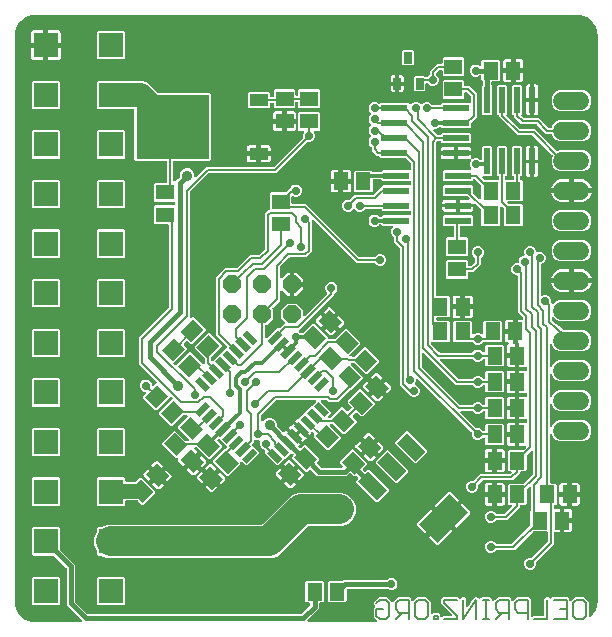
<source format=gbr>
G04 EAGLE Gerber RS-274X export*
G75*
%MOMM*%
%FSLAX34Y34*%
%LPD*%
%INBottom Copper*%
%IPPOS*%
%AMOC8*
5,1,8,0,0,1.08239X$1,22.5*%
G01*
%ADD10C,0.152400*%
%ADD11R,1.300000X1.500000*%
%ADD12R,1.500000X1.300000*%
%ADD13R,2.200000X0.600000*%
%ADD14R,0.600000X2.200000*%
%ADD15R,1.270000X0.558800*%
%ADD16R,0.558800X1.270000*%
%ADD17R,0.700000X1.000000*%
%ADD18C,1.524000*%
%ADD19R,6.200000X5.400000*%
%ADD20R,1.600000X1.000000*%
%ADD21R,1.219200X2.235200*%
%ADD22R,3.600000X2.200000*%
%ADD23R,2.100000X2.100000*%
%ADD24P,1.649562X8X202.500000*%
%ADD25C,0.406400*%
%ADD26C,0.914400*%
%ADD27C,0.711200*%
%ADD28C,0.304800*%
%ADD29C,0.203200*%
%ADD30C,2.540000*%
%ADD31C,2.032000*%
%ADD32C,1.270000*%

G36*
X59222Y3180D02*
X59222Y3180D01*
X59252Y3177D01*
X59363Y3200D01*
X59475Y3216D01*
X59501Y3228D01*
X59530Y3233D01*
X59631Y3285D01*
X59734Y3332D01*
X59757Y3351D01*
X59783Y3364D01*
X59865Y3442D01*
X59951Y3515D01*
X59967Y3540D01*
X59989Y3560D01*
X60046Y3658D01*
X60109Y3752D01*
X60118Y3780D01*
X60132Y3805D01*
X60160Y3915D01*
X60195Y4023D01*
X60195Y4053D01*
X60203Y4081D01*
X60199Y4194D01*
X60202Y4307D01*
X60194Y4336D01*
X60193Y4365D01*
X60159Y4473D01*
X60130Y4582D01*
X60115Y4608D01*
X60106Y4636D01*
X60060Y4699D01*
X59985Y4827D01*
X59939Y4870D01*
X59911Y4909D01*
X49624Y15196D01*
X47243Y17577D01*
X47243Y48306D01*
X47231Y48393D01*
X47228Y48480D01*
X47211Y48533D01*
X47203Y48588D01*
X47168Y48668D01*
X47141Y48751D01*
X47113Y48790D01*
X47087Y48847D01*
X46991Y48960D01*
X46946Y49024D01*
X36942Y59028D01*
X36872Y59080D01*
X36808Y59140D01*
X36759Y59166D01*
X36715Y59199D01*
X36633Y59230D01*
X36555Y59270D01*
X36508Y59278D01*
X36449Y59300D01*
X36302Y59312D01*
X36224Y59325D01*
X18518Y59325D01*
X17625Y60218D01*
X17625Y82482D01*
X18518Y83375D01*
X40782Y83375D01*
X41675Y82482D01*
X41675Y64776D01*
X41687Y64689D01*
X41690Y64602D01*
X41707Y64549D01*
X41715Y64494D01*
X41750Y64414D01*
X41777Y64331D01*
X41805Y64292D01*
X41831Y64235D01*
X41927Y64122D01*
X41972Y64058D01*
X54357Y51673D01*
X54357Y20944D01*
X54369Y20857D01*
X54372Y20770D01*
X54389Y20717D01*
X54397Y20662D01*
X54432Y20582D01*
X54459Y20499D01*
X54487Y20460D01*
X54513Y20403D01*
X54609Y20290D01*
X54654Y20226D01*
X64676Y10204D01*
X64746Y10152D01*
X64810Y10092D01*
X64859Y10066D01*
X64903Y10033D01*
X64985Y10002D01*
X65063Y9962D01*
X65110Y9954D01*
X65169Y9932D01*
X65316Y9920D01*
X65394Y9907D01*
X245756Y9907D01*
X245843Y9919D01*
X245930Y9922D01*
X245983Y9939D01*
X246038Y9947D01*
X246118Y9982D01*
X246201Y10009D01*
X246240Y10037D01*
X246297Y10063D01*
X246410Y10159D01*
X246474Y10204D01*
X253346Y17076D01*
X253398Y17146D01*
X253458Y17210D01*
X253484Y17259D01*
X253517Y17303D01*
X253548Y17385D01*
X253588Y17463D01*
X253596Y17510D01*
X253618Y17569D01*
X253630Y17716D01*
X253643Y17794D01*
X253643Y18535D01*
X253635Y18593D01*
X253637Y18651D01*
X253615Y18733D01*
X253603Y18817D01*
X253580Y18870D01*
X253565Y18926D01*
X253522Y18999D01*
X253487Y19076D01*
X253449Y19121D01*
X253420Y19171D01*
X253358Y19229D01*
X253304Y19293D01*
X253255Y19325D01*
X253212Y19365D01*
X253137Y19404D01*
X253067Y19451D01*
X253011Y19468D01*
X252959Y19495D01*
X252891Y19506D01*
X252796Y19536D01*
X252696Y19539D01*
X252628Y19550D01*
X250068Y19550D01*
X249175Y20443D01*
X249175Y36707D01*
X250068Y37600D01*
X264332Y37600D01*
X265225Y36707D01*
X265225Y20443D01*
X264332Y19550D01*
X261772Y19550D01*
X261714Y19542D01*
X261656Y19544D01*
X261574Y19522D01*
X261490Y19510D01*
X261437Y19487D01*
X261381Y19472D01*
X261308Y19429D01*
X261231Y19394D01*
X261186Y19356D01*
X261136Y19327D01*
X261078Y19265D01*
X261014Y19211D01*
X260982Y19162D01*
X260942Y19119D01*
X260903Y19044D01*
X260856Y18974D01*
X260839Y18918D01*
X260812Y18866D01*
X260801Y18798D01*
X260771Y18703D01*
X260768Y18603D01*
X260757Y18535D01*
X260757Y14427D01*
X258376Y12046D01*
X251239Y4909D01*
X251221Y4885D01*
X251199Y4866D01*
X251136Y4772D01*
X251068Y4682D01*
X251058Y4654D01*
X251041Y4630D01*
X251007Y4522D01*
X250967Y4416D01*
X250964Y4387D01*
X250955Y4359D01*
X250953Y4245D01*
X250943Y4133D01*
X250949Y4104D01*
X250948Y4075D01*
X250977Y3965D01*
X250999Y3854D01*
X251013Y3828D01*
X251020Y3800D01*
X251078Y3702D01*
X251130Y3602D01*
X251150Y3580D01*
X251165Y3555D01*
X251248Y3478D01*
X251326Y3396D01*
X251351Y3381D01*
X251373Y3361D01*
X251473Y3309D01*
X251571Y3252D01*
X251600Y3245D01*
X251626Y3231D01*
X251703Y3218D01*
X251847Y3182D01*
X251909Y3184D01*
X251957Y3176D01*
X308939Y3176D01*
X308968Y3180D01*
X308997Y3177D01*
X309108Y3200D01*
X309220Y3216D01*
X309247Y3228D01*
X309276Y3233D01*
X309376Y3286D01*
X309480Y3332D01*
X309502Y3351D01*
X309528Y3364D01*
X309610Y3442D01*
X309697Y3515D01*
X309713Y3540D01*
X309734Y3560D01*
X309791Y3658D01*
X309854Y3752D01*
X309863Y3780D01*
X309878Y3805D01*
X309906Y3915D01*
X309940Y4023D01*
X309941Y4053D01*
X309948Y4081D01*
X309944Y4194D01*
X309947Y4307D01*
X309940Y4336D01*
X309939Y4365D01*
X309904Y4473D01*
X309876Y4582D01*
X309861Y4608D01*
X309852Y4636D01*
X309806Y4700D01*
X309730Y4827D01*
X309685Y4870D01*
X309657Y4909D01*
X308913Y5652D01*
X308505Y6060D01*
X307277Y7289D01*
X307277Y14607D01*
X308323Y15653D01*
X308352Y15691D01*
X308360Y15698D01*
X308366Y15707D01*
X308401Y15740D01*
X308443Y15813D01*
X308494Y15880D01*
X308511Y15925D01*
X308518Y15935D01*
X308521Y15946D01*
X308544Y15985D01*
X308565Y16067D01*
X308595Y16146D01*
X308599Y16192D01*
X308604Y16206D01*
X308604Y16220D01*
X308614Y16261D01*
X308612Y16345D01*
X308619Y16429D01*
X308610Y16471D01*
X308611Y16490D01*
X308607Y16506D01*
X308605Y16545D01*
X308580Y16625D01*
X308563Y16708D01*
X308545Y16743D01*
X308539Y16765D01*
X308528Y16783D01*
X308518Y16816D01*
X308478Y16872D01*
X308432Y16960D01*
X308409Y16985D01*
X308394Y17010D01*
X308351Y17050D01*
X308323Y17089D01*
X307277Y18136D01*
X307277Y20030D01*
X310054Y22807D01*
X311328Y24081D01*
X318645Y24081D01*
X322454Y20272D01*
X322501Y20237D01*
X322541Y20195D01*
X322614Y20152D01*
X322682Y20101D01*
X322736Y20080D01*
X322787Y20051D01*
X322868Y20030D01*
X322947Y20000D01*
X323006Y19995D01*
X323062Y19981D01*
X323147Y19983D01*
X323231Y19976D01*
X323288Y19988D01*
X323346Y19990D01*
X323427Y20016D01*
X323509Y20032D01*
X323561Y20059D01*
X323617Y20077D01*
X323673Y20117D01*
X323762Y20163D01*
X323834Y20232D01*
X323890Y20272D01*
X324877Y21259D01*
X325285Y21667D01*
X326471Y22852D01*
X327699Y24081D01*
X337729Y24081D01*
X339068Y22742D01*
X339068Y21529D01*
X339072Y21500D01*
X339070Y21471D01*
X339092Y21360D01*
X339108Y21248D01*
X339120Y21221D01*
X339126Y21192D01*
X339178Y21092D01*
X339224Y20989D01*
X339243Y20966D01*
X339257Y20940D01*
X339335Y20858D01*
X339408Y20772D01*
X339432Y20755D01*
X339453Y20734D01*
X339550Y20677D01*
X339645Y20614D01*
X339673Y20605D01*
X339698Y20590D01*
X339808Y20562D01*
X339916Y20528D01*
X339945Y20527D01*
X339973Y20520D01*
X340086Y20524D01*
X340200Y20521D01*
X340228Y20528D01*
X340257Y20529D01*
X340365Y20564D01*
X340475Y20593D01*
X340500Y20608D01*
X340528Y20617D01*
X340592Y20662D01*
X340719Y20738D01*
X340762Y20784D01*
X340801Y20812D01*
X341293Y21304D01*
X341294Y21304D01*
X341656Y21667D01*
X341657Y21667D01*
X342977Y22987D01*
X344071Y24081D01*
X351389Y24081D01*
X355440Y20030D01*
X355440Y10734D01*
X355444Y10705D01*
X355441Y10675D01*
X355464Y10564D01*
X355480Y10452D01*
X355492Y10425D01*
X355497Y10397D01*
X355550Y10296D01*
X355596Y10193D01*
X355615Y10170D01*
X355628Y10144D01*
X355706Y10062D01*
X355779Y9976D01*
X355804Y9959D01*
X355824Y9938D01*
X355922Y9881D01*
X356016Y9818D01*
X356044Y9809D01*
X356069Y9794D01*
X356179Y9767D01*
X356287Y9732D01*
X356317Y9732D01*
X356345Y9724D01*
X356458Y9728D01*
X356571Y9725D01*
X356600Y9732D01*
X356629Y9733D01*
X356737Y9768D01*
X356846Y9797D01*
X356872Y9812D01*
X356900Y9821D01*
X356964Y9867D01*
X357091Y9942D01*
X357134Y9988D01*
X357173Y10016D01*
X357680Y10523D01*
X362286Y10523D01*
X363626Y9183D01*
X363626Y7971D01*
X363630Y7942D01*
X363627Y7913D01*
X363649Y7802D01*
X363665Y7690D01*
X363677Y7663D01*
X363683Y7634D01*
X363735Y7533D01*
X363782Y7430D01*
X363801Y7408D01*
X363814Y7382D01*
X363892Y7300D01*
X363965Y7213D01*
X363990Y7197D01*
X364010Y7176D01*
X364108Y7119D01*
X364202Y7056D01*
X364230Y7047D01*
X364255Y7032D01*
X364365Y7004D01*
X364473Y6970D01*
X364502Y6969D01*
X364531Y6962D01*
X364644Y6966D01*
X364757Y6963D01*
X364785Y6970D01*
X364815Y6971D01*
X364923Y7006D01*
X365032Y7034D01*
X365057Y7049D01*
X365085Y7058D01*
X365149Y7104D01*
X365277Y7180D01*
X365319Y7225D01*
X365359Y7253D01*
X365917Y7811D01*
X372450Y7811D01*
X372479Y7815D01*
X372509Y7813D01*
X372620Y7835D01*
X372732Y7851D01*
X372759Y7863D01*
X372787Y7869D01*
X372888Y7921D01*
X372991Y7967D01*
X373014Y7986D01*
X373040Y8000D01*
X373122Y8078D01*
X373208Y8151D01*
X373224Y8175D01*
X373246Y8196D01*
X373303Y8293D01*
X373366Y8388D01*
X373375Y8416D01*
X373389Y8441D01*
X373417Y8550D01*
X373452Y8659D01*
X373452Y8688D01*
X373460Y8716D01*
X373456Y8829D01*
X373459Y8943D01*
X373451Y8971D01*
X373451Y9001D01*
X373416Y9108D01*
X373387Y9218D01*
X373372Y9243D01*
X373363Y9271D01*
X373318Y9335D01*
X373242Y9462D01*
X373196Y9505D01*
X373168Y9544D01*
X364577Y18136D01*
X364577Y22742D01*
X365917Y24081D01*
X378658Y24081D01*
X379755Y22984D01*
X379802Y22949D01*
X379842Y22906D01*
X379915Y22864D01*
X379982Y22813D01*
X380037Y22792D01*
X380087Y22762D01*
X380169Y22742D01*
X380248Y22712D01*
X380306Y22707D01*
X380363Y22692D01*
X380447Y22695D01*
X380531Y22688D01*
X380588Y22699D01*
X380647Y22701D01*
X380727Y22727D01*
X380810Y22744D01*
X380862Y22771D01*
X380917Y22789D01*
X380974Y22829D01*
X381062Y22875D01*
X381135Y22944D01*
X381191Y22984D01*
X382288Y24081D01*
X384183Y24081D01*
X385522Y22742D01*
X385522Y16430D01*
X385540Y16303D01*
X385555Y16174D01*
X385560Y16162D01*
X385562Y16149D01*
X385615Y16031D01*
X385664Y15912D01*
X385673Y15901D01*
X385678Y15889D01*
X385761Y15791D01*
X385842Y15690D01*
X385853Y15683D01*
X385862Y15672D01*
X385969Y15601D01*
X386075Y15526D01*
X386087Y15522D01*
X386098Y15515D01*
X386221Y15476D01*
X386343Y15434D01*
X386357Y15433D01*
X386369Y15429D01*
X386498Y15426D01*
X386627Y15419D01*
X386640Y15422D01*
X386654Y15422D01*
X386779Y15454D01*
X386904Y15484D01*
X386916Y15490D01*
X386929Y15493D01*
X387040Y15559D01*
X387152Y15622D01*
X387161Y15631D01*
X387173Y15639D01*
X387368Y15846D01*
X387374Y15859D01*
X387382Y15867D01*
X391625Y22231D01*
X391681Y22348D01*
X391740Y22463D01*
X391742Y22475D01*
X391748Y22487D01*
X391789Y22736D01*
X392234Y23180D01*
X392308Y23279D01*
X392361Y23335D01*
X392711Y23861D01*
X392775Y23883D01*
X392899Y23923D01*
X392908Y23930D01*
X392921Y23935D01*
X393127Y24081D01*
X393755Y24081D01*
X393877Y24098D01*
X393954Y24101D01*
X394574Y24225D01*
X394635Y24196D01*
X394751Y24137D01*
X394762Y24135D01*
X394775Y24129D01*
X395023Y24087D01*
X395468Y23643D01*
X395566Y23568D01*
X395622Y23516D01*
X396393Y23002D01*
X396483Y22959D01*
X396570Y22908D01*
X396611Y22897D01*
X396649Y22879D01*
X396748Y22862D01*
X396846Y22838D01*
X396888Y22839D01*
X396929Y22832D01*
X397029Y22844D01*
X397130Y22847D01*
X397170Y22860D01*
X397212Y22864D01*
X397305Y22903D01*
X397400Y22934D01*
X397431Y22956D01*
X397474Y22974D01*
X397617Y23089D01*
X397674Y23129D01*
X398626Y24081D01*
X405944Y24081D01*
X407283Y22742D01*
X407283Y21529D01*
X407287Y21500D01*
X407285Y21471D01*
X407307Y21360D01*
X407323Y21248D01*
X407335Y21221D01*
X407341Y21192D01*
X407393Y21092D01*
X407439Y20989D01*
X407458Y20966D01*
X407472Y20940D01*
X407550Y20858D01*
X407623Y20772D01*
X407647Y20755D01*
X407667Y20734D01*
X407765Y20677D01*
X407859Y20614D01*
X407887Y20605D01*
X407913Y20590D01*
X408022Y20562D01*
X408130Y20528D01*
X408160Y20527D01*
X408188Y20520D01*
X408301Y20524D01*
X408415Y20521D01*
X408443Y20528D01*
X408472Y20529D01*
X408580Y20564D01*
X408690Y20593D01*
X408715Y20608D01*
X408743Y20617D01*
X408807Y20662D01*
X408934Y20738D01*
X408977Y20784D01*
X409016Y20812D01*
X409463Y21259D01*
X409871Y21667D01*
X411057Y22852D01*
X412286Y24081D01*
X422315Y24081D01*
X423655Y22742D01*
X423655Y21529D01*
X423659Y21500D01*
X423656Y21471D01*
X423679Y21360D01*
X423694Y21248D01*
X423706Y21221D01*
X423712Y21192D01*
X423764Y21092D01*
X423811Y20989D01*
X423830Y20966D01*
X423843Y20940D01*
X423921Y20858D01*
X423994Y20772D01*
X424019Y20755D01*
X424039Y20734D01*
X424137Y20677D01*
X424231Y20614D01*
X424259Y20605D01*
X424284Y20590D01*
X424394Y20562D01*
X424502Y20528D01*
X424531Y20527D01*
X424560Y20520D01*
X424673Y20524D01*
X424786Y20521D01*
X424815Y20528D01*
X424844Y20529D01*
X424952Y20564D01*
X425061Y20593D01*
X425086Y20608D01*
X425114Y20617D01*
X425178Y20662D01*
X425306Y20738D01*
X425349Y20784D01*
X425388Y20812D01*
X425835Y21259D01*
X426243Y21667D01*
X427428Y22852D01*
X427429Y22852D01*
X428657Y24081D01*
X438687Y24081D01*
X440026Y22742D01*
X440026Y7971D01*
X440030Y7942D01*
X440028Y7913D01*
X440050Y7802D01*
X440066Y7690D01*
X440078Y7663D01*
X440084Y7634D01*
X440136Y7533D01*
X440182Y7430D01*
X440201Y7408D01*
X440215Y7382D01*
X440293Y7300D01*
X440366Y7213D01*
X440390Y7197D01*
X440411Y7176D01*
X440508Y7119D01*
X440603Y7056D01*
X440630Y7047D01*
X440656Y7032D01*
X440766Y7004D01*
X440874Y6970D01*
X440903Y6969D01*
X440931Y6962D01*
X441044Y6966D01*
X441158Y6963D01*
X441186Y6970D01*
X441215Y6971D01*
X441323Y7006D01*
X441433Y7034D01*
X441458Y7049D01*
X441486Y7058D01*
X441550Y7104D01*
X441677Y7180D01*
X441720Y7225D01*
X441759Y7253D01*
X442317Y7811D01*
X450809Y7811D01*
X450867Y7819D01*
X450925Y7818D01*
X451007Y7839D01*
X451090Y7851D01*
X451144Y7875D01*
X451200Y7890D01*
X451273Y7933D01*
X451350Y7967D01*
X451395Y8005D01*
X451445Y8035D01*
X451503Y8097D01*
X451567Y8151D01*
X451599Y8200D01*
X451639Y8242D01*
X451678Y8317D01*
X451724Y8388D01*
X451742Y8443D01*
X451769Y8495D01*
X451780Y8563D01*
X451810Y8659D01*
X451813Y8758D01*
X451824Y8826D01*
X451824Y22742D01*
X453164Y24081D01*
X455058Y24081D01*
X456156Y22984D01*
X456202Y22949D01*
X456243Y22906D01*
X456315Y22864D01*
X456383Y22813D01*
X456437Y22792D01*
X456488Y22762D01*
X456569Y22742D01*
X456648Y22712D01*
X456707Y22707D01*
X456763Y22692D01*
X456848Y22695D01*
X456932Y22688D01*
X456989Y22699D01*
X457048Y22701D01*
X457128Y22727D01*
X457210Y22744D01*
X457262Y22771D01*
X457318Y22789D01*
X457374Y22829D01*
X457463Y22875D01*
X457535Y22944D01*
X457591Y22984D01*
X458689Y24081D01*
X471430Y24081D01*
X472769Y22742D01*
X472769Y21529D01*
X472773Y21500D01*
X472771Y21471D01*
X472793Y21360D01*
X472809Y21248D01*
X472821Y21221D01*
X472827Y21192D01*
X472879Y21092D01*
X472925Y20989D01*
X472944Y20966D01*
X472958Y20940D01*
X473036Y20858D01*
X473109Y20772D01*
X473133Y20755D01*
X473154Y20734D01*
X473251Y20677D01*
X473346Y20614D01*
X473374Y20605D01*
X473399Y20590D01*
X473509Y20562D01*
X473617Y20528D01*
X473646Y20527D01*
X473674Y20520D01*
X473787Y20524D01*
X473901Y20521D01*
X473929Y20528D01*
X473959Y20529D01*
X474067Y20564D01*
X474176Y20593D01*
X474201Y20608D01*
X474229Y20617D01*
X474293Y20662D01*
X474420Y20738D01*
X474463Y20784D01*
X474502Y20812D01*
X474995Y21304D01*
X475357Y21667D01*
X475358Y21667D01*
X476135Y22444D01*
X477772Y24081D01*
X485090Y24081D01*
X486727Y22444D01*
X487504Y21667D01*
X489141Y20030D01*
X489141Y8078D01*
X489154Y7987D01*
X489157Y7895D01*
X489174Y7847D01*
X489181Y7797D01*
X489218Y7713D01*
X489247Y7626D01*
X489276Y7584D01*
X489297Y7537D01*
X489356Y7467D01*
X489409Y7391D01*
X489448Y7359D01*
X489481Y7320D01*
X489557Y7269D01*
X489628Y7211D01*
X489675Y7191D01*
X489717Y7163D01*
X489805Y7135D01*
X489889Y7099D01*
X489940Y7092D01*
X489988Y7077D01*
X490080Y7075D01*
X490172Y7063D01*
X490222Y7071D01*
X490272Y7070D01*
X490361Y7093D01*
X490452Y7107D01*
X490492Y7127D01*
X490547Y7142D01*
X490684Y7223D01*
X490753Y7257D01*
X491775Y8000D01*
X491980Y8198D01*
X491989Y8214D01*
X492000Y8225D01*
X494907Y12226D01*
X495041Y12477D01*
X495044Y12496D01*
X495051Y12509D01*
X496580Y17213D01*
X496608Y17373D01*
X496627Y17447D01*
X496821Y19920D01*
X496818Y19965D01*
X496824Y20000D01*
X496824Y500000D01*
X496818Y500044D01*
X496821Y500080D01*
X496627Y502553D01*
X496591Y502711D01*
X496580Y502787D01*
X495051Y507491D01*
X494927Y507746D01*
X494914Y507760D01*
X494907Y507774D01*
X492000Y511775D01*
X491802Y511980D01*
X491786Y511989D01*
X491775Y512000D01*
X487774Y514907D01*
X487523Y515041D01*
X487504Y515044D01*
X487491Y515051D01*
X482787Y516580D01*
X482627Y516608D01*
X482553Y516627D01*
X480080Y516821D01*
X480035Y516818D01*
X480000Y516824D01*
X20000Y516824D01*
X19956Y516818D01*
X19920Y516821D01*
X17447Y516627D01*
X17289Y516591D01*
X17213Y516580D01*
X12509Y515051D01*
X12254Y514927D01*
X12240Y514914D01*
X12226Y514907D01*
X8225Y512000D01*
X8020Y511802D01*
X8011Y511786D01*
X8000Y511775D01*
X5093Y507774D01*
X4959Y507523D01*
X4956Y507505D01*
X4949Y507491D01*
X3420Y502787D01*
X3392Y502627D01*
X3373Y502553D01*
X3179Y500080D01*
X3182Y500035D01*
X3176Y500000D01*
X3176Y20000D01*
X3182Y19956D01*
X3179Y19920D01*
X3373Y17447D01*
X3409Y17289D01*
X3420Y17213D01*
X4949Y12509D01*
X5073Y12254D01*
X5086Y12240D01*
X5093Y12226D01*
X8000Y8225D01*
X8198Y8020D01*
X8214Y8011D01*
X8225Y8000D01*
X12226Y5093D01*
X12477Y4959D01*
X12496Y4956D01*
X12509Y4949D01*
X17213Y3420D01*
X17373Y3392D01*
X17447Y3373D01*
X19920Y3179D01*
X19965Y3182D01*
X20000Y3176D01*
X59193Y3176D01*
X59222Y3180D01*
G37*
%LPC*%
G36*
X309192Y104542D02*
X309192Y104542D01*
X292494Y121241D01*
X292494Y122504D01*
X294018Y124028D01*
X294053Y124075D01*
X294096Y124115D01*
X294138Y124188D01*
X294189Y124255D01*
X294210Y124310D01*
X294239Y124360D01*
X294260Y124442D01*
X294290Y124521D01*
X294295Y124579D01*
X294309Y124636D01*
X294307Y124720D01*
X294314Y124804D01*
X294302Y124862D01*
X294300Y124920D01*
X294274Y125000D01*
X294258Y125083D01*
X294231Y125135D01*
X294213Y125191D01*
X294173Y125247D01*
X294127Y125335D01*
X294058Y125408D01*
X294018Y125464D01*
X293040Y126442D01*
X292994Y126477D01*
X292953Y126519D01*
X292880Y126562D01*
X292813Y126613D01*
X292759Y126633D01*
X292708Y126663D01*
X292626Y126684D01*
X292547Y126714D01*
X292489Y126719D01*
X292432Y126733D01*
X292348Y126730D01*
X292264Y126737D01*
X292207Y126726D01*
X292148Y126724D01*
X292068Y126698D01*
X291985Y126681D01*
X291934Y126654D01*
X291878Y126636D01*
X291822Y126596D01*
X291733Y126550D01*
X291661Y126482D01*
X291604Y126442D01*
X291484Y126321D01*
X290221Y126321D01*
X287704Y128838D01*
X287657Y128873D01*
X287617Y128915D01*
X287544Y128958D01*
X287476Y129009D01*
X287422Y129029D01*
X287371Y129059D01*
X287290Y129080D01*
X287211Y129110D01*
X287152Y129115D01*
X287096Y129129D01*
X287011Y129126D01*
X286927Y129133D01*
X286870Y129122D01*
X286812Y129120D01*
X286731Y129094D01*
X286649Y129078D01*
X286597Y129051D01*
X286541Y129033D01*
X286485Y128993D01*
X286396Y128947D01*
X286324Y128878D01*
X286268Y128838D01*
X284048Y126618D01*
X259612Y126618D01*
X254189Y132041D01*
X254143Y132076D01*
X254102Y132118D01*
X254029Y132161D01*
X253962Y132212D01*
X253907Y132232D01*
X253857Y132262D01*
X253775Y132283D01*
X253696Y132313D01*
X253638Y132318D01*
X253582Y132332D01*
X253497Y132329D01*
X253413Y132336D01*
X253356Y132325D01*
X253297Y132323D01*
X253217Y132297D01*
X253134Y132280D01*
X253083Y132254D01*
X253027Y132236D01*
X252971Y132195D01*
X252882Y132149D01*
X252810Y132081D01*
X252754Y132041D01*
X250944Y130231D01*
X249681Y130231D01*
X238181Y141730D01*
X238181Y142994D01*
X239075Y143888D01*
X239111Y143935D01*
X239153Y143975D01*
X239196Y144048D01*
X239246Y144115D01*
X239267Y144170D01*
X239297Y144221D01*
X239318Y144302D01*
X239348Y144381D01*
X239352Y144439D01*
X239367Y144496D01*
X239364Y144580D01*
X239371Y144664D01*
X239360Y144722D01*
X239358Y144780D01*
X239332Y144861D01*
X239315Y144943D01*
X239288Y144995D01*
X239270Y145051D01*
X239230Y145107D01*
X239184Y145195D01*
X239115Y145268D01*
X239075Y145324D01*
X238364Y146035D01*
X238317Y146070D01*
X238277Y146113D01*
X238251Y146128D01*
X238237Y146141D01*
X238195Y146163D01*
X238137Y146206D01*
X238082Y146227D01*
X238032Y146257D01*
X237991Y146267D01*
X237984Y146270D01*
X237964Y146274D01*
X237950Y146277D01*
X237871Y146307D01*
X237813Y146312D01*
X237756Y146327D01*
X237672Y146324D01*
X237658Y146325D01*
X237653Y146326D01*
X237648Y146326D01*
X237588Y146331D01*
X237531Y146319D01*
X237472Y146318D01*
X237392Y146292D01*
X237380Y146289D01*
X237358Y146286D01*
X237353Y146284D01*
X237309Y146275D01*
X237257Y146248D01*
X237202Y146230D01*
X237149Y146192D01*
X237099Y146170D01*
X237086Y146159D01*
X237057Y146144D01*
X236985Y146075D01*
X236928Y146035D01*
X232049Y141156D01*
X232004Y141149D01*
X231950Y141125D01*
X231894Y141111D01*
X231821Y141068D01*
X231744Y141033D01*
X231699Y140995D01*
X231649Y140965D01*
X231591Y140904D01*
X231527Y140849D01*
X231495Y140801D01*
X231455Y140758D01*
X231416Y140683D01*
X231370Y140613D01*
X231352Y140557D01*
X231325Y140505D01*
X231314Y140437D01*
X231306Y140413D01*
X226425Y135532D01*
X225162Y135532D01*
X215289Y145406D01*
X215289Y146689D01*
X215317Y146736D01*
X215367Y146804D01*
X215388Y146858D01*
X215418Y146909D01*
X215439Y146990D01*
X215469Y147069D01*
X215474Y147128D01*
X215488Y147184D01*
X215485Y147268D01*
X215492Y147353D01*
X215481Y147410D01*
X215479Y147468D01*
X215453Y147549D01*
X215436Y147631D01*
X215409Y147683D01*
X215391Y147739D01*
X215351Y147795D01*
X215305Y147884D01*
X215237Y147956D01*
X215231Y147963D01*
X215223Y147977D01*
X215218Y147982D01*
X215197Y148012D01*
X214030Y149179D01*
X214005Y149198D01*
X213985Y149221D01*
X213918Y149263D01*
X213802Y149350D01*
X213742Y149373D01*
X213700Y149399D01*
X213022Y149680D01*
X211593Y151109D01*
X210819Y152977D01*
X210819Y154998D01*
X211003Y155440D01*
X211031Y155552D01*
X211066Y155661D01*
X211067Y155689D01*
X211073Y155716D01*
X211070Y155830D01*
X211073Y155945D01*
X211066Y155972D01*
X211065Y156000D01*
X211030Y156109D01*
X211001Y156220D01*
X210987Y156244D01*
X210979Y156271D01*
X210915Y156366D01*
X210856Y156465D01*
X210836Y156484D01*
X210820Y156507D01*
X210732Y156581D01*
X210649Y156659D01*
X210624Y156672D01*
X210603Y156690D01*
X210498Y156736D01*
X210396Y156789D01*
X210371Y156793D01*
X210343Y156805D01*
X210079Y156842D01*
X210065Y156844D01*
X208539Y156844D01*
X207145Y157422D01*
X207120Y157428D01*
X207101Y157438D01*
X207047Y157447D01*
X207033Y157451D01*
X206924Y157485D01*
X206896Y157486D01*
X206869Y157493D01*
X206788Y157491D01*
X206769Y157494D01*
X206756Y157494D01*
X206732Y157490D01*
X206640Y157493D01*
X206613Y157486D01*
X206585Y157485D01*
X206499Y157457D01*
X206474Y157454D01*
X206451Y157443D01*
X206365Y157421D01*
X206341Y157407D01*
X206314Y157398D01*
X206242Y157350D01*
X206215Y157338D01*
X206193Y157319D01*
X206120Y157276D01*
X206101Y157255D01*
X206078Y157240D01*
X206025Y157177D01*
X205998Y157154D01*
X205979Y157125D01*
X205926Y157068D01*
X205913Y157044D01*
X205895Y157022D01*
X205865Y156954D01*
X205840Y156917D01*
X205827Y156876D01*
X205796Y156815D01*
X205792Y156791D01*
X205780Y156763D01*
X205771Y156696D01*
X205755Y156646D01*
X205753Y156567D01*
X205743Y156499D01*
X205741Y156484D01*
X205741Y154813D01*
X204597Y153669D01*
X204561Y153622D01*
X204519Y153582D01*
X204476Y153509D01*
X204426Y153442D01*
X204405Y153387D01*
X204375Y153337D01*
X204355Y153255D01*
X204324Y153176D01*
X204320Y153118D01*
X204305Y153061D01*
X204308Y152977D01*
X204301Y152893D01*
X204312Y152836D01*
X204314Y152777D01*
X204340Y152697D01*
X204357Y152614D01*
X204384Y152562D01*
X204402Y152507D01*
X204442Y152451D01*
X204488Y152362D01*
X204535Y152312D01*
X204544Y152247D01*
X204568Y152194D01*
X204583Y152137D01*
X204626Y152065D01*
X204660Y151988D01*
X204698Y151943D01*
X204728Y151893D01*
X204790Y151835D01*
X204844Y151771D01*
X204893Y151738D01*
X204935Y151698D01*
X205011Y151660D01*
X205081Y151613D01*
X205137Y151595D01*
X205189Y151569D01*
X205257Y151557D01*
X205280Y151550D01*
X210161Y146669D01*
X210161Y145406D01*
X200288Y135532D01*
X199025Y135532D01*
X196087Y138470D01*
X196064Y138487D01*
X196045Y138510D01*
X195951Y138572D01*
X195860Y138640D01*
X195833Y138651D01*
X195808Y138667D01*
X195700Y138701D01*
X195595Y138742D01*
X195565Y138744D01*
X195537Y138753D01*
X195424Y138756D01*
X195311Y138765D01*
X195283Y138759D01*
X195253Y138760D01*
X195144Y138732D01*
X195032Y138709D01*
X195006Y138696D01*
X194978Y138688D01*
X194881Y138631D01*
X194780Y138578D01*
X194759Y138558D01*
X194734Y138543D01*
X194656Y138461D01*
X194574Y138383D01*
X194559Y138357D01*
X194539Y138336D01*
X194488Y138235D01*
X194430Y138137D01*
X194423Y138109D01*
X194410Y138083D01*
X194397Y138005D01*
X194360Y137862D01*
X194362Y137799D01*
X194354Y137752D01*
X194354Y137141D01*
X184269Y127056D01*
X183006Y127056D01*
X171506Y138555D01*
X171506Y139819D01*
X181591Y149904D01*
X181911Y149904D01*
X181998Y149916D01*
X182085Y149919D01*
X182138Y149936D01*
X182193Y149944D01*
X182272Y149980D01*
X182356Y150007D01*
X182395Y150035D01*
X182452Y150060D01*
X182565Y150156D01*
X182629Y150201D01*
X182774Y150347D01*
X182809Y150394D01*
X182852Y150434D01*
X182894Y150506D01*
X182945Y150574D01*
X182966Y150629D01*
X182996Y150679D01*
X183016Y150761D01*
X183046Y150840D01*
X183051Y150898D01*
X183066Y150955D01*
X183063Y151039D01*
X183070Y151123D01*
X183059Y151180D01*
X183057Y151239D01*
X183031Y151319D01*
X183014Y151402D01*
X182987Y151454D01*
X182969Y151509D01*
X182929Y151565D01*
X182883Y151654D01*
X182836Y151704D01*
X182827Y151769D01*
X182803Y151822D01*
X182788Y151879D01*
X182745Y151951D01*
X182710Y152028D01*
X182673Y152073D01*
X182643Y152123D01*
X182581Y152181D01*
X182527Y152245D01*
X182478Y152278D01*
X182435Y152318D01*
X182360Y152356D01*
X182290Y152403D01*
X182234Y152421D01*
X182182Y152447D01*
X182114Y152459D01*
X182091Y152466D01*
X177137Y157420D01*
X177100Y157491D01*
X177054Y157595D01*
X177035Y157617D01*
X177021Y157643D01*
X176943Y157725D01*
X176870Y157812D01*
X176846Y157828D01*
X176825Y157849D01*
X176728Y157907D01*
X176633Y157969D01*
X176605Y157978D01*
X176580Y157993D01*
X176470Y158021D01*
X176362Y158055D01*
X176333Y158056D01*
X176304Y158063D01*
X176191Y158060D01*
X176078Y158063D01*
X176050Y158055D01*
X176020Y158054D01*
X175912Y158019D01*
X175803Y157991D01*
X175778Y157976D01*
X175750Y157967D01*
X175686Y157921D01*
X175559Y157845D01*
X175516Y157800D01*
X175476Y157772D01*
X175156Y157451D01*
X175121Y157404D01*
X175078Y157364D01*
X175036Y157291D01*
X174985Y157224D01*
X174964Y157169D01*
X174935Y157119D01*
X174914Y157037D01*
X174884Y156958D01*
X174879Y156900D01*
X174864Y156843D01*
X174867Y156759D01*
X174860Y156675D01*
X174872Y156618D01*
X174874Y156559D01*
X174899Y156479D01*
X174916Y156396D01*
X174943Y156344D01*
X174961Y156289D01*
X175001Y156232D01*
X175047Y156144D01*
X175116Y156072D01*
X175156Y156015D01*
X178479Y152692D01*
X178479Y151429D01*
X168394Y141343D01*
X167131Y141343D01*
X157692Y150782D01*
X157622Y150834D01*
X157558Y150894D01*
X157509Y150920D01*
X157465Y150953D01*
X157383Y150984D01*
X157305Y151024D01*
X157258Y151032D01*
X157199Y151054D01*
X157051Y151066D01*
X156974Y151079D01*
X156391Y151079D01*
X156362Y151075D01*
X156333Y151078D01*
X156222Y151055D01*
X156110Y151039D01*
X156083Y151027D01*
X156054Y151022D01*
X155954Y150969D01*
X155850Y150923D01*
X155828Y150904D01*
X155802Y150891D01*
X155720Y150813D01*
X155633Y150739D01*
X155617Y150715D01*
X155596Y150695D01*
X155539Y150597D01*
X155476Y150503D01*
X155467Y150475D01*
X155452Y150450D01*
X155424Y150340D01*
X155390Y150232D01*
X155389Y150202D01*
X155382Y150174D01*
X155386Y150061D01*
X155383Y149948D01*
X155390Y149919D01*
X155391Y149890D01*
X155426Y149782D01*
X155455Y149673D01*
X155470Y149647D01*
X155479Y149619D01*
X155524Y149556D01*
X155600Y149428D01*
X155645Y149385D01*
X155673Y149346D01*
X158217Y146802D01*
X152902Y141487D01*
X152867Y141441D01*
X152825Y141400D01*
X152782Y141327D01*
X152731Y141260D01*
X152710Y141205D01*
X152681Y141155D01*
X152660Y141073D01*
X152630Y140994D01*
X152625Y140936D01*
X152611Y140879D01*
X152614Y140795D01*
X152607Y140711D01*
X152618Y140654D01*
X152620Y140595D01*
X152646Y140515D01*
X152662Y140432D01*
X152689Y140380D01*
X152707Y140325D01*
X152747Y140269D01*
X152793Y140180D01*
X152862Y140108D01*
X152902Y140051D01*
X153621Y139332D01*
X153620Y139331D01*
X152901Y140050D01*
X152854Y140085D01*
X152814Y140128D01*
X152741Y140171D01*
X152674Y140221D01*
X152619Y140242D01*
X152569Y140272D01*
X152487Y140292D01*
X152408Y140322D01*
X152350Y140327D01*
X152293Y140342D01*
X152209Y140339D01*
X152125Y140346D01*
X152068Y140334D01*
X152009Y140333D01*
X151929Y140307D01*
X151846Y140290D01*
X151794Y140263D01*
X151739Y140245D01*
X151682Y140205D01*
X151594Y140159D01*
X151521Y140090D01*
X151465Y140050D01*
X146150Y134735D01*
X142094Y138791D01*
X141826Y139255D01*
X141688Y139772D01*
X141688Y140307D01*
X141851Y140918D01*
X141857Y140966D01*
X141872Y141013D01*
X141874Y141107D01*
X141886Y141200D01*
X141878Y141248D01*
X141879Y141297D01*
X141856Y141388D01*
X141841Y141481D01*
X141820Y141525D01*
X141808Y141572D01*
X141760Y141653D01*
X141719Y141738D01*
X141687Y141774D01*
X141662Y141816D01*
X141594Y141881D01*
X141532Y141951D01*
X141491Y141977D01*
X141455Y142011D01*
X141371Y142054D01*
X141292Y142104D01*
X141245Y142118D01*
X141202Y142140D01*
X141129Y142153D01*
X141019Y142185D01*
X140933Y142185D01*
X140871Y142196D01*
X139408Y142196D01*
X127908Y153695D01*
X127908Y154959D01*
X137994Y165044D01*
X139257Y165044D01*
X147843Y156458D01*
X147913Y156405D01*
X147977Y156346D01*
X148026Y156320D01*
X148070Y156287D01*
X148152Y156256D01*
X148230Y156216D01*
X148277Y156208D01*
X148336Y156186D01*
X148484Y156174D01*
X148561Y156161D01*
X149862Y156161D01*
X149891Y156165D01*
X149920Y156162D01*
X150031Y156185D01*
X150144Y156201D01*
X150170Y156212D01*
X150199Y156218D01*
X150300Y156270D01*
X150403Y156317D01*
X150425Y156336D01*
X150451Y156349D01*
X150533Y156427D01*
X150620Y156500D01*
X150636Y156525D01*
X150658Y156545D01*
X150715Y156643D01*
X150778Y156737D01*
X150787Y156765D01*
X150801Y156790D01*
X150829Y156900D01*
X150863Y157008D01*
X150864Y157037D01*
X150871Y157066D01*
X150868Y157179D01*
X150871Y157292D01*
X150863Y157321D01*
X150862Y157350D01*
X150827Y157458D01*
X150799Y157567D01*
X150784Y157593D01*
X150775Y157620D01*
X150729Y157684D01*
X150654Y157812D01*
X150608Y157855D01*
X150580Y157894D01*
X141343Y167131D01*
X141343Y168394D01*
X149283Y176334D01*
X149301Y176357D01*
X149323Y176376D01*
X149386Y176470D01*
X149454Y176561D01*
X149465Y176588D01*
X149481Y176613D01*
X149515Y176721D01*
X149555Y176826D01*
X149558Y176856D01*
X149567Y176884D01*
X149570Y176997D01*
X149579Y177110D01*
X149573Y177138D01*
X149574Y177168D01*
X149545Y177277D01*
X149523Y177388D01*
X149510Y177415D01*
X149502Y177443D01*
X149444Y177540D01*
X149392Y177641D01*
X149372Y177662D01*
X149357Y177687D01*
X149274Y177765D01*
X149196Y177847D01*
X149171Y177862D01*
X149150Y177882D01*
X149049Y177933D01*
X148951Y177991D01*
X148923Y177998D01*
X148896Y178011D01*
X148819Y178024D01*
X148675Y178061D01*
X148613Y178059D01*
X148565Y178067D01*
X146121Y178067D01*
X146034Y178054D01*
X145947Y178052D01*
X145894Y178035D01*
X145839Y178027D01*
X145760Y177991D01*
X145676Y177964D01*
X145637Y177936D01*
X145580Y177911D01*
X145467Y177815D01*
X145403Y177769D01*
X136817Y169183D01*
X135554Y169183D01*
X125468Y179269D01*
X125468Y180532D01*
X136641Y191705D01*
X136676Y191752D01*
X136719Y191792D01*
X136761Y191865D01*
X136812Y191932D01*
X136833Y191987D01*
X136863Y192037D01*
X136883Y192119D01*
X136913Y192198D01*
X136918Y192256D01*
X136933Y192313D01*
X136930Y192397D01*
X136937Y192481D01*
X136925Y192538D01*
X136924Y192597D01*
X136898Y192677D01*
X136881Y192760D01*
X136854Y192812D01*
X136836Y192867D01*
X136796Y192923D01*
X136750Y193012D01*
X136681Y193084D01*
X136641Y193141D01*
X135991Y193791D01*
X135944Y193826D01*
X135904Y193869D01*
X135831Y193911D01*
X135763Y193962D01*
X135709Y193983D01*
X135658Y194012D01*
X135577Y194033D01*
X135498Y194063D01*
X135439Y194068D01*
X135383Y194083D01*
X135299Y194080D01*
X135214Y194087D01*
X135157Y194075D01*
X135099Y194074D01*
X135018Y194048D01*
X134936Y194031D01*
X134884Y194004D01*
X134828Y193986D01*
X134772Y193946D01*
X134683Y193900D01*
X134611Y193831D01*
X134555Y193791D01*
X123382Y182618D01*
X122119Y182618D01*
X112033Y192704D01*
X112033Y193967D01*
X114452Y196386D01*
X114465Y196403D01*
X114477Y196413D01*
X114481Y196418D01*
X114492Y196429D01*
X114555Y196523D01*
X114623Y196613D01*
X114634Y196641D01*
X114650Y196665D01*
X114684Y196773D01*
X114725Y196879D01*
X114727Y196908D01*
X114736Y196936D01*
X114739Y197050D01*
X114748Y197162D01*
X114742Y197191D01*
X114743Y197220D01*
X114715Y197330D01*
X114692Y197441D01*
X114679Y197467D01*
X114671Y197495D01*
X114613Y197593D01*
X114561Y197693D01*
X114541Y197715D01*
X114526Y197740D01*
X114444Y197817D01*
X114365Y197899D01*
X114340Y197914D01*
X114319Y197934D01*
X114218Y197986D01*
X114120Y198043D01*
X114092Y198050D01*
X114066Y198064D01*
X113988Y198077D01*
X113845Y198113D01*
X113782Y198111D01*
X113735Y198119D01*
X113289Y198119D01*
X111422Y198893D01*
X109993Y200322D01*
X109219Y202189D01*
X109219Y204211D01*
X109993Y206078D01*
X111422Y207507D01*
X113289Y208281D01*
X115311Y208281D01*
X117178Y207507D01*
X118607Y206078D01*
X119381Y204211D01*
X119381Y203765D01*
X119385Y203736D01*
X119382Y203707D01*
X119405Y203596D01*
X119421Y203484D01*
X119433Y203457D01*
X119438Y203428D01*
X119490Y203328D01*
X119537Y203225D01*
X119556Y203202D01*
X119569Y203176D01*
X119647Y203094D01*
X119720Y203008D01*
X119745Y202991D01*
X119765Y202970D01*
X119863Y202913D01*
X119957Y202850D01*
X119985Y202841D01*
X120010Y202826D01*
X120120Y202798D01*
X120228Y202764D01*
X120258Y202763D01*
X120286Y202756D01*
X120399Y202760D01*
X120512Y202757D01*
X120541Y202764D01*
X120570Y202765D01*
X120678Y202800D01*
X120787Y202829D01*
X120813Y202844D01*
X120841Y202853D01*
X120904Y202898D01*
X121032Y202974D01*
X121075Y203020D01*
X121114Y203048D01*
X123206Y205140D01*
X123241Y205187D01*
X123284Y205227D01*
X123326Y205300D01*
X123377Y205367D01*
X123398Y205422D01*
X123427Y205472D01*
X123448Y205554D01*
X123478Y205633D01*
X123483Y205691D01*
X123498Y205748D01*
X123495Y205832D01*
X123502Y205916D01*
X123490Y205973D01*
X123489Y206032D01*
X123463Y206112D01*
X123446Y206195D01*
X123419Y206247D01*
X123401Y206302D01*
X123361Y206359D01*
X123315Y206447D01*
X123246Y206519D01*
X123206Y206576D01*
X110370Y219412D01*
X108584Y221198D01*
X108584Y243940D01*
X133687Y269043D01*
X133739Y269112D01*
X133799Y269176D01*
X133825Y269226D01*
X133858Y269270D01*
X133889Y269351D01*
X133929Y269429D01*
X133937Y269477D01*
X133959Y269535D01*
X133971Y269683D01*
X133984Y269760D01*
X133984Y338648D01*
X133976Y338705D01*
X133978Y338764D01*
X133956Y338845D01*
X133944Y338929D01*
X133921Y338982D01*
X133906Y339039D01*
X133863Y339111D01*
X133828Y339188D01*
X133790Y339233D01*
X133761Y339283D01*
X133699Y339341D01*
X133645Y339405D01*
X133596Y339438D01*
X133553Y339478D01*
X133478Y339516D01*
X133408Y339563D01*
X133352Y339581D01*
X133300Y339607D01*
X133232Y339619D01*
X133137Y339649D01*
X133037Y339651D01*
X132969Y339663D01*
X122043Y339663D01*
X121150Y340556D01*
X121150Y354819D01*
X122043Y355712D01*
X138303Y355712D01*
X138361Y355720D01*
X138419Y355719D01*
X138501Y355740D01*
X138585Y355752D01*
X138638Y355776D01*
X138694Y355791D01*
X138767Y355834D01*
X138844Y355868D01*
X138889Y355906D01*
X138939Y355936D01*
X138997Y355998D01*
X139061Y356052D01*
X139093Y356101D01*
X139133Y356143D01*
X139172Y356218D01*
X139219Y356289D01*
X139236Y356344D01*
X139263Y356396D01*
X139274Y356464D01*
X139304Y356560D01*
X139307Y356659D01*
X139318Y356727D01*
X139318Y357648D01*
X139310Y357705D01*
X139312Y357764D01*
X139290Y357845D01*
X139278Y357929D01*
X139255Y357982D01*
X139240Y358039D01*
X139197Y358111D01*
X139162Y358188D01*
X139124Y358233D01*
X139095Y358283D01*
X139033Y358341D01*
X138979Y358405D01*
X138930Y358438D01*
X138887Y358478D01*
X138812Y358516D01*
X138742Y358563D01*
X138686Y358581D01*
X138634Y358607D01*
X138566Y358619D01*
X138471Y358649D01*
X138371Y358651D01*
X138303Y358663D01*
X122043Y358663D01*
X121150Y359556D01*
X121150Y373819D01*
X122043Y374712D01*
X131528Y374712D01*
X131586Y374720D01*
X131645Y374719D01*
X131726Y374740D01*
X131810Y374752D01*
X131863Y374776D01*
X131920Y374791D01*
X131992Y374834D01*
X132069Y374868D01*
X132114Y374906D01*
X132164Y374936D01*
X132222Y374998D01*
X132286Y375052D01*
X132319Y375101D01*
X132359Y375143D01*
X132397Y375218D01*
X132444Y375289D01*
X132461Y375344D01*
X132488Y375396D01*
X132499Y375464D01*
X132530Y375560D01*
X132532Y375659D01*
X132544Y375727D01*
X132544Y392735D01*
X132535Y392793D01*
X132537Y392851D01*
X132516Y392933D01*
X132504Y393017D01*
X132480Y393070D01*
X132465Y393126D01*
X132422Y393199D01*
X132387Y393276D01*
X132350Y393321D01*
X132320Y393371D01*
X132258Y393429D01*
X132204Y393493D01*
X132155Y393525D01*
X132112Y393565D01*
X132037Y393604D01*
X131967Y393651D01*
X131911Y393668D01*
X131859Y393695D01*
X131791Y393706D01*
X131696Y393736D01*
X131596Y393739D01*
X131528Y393750D01*
X105293Y393750D01*
X104400Y394643D01*
X104400Y436650D01*
X104392Y436708D01*
X104394Y436766D01*
X104372Y436848D01*
X104360Y436932D01*
X104337Y436985D01*
X104322Y437041D01*
X104279Y437114D01*
X104244Y437191D01*
X104206Y437236D01*
X104177Y437286D01*
X104115Y437344D01*
X104061Y437408D01*
X104012Y437440D01*
X103969Y437480D01*
X103894Y437519D01*
X103824Y437566D01*
X103768Y437583D01*
X103716Y437610D01*
X103648Y437621D01*
X103553Y437651D01*
X103453Y437654D01*
X103385Y437665D01*
X96542Y437665D01*
X96455Y437653D01*
X96368Y437650D01*
X96315Y437633D01*
X96261Y437625D01*
X96181Y437590D01*
X96098Y437563D01*
X96058Y437535D01*
X96001Y437509D01*
X95888Y437413D01*
X95824Y437368D01*
X95782Y437325D01*
X73518Y437325D01*
X72625Y438218D01*
X72625Y460482D01*
X73518Y461375D01*
X95782Y461375D01*
X95824Y461332D01*
X95894Y461280D01*
X95958Y461220D01*
X96007Y461194D01*
X96051Y461161D01*
X96133Y461130D01*
X96211Y461090D01*
X96259Y461082D01*
X96317Y461060D01*
X96465Y461048D01*
X96542Y461035D01*
X112174Y461035D01*
X116469Y459256D01*
X124628Y451097D01*
X124697Y451045D01*
X124761Y450985D01*
X124811Y450959D01*
X124855Y450926D01*
X124937Y450895D01*
X125014Y450855D01*
X125062Y450847D01*
X125120Y450825D01*
X125268Y450813D01*
X125345Y450800D01*
X168557Y450800D01*
X169450Y449907D01*
X169450Y394643D01*
X168557Y393750D01*
X138640Y393750D01*
X138582Y393742D01*
X138524Y393744D01*
X138442Y393722D01*
X138359Y393710D01*
X138305Y393687D01*
X138249Y393672D01*
X138176Y393629D01*
X138099Y393594D01*
X138055Y393556D01*
X138004Y393527D01*
X137947Y393465D01*
X137882Y393411D01*
X137850Y393362D01*
X137810Y393319D01*
X137771Y393244D01*
X137725Y393174D01*
X137707Y393118D01*
X137680Y393066D01*
X137669Y392998D01*
X137639Y392903D01*
X137636Y392803D01*
X137625Y392735D01*
X137625Y376881D01*
X137629Y376852D01*
X137627Y376823D01*
X137649Y376712D01*
X137665Y376599D01*
X137677Y376573D01*
X137683Y376544D01*
X137735Y376443D01*
X137781Y376340D01*
X137800Y376318D01*
X137814Y376292D01*
X137892Y376209D01*
X137965Y376123D01*
X137989Y376107D01*
X138009Y376086D01*
X138107Y376028D01*
X138201Y375965D01*
X138229Y375957D01*
X138255Y375942D01*
X138364Y375914D01*
X138472Y375880D01*
X138502Y375879D01*
X138530Y375872D01*
X138643Y375875D01*
X138757Y375872D01*
X138785Y375880D01*
X138814Y375881D01*
X138922Y375916D01*
X139032Y375944D01*
X139057Y375959D01*
X139085Y375968D01*
X139149Y376014D01*
X139276Y376089D01*
X139319Y376135D01*
X139358Y376163D01*
X141699Y378504D01*
X142831Y379636D01*
X142883Y379706D01*
X142943Y379770D01*
X142969Y379819D01*
X143002Y379863D01*
X143033Y379945D01*
X143073Y380023D01*
X143081Y380070D01*
X143103Y380129D01*
X143115Y380276D01*
X143128Y380354D01*
X143128Y382213D01*
X144056Y384454D01*
X145771Y386169D01*
X148012Y387097D01*
X150438Y387097D01*
X152679Y386169D01*
X154394Y384454D01*
X155322Y382213D01*
X155322Y380441D01*
X155326Y380412D01*
X155323Y380383D01*
X155346Y380272D01*
X155362Y380159D01*
X155374Y380133D01*
X155379Y380104D01*
X155431Y380003D01*
X155478Y379900D01*
X155497Y379878D01*
X155510Y379852D01*
X155588Y379769D01*
X155661Y379683D01*
X155686Y379667D01*
X155706Y379645D01*
X155804Y379588D01*
X155898Y379525D01*
X155926Y379517D01*
X155951Y379502D01*
X156061Y379474D01*
X156169Y379440D01*
X156199Y379439D01*
X156227Y379432D01*
X156340Y379435D01*
X156453Y379432D01*
X156482Y379440D01*
X156511Y379441D01*
X156619Y379476D01*
X156728Y379504D01*
X156754Y379519D01*
X156782Y379528D01*
X156845Y379574D01*
X156973Y379649D01*
X157016Y379695D01*
X157055Y379723D01*
X163849Y386518D01*
X165635Y388303D01*
X222365Y388303D01*
X222451Y388315D01*
X222539Y388318D01*
X222591Y388335D01*
X222646Y388343D01*
X222726Y388379D01*
X222809Y388406D01*
X222848Y388434D01*
X222905Y388459D01*
X223019Y388555D01*
X223082Y388601D01*
X247034Y412553D01*
X247087Y412622D01*
X247147Y412686D01*
X247172Y412736D01*
X247205Y412780D01*
X247236Y412861D01*
X247276Y412939D01*
X247284Y412987D01*
X247307Y413045D01*
X247316Y413165D01*
X247318Y413169D01*
X247318Y413186D01*
X247319Y413193D01*
X247332Y413270D01*
X247332Y415348D01*
X248105Y417215D01*
X248194Y417305D01*
X248212Y417328D01*
X248234Y417347D01*
X248297Y417441D01*
X248365Y417532D01*
X248376Y417559D01*
X248392Y417584D01*
X248426Y417692D01*
X248466Y417797D01*
X248469Y417827D01*
X248478Y417855D01*
X248481Y417968D01*
X248490Y418081D01*
X248484Y418110D01*
X248485Y418139D01*
X248457Y418248D01*
X248434Y418359D01*
X248421Y418386D01*
X248413Y418414D01*
X248356Y418511D01*
X248303Y418612D01*
X248283Y418633D01*
X248268Y418658D01*
X248185Y418736D01*
X248107Y418818D01*
X248082Y418833D01*
X248061Y418853D01*
X247960Y418905D01*
X247862Y418962D01*
X247834Y418969D01*
X247808Y418982D01*
X247730Y418995D01*
X247587Y419032D01*
X247524Y419030D01*
X247477Y419038D01*
X244281Y419038D01*
X243388Y419931D01*
X243388Y434194D01*
X244281Y435087D01*
X260544Y435087D01*
X261437Y434194D01*
X261437Y419931D01*
X260544Y419038D01*
X257348Y419038D01*
X257319Y419034D01*
X257290Y419036D01*
X257179Y419014D01*
X257067Y418998D01*
X257040Y418986D01*
X257011Y418980D01*
X256911Y418928D01*
X256808Y418882D01*
X256785Y418863D01*
X256759Y418849D01*
X256677Y418771D01*
X256591Y418698D01*
X256574Y418674D01*
X256553Y418653D01*
X256496Y418556D01*
X256433Y418461D01*
X256424Y418433D01*
X256409Y418408D01*
X256381Y418298D01*
X256347Y418190D01*
X256346Y418161D01*
X256339Y418133D01*
X256343Y418019D01*
X256340Y417906D01*
X256347Y417878D01*
X256348Y417848D01*
X256383Y417741D01*
X256412Y417631D01*
X256427Y417606D01*
X256436Y417578D01*
X256481Y417514D01*
X256557Y417387D01*
X256603Y417344D01*
X256631Y417305D01*
X256720Y417215D01*
X257493Y415348D01*
X257493Y413327D01*
X256720Y411459D01*
X255291Y410030D01*
X253423Y409257D01*
X251345Y409257D01*
X251259Y409245D01*
X251171Y409242D01*
X251119Y409225D01*
X251064Y409217D01*
X250984Y409181D01*
X250901Y409154D01*
X250862Y409126D01*
X250805Y409101D01*
X250691Y409005D01*
X250628Y408959D01*
X224890Y383222D01*
X168160Y383222D01*
X168074Y383210D01*
X167986Y383207D01*
X167934Y383190D01*
X167879Y383182D01*
X167799Y383146D01*
X167716Y383119D01*
X167677Y383091D01*
X167620Y383066D01*
X167506Y382970D01*
X167443Y382924D01*
X152063Y367545D01*
X152011Y367475D01*
X151951Y367411D01*
X151925Y367362D01*
X151892Y367318D01*
X151861Y367236D01*
X151821Y367158D01*
X151813Y367111D01*
X151791Y367052D01*
X151779Y366904D01*
X151766Y366827D01*
X151766Y261550D01*
X151770Y261521D01*
X151767Y261492D01*
X151790Y261381D01*
X151806Y261269D01*
X151818Y261242D01*
X151823Y261213D01*
X151876Y261113D01*
X151922Y261010D01*
X151941Y260987D01*
X151954Y260961D01*
X152032Y260879D01*
X152105Y260793D01*
X152130Y260776D01*
X152150Y260755D01*
X152248Y260698D01*
X152342Y260635D01*
X152370Y260626D01*
X152395Y260611D01*
X152505Y260583D01*
X152613Y260549D01*
X152643Y260548D01*
X152671Y260541D01*
X152784Y260545D01*
X152897Y260542D01*
X152926Y260549D01*
X152955Y260550D01*
X153063Y260585D01*
X153172Y260614D01*
X153198Y260629D01*
X153226Y260638D01*
X153290Y260683D01*
X153417Y260759D01*
X153460Y260805D01*
X153499Y260833D01*
X153696Y261029D01*
X154959Y261029D01*
X165044Y250944D01*
X165044Y249680D01*
X153545Y238181D01*
X152281Y238181D01*
X149753Y240709D01*
X149706Y240744D01*
X149666Y240787D01*
X149593Y240829D01*
X149526Y240880D01*
X149471Y240901D01*
X149421Y240930D01*
X149339Y240951D01*
X149260Y240981D01*
X149202Y240986D01*
X149145Y241000D01*
X149061Y240998D01*
X148977Y241005D01*
X148920Y240993D01*
X148861Y240991D01*
X148781Y240966D01*
X148698Y240949D01*
X148646Y240922D01*
X148591Y240904D01*
X148534Y240864D01*
X148446Y240818D01*
X148373Y240749D01*
X148317Y240709D01*
X146641Y239033D01*
X146606Y238986D01*
X146563Y238946D01*
X146521Y238873D01*
X146470Y238806D01*
X146449Y238751D01*
X146420Y238700D01*
X146399Y238619D01*
X146369Y238540D01*
X146364Y238482D01*
X146350Y238425D01*
X146352Y238341D01*
X146345Y238257D01*
X146357Y238199D01*
X146359Y238141D01*
X146384Y238061D01*
X146401Y237978D01*
X146428Y237926D01*
X146446Y237870D01*
X146486Y237814D01*
X146532Y237726D01*
X146601Y237653D01*
X146641Y237597D01*
X149169Y235069D01*
X149169Y233806D01*
X137996Y222633D01*
X137961Y222586D01*
X137919Y222546D01*
X137876Y222473D01*
X137825Y222405D01*
X137805Y222351D01*
X137775Y222300D01*
X137754Y222219D01*
X137724Y222140D01*
X137719Y222081D01*
X137705Y222025D01*
X137708Y221941D01*
X137701Y221856D01*
X137712Y221799D01*
X137714Y221741D01*
X137740Y221660D01*
X137756Y221578D01*
X137783Y221526D01*
X137801Y221470D01*
X137842Y221414D01*
X137887Y221325D01*
X137956Y221253D01*
X137996Y221197D01*
X138647Y220546D01*
X138694Y220511D01*
X138734Y220469D01*
X138807Y220426D01*
X138874Y220375D01*
X138929Y220355D01*
X138979Y220325D01*
X139061Y220304D01*
X139140Y220274D01*
X139198Y220269D01*
X139255Y220255D01*
X139339Y220258D01*
X139423Y220251D01*
X139480Y220262D01*
X139539Y220264D01*
X139619Y220290D01*
X139702Y220306D01*
X139754Y220333D01*
X139809Y220351D01*
X139866Y220391D01*
X139954Y220437D01*
X140026Y220506D01*
X140083Y220546D01*
X151256Y231719D01*
X152519Y231719D01*
X162781Y221457D01*
X162805Y221439D01*
X162824Y221417D01*
X162918Y221354D01*
X163008Y221286D01*
X163036Y221275D01*
X163060Y221259D01*
X163168Y221225D01*
X163274Y221185D01*
X163303Y221182D01*
X163331Y221173D01*
X163445Y221170D01*
X163557Y221161D01*
X163586Y221167D01*
X163615Y221166D01*
X163725Y221195D01*
X163836Y221217D01*
X163862Y221230D01*
X163890Y221238D01*
X163988Y221296D01*
X164088Y221348D01*
X164110Y221368D01*
X164135Y221383D01*
X164212Y221466D01*
X164294Y221544D01*
X164309Y221569D01*
X164329Y221590D01*
X164381Y221691D01*
X164438Y221789D01*
X164445Y221817D01*
X164459Y221844D01*
X164472Y221921D01*
X164508Y222064D01*
X164506Y222127D01*
X164514Y222175D01*
X164514Y225527D01*
X164506Y225583D01*
X164508Y225632D01*
X164501Y225659D01*
X164499Y225701D01*
X164482Y225754D01*
X164474Y225809D01*
X164443Y225879D01*
X164436Y225907D01*
X164429Y225918D01*
X164412Y225972D01*
X164384Y226011D01*
X164358Y226068D01*
X164297Y226141D01*
X164291Y226151D01*
X164278Y226163D01*
X164262Y226181D01*
X164217Y226245D01*
X155631Y234831D01*
X155631Y236094D01*
X167131Y247594D01*
X168394Y247594D01*
X178479Y237509D01*
X178479Y236245D01*
X169893Y227659D01*
X169841Y227590D01*
X169781Y227526D01*
X169755Y227476D01*
X169722Y227432D01*
X169691Y227350D01*
X169651Y227273D01*
X169643Y227225D01*
X169621Y227167D01*
X169609Y227019D01*
X169596Y226941D01*
X169596Y224840D01*
X169600Y224811D01*
X169597Y224782D01*
X169620Y224671D01*
X169636Y224558D01*
X169648Y224532D01*
X169653Y224503D01*
X169706Y224402D01*
X169752Y224299D01*
X169771Y224276D01*
X169784Y224251D01*
X169862Y224168D01*
X169936Y224082D01*
X169960Y224066D01*
X169980Y224044D01*
X170078Y223987D01*
X170172Y223924D01*
X170200Y223915D01*
X170225Y223901D01*
X170335Y223873D01*
X170443Y223839D01*
X170473Y223838D01*
X170501Y223831D01*
X170614Y223834D01*
X170727Y223831D01*
X170756Y223839D01*
X170785Y223840D01*
X170893Y223874D01*
X171002Y223903D01*
X171028Y223918D01*
X171056Y223927D01*
X171119Y223973D01*
X171247Y224048D01*
X171290Y224094D01*
X171329Y224122D01*
X176431Y229224D01*
X176476Y229230D01*
X176529Y229254D01*
X176586Y229269D01*
X176658Y229312D01*
X176735Y229346D01*
X176780Y229384D01*
X176830Y229414D01*
X176888Y229476D01*
X176952Y229530D01*
X176985Y229579D01*
X177025Y229621D01*
X177063Y229696D01*
X177110Y229767D01*
X177128Y229823D01*
X177154Y229875D01*
X177166Y229943D01*
X177173Y229966D01*
X182088Y234881D01*
X182133Y234887D01*
X182186Y234911D01*
X182243Y234926D01*
X182315Y234969D01*
X182392Y235003D01*
X182437Y235041D01*
X182487Y235071D01*
X182545Y235132D01*
X182609Y235187D01*
X182642Y235236D01*
X182682Y235278D01*
X182720Y235353D01*
X182767Y235424D01*
X182784Y235479D01*
X182811Y235531D01*
X182822Y235599D01*
X182835Y235638D01*
X182852Y235654D01*
X182894Y235727D01*
X182945Y235794D01*
X182966Y235849D01*
X182996Y235900D01*
X183016Y235981D01*
X183046Y236060D01*
X183051Y236118D01*
X183066Y236175D01*
X183063Y236259D01*
X183070Y236343D01*
X183058Y236401D01*
X183057Y236459D01*
X183031Y236539D01*
X183014Y236622D01*
X182987Y236674D01*
X182969Y236730D01*
X182929Y236786D01*
X182883Y236874D01*
X182814Y236947D01*
X182774Y237003D01*
X173672Y246106D01*
X173672Y294740D01*
X181510Y302578D01*
X190615Y302578D01*
X190701Y302590D01*
X190789Y302593D01*
X190841Y302610D01*
X190896Y302618D01*
X190976Y302654D01*
X191059Y302681D01*
X191098Y302709D01*
X191155Y302734D01*
X191269Y302830D01*
X191332Y302876D01*
X202148Y313691D01*
X209665Y313691D01*
X209751Y313703D01*
X209839Y313706D01*
X209891Y313723D01*
X209946Y313731D01*
X210026Y313766D01*
X210109Y313793D01*
X210148Y313821D01*
X210205Y313847D01*
X210319Y313943D01*
X210382Y313988D01*
X214649Y318255D01*
X214702Y318325D01*
X214762Y318389D01*
X214787Y318438D01*
X214820Y318482D01*
X214851Y318564D01*
X214891Y318642D01*
X214899Y318689D01*
X214922Y318748D01*
X214934Y318896D01*
X214947Y318973D01*
X214947Y348715D01*
X218023Y351791D01*
X218560Y351791D01*
X218618Y351799D01*
X218676Y351797D01*
X218758Y351819D01*
X218842Y351831D01*
X218895Y351854D01*
X218951Y351869D01*
X219024Y351912D01*
X219101Y351947D01*
X219146Y351985D01*
X219196Y352014D01*
X219254Y352076D01*
X219318Y352130D01*
X219350Y352179D01*
X219390Y352222D01*
X219429Y352297D01*
X219476Y352367D01*
X219493Y352423D01*
X219520Y352475D01*
X219531Y352543D01*
X219561Y352638D01*
X219564Y352738D01*
X219575Y352806D01*
X219575Y365882D01*
X220468Y366775D01*
X232586Y366775D01*
X232673Y366787D01*
X232760Y366790D01*
X232813Y366807D01*
X232868Y366815D01*
X232947Y366850D01*
X233031Y366877D01*
X233070Y366905D01*
X233127Y366931D01*
X233240Y367027D01*
X233304Y367072D01*
X236555Y370323D01*
X236574Y370348D01*
X236597Y370368D01*
X236639Y370435D01*
X236726Y370550D01*
X236749Y370611D01*
X236775Y370653D01*
X236993Y371178D01*
X238422Y372607D01*
X240289Y373381D01*
X242311Y373381D01*
X244178Y372607D01*
X245607Y371178D01*
X246381Y369311D01*
X246381Y367289D01*
X245607Y365422D01*
X244178Y363993D01*
X242311Y363219D01*
X240289Y363219D01*
X239029Y363742D01*
X238917Y363770D01*
X238808Y363805D01*
X238780Y363806D01*
X238753Y363812D01*
X238639Y363809D01*
X238524Y363812D01*
X238497Y363805D01*
X238469Y363804D01*
X238360Y363769D01*
X238249Y363740D01*
X238225Y363726D01*
X238198Y363718D01*
X238103Y363654D01*
X238004Y363595D01*
X237985Y363575D01*
X237962Y363559D01*
X237888Y363472D01*
X237810Y363388D01*
X237797Y363363D01*
X237779Y363342D01*
X237733Y363237D01*
X237680Y363135D01*
X237676Y363110D01*
X237664Y363082D01*
X237627Y362818D01*
X237625Y362804D01*
X237625Y357568D01*
X237633Y357511D01*
X237631Y357452D01*
X237653Y357371D01*
X237665Y357287D01*
X237688Y357234D01*
X237703Y357177D01*
X237746Y357105D01*
X237781Y357028D01*
X237819Y356983D01*
X237848Y356933D01*
X237910Y356875D01*
X237964Y356811D01*
X238013Y356778D01*
X238056Y356738D01*
X238131Y356700D01*
X238201Y356653D01*
X238257Y356635D01*
X238309Y356609D01*
X238377Y356597D01*
X238472Y356567D01*
X238572Y356565D01*
X238640Y356553D01*
X250290Y356553D01*
X294443Y312401D01*
X294512Y312348D01*
X294576Y312288D01*
X294626Y312263D01*
X294670Y312230D01*
X294751Y312199D01*
X294829Y312159D01*
X294877Y312151D01*
X294935Y312128D01*
X295083Y312116D01*
X295160Y312103D01*
X307672Y312103D01*
X307759Y312115D01*
X307846Y312118D01*
X307899Y312135D01*
X307954Y312143D01*
X308034Y312179D01*
X308117Y312206D01*
X308156Y312234D01*
X308213Y312259D01*
X308327Y312355D01*
X308390Y312401D01*
X309859Y313870D01*
X311727Y314643D01*
X313748Y314643D01*
X315616Y313870D01*
X317045Y312441D01*
X317818Y310573D01*
X317818Y308552D01*
X317045Y306684D01*
X315616Y305255D01*
X313748Y304482D01*
X311727Y304482D01*
X309859Y305255D01*
X308390Y306724D01*
X308321Y306777D01*
X308257Y306837D01*
X308207Y306862D01*
X308163Y306895D01*
X308081Y306926D01*
X308004Y306966D01*
X307956Y306974D01*
X307897Y306997D01*
X307750Y307009D01*
X307672Y307022D01*
X292635Y307022D01*
X256686Y342970D01*
X256663Y342988D01*
X256644Y343011D01*
X256550Y343073D01*
X256459Y343141D01*
X256432Y343152D01*
X256407Y343168D01*
X256299Y343202D01*
X256194Y343243D01*
X256164Y343245D01*
X256136Y343254D01*
X256023Y343257D01*
X255910Y343266D01*
X255882Y343260D01*
X255852Y343261D01*
X255743Y343233D01*
X255631Y343210D01*
X255605Y343197D01*
X255577Y343189D01*
X255480Y343132D01*
X255379Y343079D01*
X255358Y343059D01*
X255333Y343044D01*
X255255Y342962D01*
X255173Y342884D01*
X255158Y342858D01*
X255138Y342837D01*
X255087Y342736D01*
X255029Y342638D01*
X255022Y342610D01*
X255009Y342584D01*
X254996Y342506D01*
X254959Y342363D01*
X254961Y342300D01*
X254953Y342253D01*
X254953Y316448D01*
X250290Y311784D01*
X236423Y311784D01*
X236336Y311772D01*
X236249Y311769D01*
X236196Y311752D01*
X236141Y311744D01*
X236062Y311709D01*
X235978Y311682D01*
X235939Y311654D01*
X235882Y311628D01*
X235769Y311532D01*
X235705Y311487D01*
X228263Y304045D01*
X228211Y303975D01*
X228151Y303911D01*
X228125Y303862D01*
X228092Y303818D01*
X228061Y303736D01*
X228021Y303658D01*
X228013Y303611D01*
X227991Y303552D01*
X227979Y303404D01*
X227966Y303327D01*
X227966Y294868D01*
X227970Y294839D01*
X227967Y294809D01*
X227990Y294698D01*
X228006Y294586D01*
X228018Y294560D01*
X228023Y294531D01*
X228075Y294430D01*
X228122Y294327D01*
X228141Y294304D01*
X228154Y294278D01*
X228232Y294196D01*
X228305Y294110D01*
X228330Y294094D01*
X228350Y294072D01*
X228448Y294015D01*
X228542Y293952D01*
X228570Y293943D01*
X228595Y293929D01*
X228705Y293901D01*
X228813Y293866D01*
X228843Y293866D01*
X228871Y293859D01*
X228984Y293862D01*
X229097Y293859D01*
X229126Y293867D01*
X229155Y293868D01*
X229263Y293902D01*
X229372Y293931D01*
X229398Y293946D01*
X229426Y293955D01*
X229489Y294001D01*
X229617Y294076D01*
X229660Y294122D01*
X229699Y294150D01*
X234127Y298578D01*
X236094Y298578D01*
X236094Y289941D01*
X236102Y289883D01*
X236100Y289825D01*
X236122Y289743D01*
X236134Y289660D01*
X236158Y289606D01*
X236172Y289550D01*
X236215Y289477D01*
X236250Y289400D01*
X236288Y289356D01*
X236318Y289305D01*
X236379Y289248D01*
X236434Y289183D01*
X236482Y289151D01*
X236525Y289111D01*
X236600Y289072D01*
X236670Y289026D01*
X236726Y289008D01*
X236778Y288981D01*
X236846Y288970D01*
X236941Y288940D01*
X237041Y288937D01*
X237109Y288926D01*
X238126Y288926D01*
X238126Y288924D01*
X237109Y288924D01*
X237051Y288916D01*
X236993Y288917D01*
X236911Y288896D01*
X236828Y288884D01*
X236774Y288860D01*
X236718Y288846D01*
X236645Y288803D01*
X236568Y288768D01*
X236523Y288730D01*
X236473Y288700D01*
X236415Y288639D01*
X236351Y288584D01*
X236319Y288536D01*
X236279Y288493D01*
X236240Y288418D01*
X236194Y288348D01*
X236176Y288292D01*
X236149Y288240D01*
X236138Y288172D01*
X236108Y288077D01*
X236105Y287977D01*
X236094Y287909D01*
X236094Y279272D01*
X234127Y279272D01*
X229699Y283700D01*
X229675Y283718D01*
X229656Y283740D01*
X229562Y283803D01*
X229472Y283871D01*
X229444Y283881D01*
X229420Y283898D01*
X229312Y283932D01*
X229206Y283972D01*
X229177Y283975D01*
X229149Y283984D01*
X229035Y283986D01*
X228923Y283996D01*
X228894Y283990D01*
X228865Y283991D01*
X228755Y283962D01*
X228644Y283940D01*
X228618Y283926D01*
X228590Y283919D01*
X228492Y283861D01*
X228392Y283809D01*
X228370Y283789D01*
X228345Y283774D01*
X228268Y283691D01*
X228186Y283613D01*
X228171Y283588D01*
X228151Y283566D01*
X228099Y283466D01*
X228042Y283368D01*
X228035Y283339D01*
X228021Y283313D01*
X228008Y283236D01*
X227972Y283092D01*
X227974Y283030D01*
X227966Y282982D01*
X227966Y275173D01*
X221706Y268913D01*
X221671Y268866D01*
X221628Y268826D01*
X221586Y268753D01*
X221535Y268685D01*
X221514Y268631D01*
X221484Y268580D01*
X221464Y268499D01*
X221434Y268420D01*
X221429Y268361D01*
X221414Y268305D01*
X221417Y268221D01*
X221410Y268136D01*
X221422Y268079D01*
X221423Y268021D01*
X221449Y267940D01*
X221466Y267858D01*
X221493Y267806D01*
X221511Y267750D01*
X221551Y267694D01*
X221597Y267605D01*
X221659Y267540D01*
X221671Y267520D01*
X221683Y267509D01*
X221706Y267477D01*
X221870Y267313D01*
X221870Y259737D01*
X216513Y254380D01*
X216281Y254380D01*
X216223Y254372D01*
X216165Y254374D01*
X216083Y254352D01*
X215999Y254340D01*
X215946Y254317D01*
X215890Y254302D01*
X215817Y254259D01*
X215740Y254224D01*
X215695Y254186D01*
X215645Y254157D01*
X215587Y254095D01*
X215523Y254041D01*
X215491Y253992D01*
X215451Y253949D01*
X215412Y253874D01*
X215365Y253804D01*
X215348Y253748D01*
X215321Y253696D01*
X215310Y253628D01*
X215280Y253533D01*
X215277Y253433D01*
X215266Y253365D01*
X215266Y244372D01*
X215270Y244343D01*
X215267Y244314D01*
X215290Y244203D01*
X215306Y244091D01*
X215318Y244064D01*
X215323Y244035D01*
X215375Y243935D01*
X215422Y243831D01*
X215441Y243809D01*
X215454Y243783D01*
X215532Y243701D01*
X215605Y243614D01*
X215630Y243598D01*
X215650Y243577D01*
X215748Y243520D01*
X215842Y243457D01*
X215870Y243448D01*
X215895Y243433D01*
X216005Y243405D01*
X216113Y243371D01*
X216143Y243370D01*
X216171Y243363D01*
X216284Y243367D01*
X216397Y243364D01*
X216426Y243371D01*
X216455Y243372D01*
X216563Y243407D01*
X216672Y243436D01*
X216698Y243451D01*
X216726Y243460D01*
X216789Y243505D01*
X216917Y243581D01*
X216960Y243626D01*
X216999Y243654D01*
X225162Y251818D01*
X226425Y251818D01*
X226525Y251718D01*
X226560Y251692D01*
X226588Y251660D01*
X226672Y251607D01*
X226752Y251547D01*
X226792Y251532D01*
X226829Y251509D01*
X226925Y251481D01*
X227018Y251446D01*
X227061Y251442D01*
X227102Y251430D01*
X227202Y251430D01*
X227301Y251422D01*
X227343Y251431D01*
X227386Y251431D01*
X227482Y251458D01*
X227580Y251478D01*
X227618Y251498D01*
X227659Y251510D01*
X227723Y251552D01*
X227832Y251609D01*
X227890Y251664D01*
X227939Y251696D01*
X230629Y254226D01*
X230640Y254239D01*
X230651Y254248D01*
X231410Y255006D01*
X231431Y255011D01*
X231528Y255021D01*
X231570Y255038D01*
X231614Y255047D01*
X231700Y255092D01*
X231791Y255130D01*
X231826Y255158D01*
X231866Y255178D01*
X231937Y255246D01*
X232013Y255306D01*
X232039Y255343D01*
X232072Y255374D01*
X232122Y255459D01*
X232178Y255538D01*
X232193Y255581D01*
X232216Y255619D01*
X232240Y255714D01*
X232272Y255806D01*
X232275Y255851D01*
X232286Y255895D01*
X232283Y255993D01*
X232288Y256090D01*
X232278Y256134D01*
X232277Y256179D01*
X232247Y256272D01*
X232225Y256367D01*
X232203Y256407D01*
X232189Y256450D01*
X232145Y256511D01*
X232087Y256616D01*
X232029Y256674D01*
X231995Y256723D01*
X228980Y259737D01*
X228980Y267313D01*
X234337Y272670D01*
X241913Y272670D01*
X247270Y267313D01*
X247270Y262839D01*
X247274Y262810D01*
X247271Y262781D01*
X247294Y262670D01*
X247310Y262557D01*
X247322Y262531D01*
X247327Y262502D01*
X247379Y262401D01*
X247426Y262298D01*
X247445Y262276D01*
X247458Y262250D01*
X247536Y262167D01*
X247609Y262081D01*
X247634Y262065D01*
X247654Y262043D01*
X247752Y261986D01*
X247846Y261923D01*
X247874Y261915D01*
X247899Y261900D01*
X248009Y261872D01*
X248117Y261838D01*
X248147Y261837D01*
X248175Y261830D01*
X248288Y261833D01*
X248401Y261830D01*
X248430Y261838D01*
X248459Y261839D01*
X248567Y261874D01*
X248676Y261902D01*
X248702Y261917D01*
X248730Y261926D01*
X248793Y261972D01*
X248921Y262047D01*
X248964Y262093D01*
X249003Y262121D01*
X267737Y280855D01*
X267772Y280901D01*
X267814Y280942D01*
X267857Y281015D01*
X267908Y281082D01*
X267928Y281137D01*
X267958Y281187D01*
X267979Y281269D01*
X268009Y281348D01*
X268014Y281406D01*
X268028Y281463D01*
X268025Y281547D01*
X268032Y281631D01*
X268021Y281688D01*
X268019Y281747D01*
X267993Y281827D01*
X267976Y281910D01*
X267950Y281962D01*
X267932Y282017D01*
X267891Y282074D01*
X267845Y282162D01*
X267777Y282234D01*
X267737Y282291D01*
X267155Y282872D01*
X266382Y284739D01*
X266382Y286761D01*
X267155Y288628D01*
X268584Y290057D01*
X270452Y290831D01*
X272473Y290831D01*
X274341Y290057D01*
X275770Y288628D01*
X276543Y286761D01*
X276543Y284739D01*
X275770Y282872D01*
X274301Y281403D01*
X274248Y281333D01*
X274188Y281269D01*
X274163Y281220D01*
X274130Y281176D01*
X274099Y281094D01*
X274059Y281016D01*
X274051Y280968D01*
X274028Y280910D01*
X274016Y280762D01*
X274003Y280685D01*
X274003Y279935D01*
X245726Y251658D01*
X245726Y251657D01*
X244232Y250164D01*
X244197Y250117D01*
X244155Y250077D01*
X244112Y250004D01*
X244061Y249937D01*
X244040Y249882D01*
X244011Y249832D01*
X243990Y249750D01*
X243960Y249671D01*
X243955Y249613D01*
X243941Y249556D01*
X243943Y249472D01*
X243936Y249388D01*
X243948Y249331D01*
X243950Y249272D01*
X243976Y249192D01*
X243992Y249109D01*
X244019Y249057D01*
X244037Y249001D01*
X244077Y248945D01*
X244123Y248857D01*
X244192Y248784D01*
X244232Y248728D01*
X245139Y247821D01*
X245209Y247769D01*
X245273Y247709D01*
X245322Y247683D01*
X245366Y247650D01*
X245448Y247619D01*
X245526Y247579D01*
X245574Y247571D01*
X245632Y247549D01*
X245780Y247537D01*
X245857Y247524D01*
X247040Y247524D01*
X247127Y247536D01*
X247214Y247539D01*
X247267Y247556D01*
X247322Y247564D01*
X247402Y247599D01*
X247485Y247626D01*
X247524Y247654D01*
X247581Y247680D01*
X247695Y247776D01*
X247758Y247821D01*
X255469Y255532D01*
X256732Y255532D01*
X268232Y244032D01*
X268232Y243636D01*
X268240Y243578D01*
X268238Y243520D01*
X268260Y243438D01*
X268272Y243354D01*
X268295Y243301D01*
X268310Y243245D01*
X268353Y243172D01*
X268388Y243095D01*
X268426Y243050D01*
X268455Y243000D01*
X268517Y242942D01*
X268571Y242878D01*
X268620Y242846D01*
X268663Y242806D01*
X268738Y242767D01*
X268808Y242720D01*
X268864Y242703D01*
X268916Y242676D01*
X268984Y242665D01*
X269079Y242635D01*
X269179Y242632D01*
X269247Y242621D01*
X273887Y242621D01*
X273974Y242633D01*
X274061Y242636D01*
X274114Y242653D01*
X274169Y242661D01*
X274249Y242696D01*
X274332Y242723D01*
X274371Y242751D01*
X274428Y242777D01*
X274542Y242873D01*
X274605Y242918D01*
X283191Y251504D01*
X284455Y251504D01*
X295954Y240005D01*
X295954Y238741D01*
X286779Y229566D01*
X286701Y229463D01*
X286621Y229361D01*
X286616Y229349D01*
X286608Y229339D01*
X286562Y229218D01*
X286513Y229098D01*
X286511Y229085D01*
X286507Y229073D01*
X286496Y228945D01*
X286482Y228816D01*
X286484Y228803D01*
X286483Y228790D01*
X286508Y228663D01*
X286531Y228535D01*
X286536Y228524D01*
X286539Y228511D01*
X286598Y228397D01*
X286655Y228280D01*
X286664Y228270D01*
X286670Y228259D01*
X286759Y228165D01*
X286845Y228069D01*
X286857Y228062D01*
X286866Y228052D01*
X286977Y227987D01*
X287087Y227919D01*
X287099Y227916D01*
X287111Y227909D01*
X287386Y227839D01*
X287401Y227839D01*
X287412Y227836D01*
X290507Y227578D01*
X290637Y227586D01*
X290766Y227590D01*
X290778Y227594D01*
X290791Y227595D01*
X290913Y227638D01*
X291036Y227677D01*
X291046Y227684D01*
X291059Y227689D01*
X291291Y227854D01*
X291300Y227865D01*
X291309Y227872D01*
X299066Y235629D01*
X300330Y235629D01*
X311829Y224130D01*
X311829Y222866D01*
X301744Y212781D01*
X300481Y212781D01*
X291070Y222191D01*
X291034Y222219D01*
X291003Y222253D01*
X290963Y222277D01*
X290955Y222285D01*
X290932Y222297D01*
X290920Y222304D01*
X290843Y222362D01*
X290800Y222379D01*
X290762Y222403D01*
X290688Y222421D01*
X290577Y222464D01*
X290495Y222470D01*
X290436Y222485D01*
X289017Y222604D01*
X288946Y222599D01*
X288874Y222605D01*
X288804Y222591D01*
X288733Y222587D01*
X288666Y222563D01*
X288596Y222549D01*
X288532Y222517D01*
X288465Y222493D01*
X288407Y222451D01*
X288343Y222418D01*
X288292Y222369D01*
X288233Y222328D01*
X288189Y222272D01*
X288137Y222223D01*
X288101Y222161D01*
X288057Y222105D01*
X288030Y222039D01*
X287994Y221977D01*
X287976Y221908D01*
X287949Y221842D01*
X287941Y221771D01*
X287923Y221702D01*
X287926Y221631D01*
X287918Y221559D01*
X287930Y221489D01*
X287932Y221418D01*
X287954Y221350D01*
X287967Y221279D01*
X287998Y221215D01*
X288020Y221147D01*
X288055Y221098D01*
X288091Y221024D01*
X288171Y220935D01*
X288215Y220874D01*
X298394Y210694D01*
X298394Y209431D01*
X288309Y199346D01*
X287497Y199346D01*
X287410Y199334D01*
X287323Y199331D01*
X287270Y199314D01*
X287215Y199306D01*
X287136Y199270D01*
X287052Y199243D01*
X287013Y199215D01*
X286956Y199190D01*
X286843Y199094D01*
X286779Y199048D01*
X277277Y189547D01*
X268823Y189547D01*
X267532Y190837D01*
X267463Y190889D01*
X267399Y190949D01*
X267349Y190975D01*
X267305Y191008D01*
X267224Y191039D01*
X267146Y191079D01*
X267098Y191087D01*
X267040Y191109D01*
X266892Y191121D01*
X266815Y191134D01*
X263422Y191134D01*
X263393Y191130D01*
X263364Y191133D01*
X263253Y191110D01*
X263141Y191094D01*
X263114Y191082D01*
X263085Y191077D01*
X262985Y191025D01*
X262881Y190978D01*
X262859Y190959D01*
X262833Y190946D01*
X262751Y190868D01*
X262664Y190795D01*
X262648Y190770D01*
X262627Y190750D01*
X262570Y190652D01*
X262507Y190558D01*
X262498Y190530D01*
X262483Y190505D01*
X262455Y190395D01*
X262421Y190287D01*
X262420Y190257D01*
X262413Y190229D01*
X262417Y190116D01*
X262414Y190003D01*
X262421Y189974D01*
X262422Y189945D01*
X262457Y189837D01*
X262486Y189728D01*
X262501Y189702D01*
X262510Y189674D01*
X262555Y189611D01*
X262631Y189483D01*
X262676Y189440D01*
X262704Y189401D01*
X270868Y181238D01*
X270868Y179975D01*
X268572Y177679D01*
X268554Y177655D01*
X268532Y177636D01*
X268469Y177542D01*
X268401Y177452D01*
X268391Y177424D01*
X268374Y177400D01*
X268340Y177292D01*
X268300Y177186D01*
X268297Y177157D01*
X268289Y177129D01*
X268286Y177015D01*
X268276Y176903D01*
X268282Y176874D01*
X268281Y176845D01*
X268310Y176735D01*
X268332Y176624D01*
X268346Y176598D01*
X268353Y176570D01*
X268411Y176472D01*
X268463Y176372D01*
X268483Y176350D01*
X268498Y176325D01*
X268581Y176248D01*
X268659Y176166D01*
X268684Y176151D01*
X268706Y176131D01*
X268807Y176079D01*
X268904Y176022D01*
X268933Y176015D01*
X268959Y176001D01*
X269036Y175988D01*
X269180Y175952D01*
X269242Y175954D01*
X269290Y175946D01*
X270712Y175946D01*
X270799Y175958D01*
X270886Y175961D01*
X270939Y175978D01*
X270994Y175986D01*
X271074Y176021D01*
X271157Y176048D01*
X271196Y176076D01*
X271253Y176102D01*
X271366Y176198D01*
X271430Y176243D01*
X280016Y184829D01*
X281280Y184829D01*
X284515Y181594D01*
X284562Y181559D01*
X284602Y181516D01*
X284675Y181474D01*
X284742Y181423D01*
X284797Y181402D01*
X284847Y181373D01*
X284929Y181352D01*
X285008Y181322D01*
X285066Y181317D01*
X285123Y181302D01*
X285207Y181305D01*
X285291Y181298D01*
X285348Y181310D01*
X285407Y181311D01*
X285487Y181337D01*
X285570Y181354D01*
X285622Y181381D01*
X285677Y181399D01*
X285734Y181439D01*
X285822Y181485D01*
X285895Y181554D01*
X285951Y181594D01*
X288306Y183949D01*
X288341Y183996D01*
X288384Y184036D01*
X288426Y184109D01*
X288477Y184177D01*
X288498Y184231D01*
X288527Y184282D01*
X288548Y184363D01*
X288578Y184442D01*
X288583Y184501D01*
X288598Y184557D01*
X288595Y184641D01*
X288602Y184725D01*
X288590Y184783D01*
X288589Y184841D01*
X288563Y184921D01*
X288546Y185004D01*
X288519Y185056D01*
X288501Y185112D01*
X288461Y185168D01*
X288415Y185257D01*
X288346Y185329D01*
X288306Y185385D01*
X285071Y188620D01*
X285071Y189884D01*
X295156Y199969D01*
X296420Y199969D01*
X307919Y188469D01*
X307919Y187206D01*
X297834Y177121D01*
X296571Y177121D01*
X293335Y180356D01*
X293288Y180391D01*
X293248Y180434D01*
X293175Y180476D01*
X293108Y180527D01*
X293053Y180548D01*
X293003Y180577D01*
X292921Y180598D01*
X292842Y180628D01*
X292784Y180633D01*
X292727Y180648D01*
X292643Y180645D01*
X292559Y180652D01*
X292502Y180640D01*
X292443Y180639D01*
X292363Y180613D01*
X292280Y180596D01*
X292228Y180569D01*
X292173Y180551D01*
X292116Y180511D01*
X292028Y180465D01*
X291955Y180396D01*
X291899Y180356D01*
X289544Y178001D01*
X289509Y177954D01*
X289466Y177914D01*
X289424Y177841D01*
X289373Y177773D01*
X289352Y177719D01*
X289323Y177668D01*
X289302Y177587D01*
X289272Y177508D01*
X289267Y177449D01*
X289252Y177393D01*
X289255Y177309D01*
X289248Y177224D01*
X289260Y177167D01*
X289261Y177109D01*
X289287Y177028D01*
X289304Y176946D01*
X289331Y176894D01*
X289349Y176838D01*
X289389Y176782D01*
X289435Y176693D01*
X289504Y176621D01*
X289544Y176565D01*
X292779Y173329D01*
X292779Y172066D01*
X282694Y161981D01*
X281431Y161981D01*
X272844Y170567D01*
X272775Y170619D01*
X272711Y170679D01*
X272661Y170705D01*
X272617Y170738D01*
X272536Y170769D01*
X272458Y170809D01*
X272410Y170817D01*
X272352Y170839D01*
X272204Y170851D01*
X272127Y170864D01*
X270825Y170864D01*
X270796Y170860D01*
X270767Y170863D01*
X270656Y170840D01*
X270544Y170824D01*
X270517Y170812D01*
X270488Y170807D01*
X270388Y170755D01*
X270284Y170708D01*
X270262Y170689D01*
X270236Y170676D01*
X270154Y170598D01*
X270067Y170525D01*
X270051Y170500D01*
X270030Y170480D01*
X269973Y170382D01*
X269910Y170288D01*
X269901Y170260D01*
X269886Y170235D01*
X269858Y170125D01*
X269824Y170017D01*
X269823Y169987D01*
X269816Y169959D01*
X269820Y169846D01*
X269817Y169733D01*
X269824Y169704D01*
X269825Y169675D01*
X269860Y169567D01*
X269889Y169458D01*
X269904Y169432D01*
X269913Y169404D01*
X269958Y169341D01*
X270034Y169213D01*
X270080Y169170D01*
X270108Y169131D01*
X279344Y159894D01*
X279344Y158631D01*
X269259Y148546D01*
X267995Y148546D01*
X256496Y160045D01*
X256496Y161309D01*
X256764Y161577D01*
X256799Y161624D01*
X256842Y161664D01*
X256885Y161737D01*
X256935Y161804D01*
X256956Y161859D01*
X256986Y161910D01*
X257007Y161991D01*
X257037Y162070D01*
X257041Y162128D01*
X257056Y162185D01*
X257053Y162269D01*
X257060Y162353D01*
X257049Y162411D01*
X257047Y162469D01*
X257021Y162549D01*
X257004Y162632D01*
X256977Y162684D01*
X256959Y162740D01*
X256919Y162796D01*
X256873Y162884D01*
X256805Y162957D01*
X256764Y163013D01*
X256072Y163705D01*
X256041Y163729D01*
X256015Y163758D01*
X255928Y163814D01*
X255845Y163876D01*
X255808Y163890D01*
X255776Y163911D01*
X255676Y163940D01*
X255579Y163977D01*
X255540Y163981D01*
X255503Y163992D01*
X255399Y163992D01*
X255296Y164001D01*
X255258Y163993D01*
X255219Y163994D01*
X255119Y163965D01*
X255017Y163945D01*
X254983Y163927D01*
X254945Y163916D01*
X254857Y163862D01*
X254765Y163814D01*
X254737Y163787D01*
X254703Y163767D01*
X254634Y163690D01*
X254559Y163618D01*
X254539Y163585D01*
X254513Y163556D01*
X254481Y163485D01*
X254415Y163373D01*
X254397Y163301D01*
X254374Y163250D01*
X254267Y162851D01*
X253999Y162388D01*
X252822Y161210D01*
X247164Y166868D01*
X247117Y166903D01*
X247077Y166945D01*
X247004Y166988D01*
X246936Y167039D01*
X246882Y167060D01*
X246834Y167087D01*
X246819Y167134D01*
X246779Y167190D01*
X246733Y167278D01*
X246665Y167351D01*
X246624Y167407D01*
X240967Y173065D01*
X242144Y174243D01*
X242608Y174510D01*
X243059Y174631D01*
X243148Y174669D01*
X243240Y174699D01*
X243273Y174722D01*
X243320Y174742D01*
X243454Y174851D01*
X243514Y174894D01*
X248451Y179831D01*
X248496Y179837D01*
X248550Y179861D01*
X248606Y179876D01*
X248678Y179919D01*
X248756Y179954D01*
X248800Y179991D01*
X248850Y180021D01*
X248908Y180083D01*
X248973Y180137D01*
X249005Y180186D01*
X249045Y180229D01*
X249083Y180304D01*
X249130Y180374D01*
X249148Y180430D01*
X249174Y180482D01*
X249186Y180550D01*
X249193Y180573D01*
X254108Y185488D01*
X254153Y185494D01*
X254206Y185518D01*
X254263Y185533D01*
X254335Y185576D01*
X254412Y185610D01*
X254457Y185648D01*
X254507Y185678D01*
X254565Y185740D01*
X254629Y185794D01*
X254662Y185843D01*
X254702Y185885D01*
X254740Y185961D01*
X254787Y186031D01*
X254805Y186087D01*
X254831Y186139D01*
X254843Y186207D01*
X254850Y186230D01*
X258021Y189401D01*
X258039Y189425D01*
X258061Y189444D01*
X258124Y189538D01*
X258192Y189628D01*
X258202Y189656D01*
X258219Y189680D01*
X258253Y189788D01*
X258293Y189894D01*
X258296Y189923D01*
X258305Y189951D01*
X258307Y190065D01*
X258317Y190177D01*
X258311Y190206D01*
X258312Y190235D01*
X258283Y190345D01*
X258261Y190456D01*
X258247Y190482D01*
X258240Y190510D01*
X258182Y190608D01*
X258130Y190708D01*
X258110Y190730D01*
X258095Y190755D01*
X258012Y190832D01*
X257934Y190914D01*
X257909Y190929D01*
X257887Y190949D01*
X257787Y191001D01*
X257689Y191058D01*
X257660Y191065D01*
X257634Y191079D01*
X257557Y191092D01*
X257413Y191128D01*
X257351Y191126D01*
X257303Y191134D01*
X225310Y191134D01*
X225224Y191122D01*
X225136Y191119D01*
X225084Y191102D01*
X225029Y191094D01*
X224949Y191059D01*
X224866Y191032D01*
X224827Y191004D01*
X224770Y190978D01*
X224656Y190882D01*
X224593Y190837D01*
X212388Y178632D01*
X212336Y178563D01*
X212276Y178499D01*
X212250Y178449D01*
X212217Y178405D01*
X212186Y178324D01*
X212146Y178246D01*
X212138Y178198D01*
X212116Y178140D01*
X212104Y177992D01*
X212091Y177915D01*
X212091Y173951D01*
X212095Y173922D01*
X212092Y173893D01*
X212115Y173782D01*
X212131Y173670D01*
X212143Y173643D01*
X212148Y173614D01*
X212201Y173514D01*
X212247Y173410D01*
X212266Y173388D01*
X212279Y173362D01*
X212357Y173280D01*
X212430Y173193D01*
X212455Y173177D01*
X212475Y173156D01*
X212573Y173099D01*
X212667Y173036D01*
X212695Y173027D01*
X212720Y173012D01*
X212830Y172984D01*
X212938Y172950D01*
X212968Y172949D01*
X212996Y172942D01*
X213109Y172946D01*
X213222Y172943D01*
X213251Y172950D01*
X213280Y172951D01*
X213388Y172986D01*
X213497Y173015D01*
X213523Y173030D01*
X213551Y173039D01*
X213614Y173084D01*
X213742Y173160D01*
X213785Y173205D01*
X213824Y173233D01*
X215621Y175031D01*
X217862Y175959D01*
X220288Y175959D01*
X222529Y175031D01*
X224244Y173316D01*
X225172Y171075D01*
X225172Y169216D01*
X225184Y169130D01*
X225187Y169042D01*
X225204Y168990D01*
X225212Y168935D01*
X225247Y168855D01*
X225274Y168772D01*
X225302Y168732D01*
X225328Y168675D01*
X225424Y168562D01*
X225469Y168498D01*
X230327Y163641D01*
X230366Y163611D01*
X230399Y163575D01*
X230479Y163526D01*
X230554Y163470D01*
X230599Y163453D01*
X230641Y163427D01*
X230732Y163402D01*
X230820Y163369D01*
X230868Y163365D01*
X230915Y163352D01*
X231009Y163353D01*
X231103Y163345D01*
X231151Y163355D01*
X231199Y163355D01*
X231289Y163383D01*
X231382Y163401D01*
X231425Y163423D01*
X231472Y163438D01*
X231551Y163489D01*
X231634Y163532D01*
X231669Y163566D01*
X231710Y163592D01*
X231757Y163649D01*
X231840Y163728D01*
X231884Y163803D01*
X231924Y163851D01*
X232158Y164256D01*
X233335Y165433D01*
X238993Y159775D01*
X239040Y159740D01*
X239080Y159698D01*
X239153Y159655D01*
X239220Y159605D01*
X239275Y159584D01*
X239322Y159556D01*
X239337Y159510D01*
X239377Y159454D01*
X239423Y159365D01*
X239492Y159293D01*
X239532Y159236D01*
X245190Y153578D01*
X244013Y152401D01*
X243920Y152347D01*
X243881Y152317D01*
X243838Y152295D01*
X243770Y152230D01*
X243696Y152172D01*
X243667Y152133D01*
X243632Y152099D01*
X243584Y152018D01*
X243529Y151942D01*
X243513Y151896D01*
X243488Y151854D01*
X243465Y151763D01*
X243433Y151674D01*
X243430Y151625D01*
X243418Y151578D01*
X243421Y151484D01*
X243415Y151390D01*
X243425Y151343D01*
X243427Y151294D01*
X243456Y151205D01*
X243476Y151113D01*
X243499Y151070D01*
X243514Y151024D01*
X243557Y150963D01*
X243612Y150863D01*
X243673Y150801D01*
X243709Y150750D01*
X244105Y150354D01*
X244152Y150319D01*
X244192Y150276D01*
X244265Y150234D01*
X244333Y150183D01*
X244387Y150162D01*
X244438Y150133D01*
X244519Y150112D01*
X244598Y150082D01*
X244657Y150077D01*
X244713Y150063D01*
X244798Y150065D01*
X244882Y150058D01*
X244939Y150070D01*
X244997Y150072D01*
X245078Y150098D01*
X245160Y150114D01*
X245212Y150141D01*
X245268Y150159D01*
X245324Y150199D01*
X245413Y150245D01*
X245485Y150314D01*
X245541Y150354D01*
X248266Y153079D01*
X249530Y153079D01*
X261029Y141580D01*
X261029Y140316D01*
X259219Y138506D01*
X259184Y138460D01*
X259142Y138419D01*
X259099Y138347D01*
X259048Y138279D01*
X259028Y138225D01*
X258998Y138174D01*
X258977Y138093D01*
X258947Y138014D01*
X258942Y137955D01*
X258928Y137899D01*
X258931Y137814D01*
X258924Y137730D01*
X258935Y137673D01*
X258937Y137615D01*
X258963Y137534D01*
X258980Y137452D01*
X259006Y137400D01*
X259024Y137344D01*
X259065Y137288D01*
X259111Y137199D01*
X259179Y137127D01*
X259219Y137071D01*
X262261Y134029D01*
X262331Y133977D01*
X262395Y133917D01*
X262444Y133891D01*
X262488Y133858D01*
X262570Y133827D01*
X262648Y133787D01*
X262695Y133779D01*
X262754Y133757D01*
X262901Y133745D01*
X262979Y133732D01*
X280359Y133732D01*
X280388Y133736D01*
X280417Y133733D01*
X280528Y133756D01*
X280640Y133772D01*
X280667Y133784D01*
X280696Y133789D01*
X280796Y133842D01*
X280899Y133888D01*
X280922Y133907D01*
X280948Y133920D01*
X281030Y133998D01*
X281116Y134071D01*
X281133Y134096D01*
X281154Y134116D01*
X281211Y134214D01*
X281274Y134308D01*
X281283Y134336D01*
X281298Y134361D01*
X281326Y134471D01*
X281360Y134579D01*
X281361Y134609D01*
X281368Y134637D01*
X281364Y134750D01*
X281367Y134863D01*
X281360Y134892D01*
X281359Y134921D01*
X281324Y135029D01*
X281295Y135138D01*
X281280Y135164D01*
X281271Y135192D01*
X281226Y135255D01*
X281150Y135383D01*
X281104Y135426D01*
X281076Y135465D01*
X278721Y137820D01*
X278721Y139084D01*
X288806Y149169D01*
X290070Y149169D01*
X301569Y137669D01*
X301569Y136406D01*
X298070Y132907D01*
X298035Y132861D01*
X297993Y132820D01*
X297950Y132748D01*
X297899Y132680D01*
X297879Y132626D01*
X297849Y132575D01*
X297828Y132493D01*
X297798Y132415D01*
X297793Y132356D01*
X297779Y132300D01*
X297782Y132215D01*
X297775Y132131D01*
X297786Y132074D01*
X297788Y132015D01*
X297814Y131935D01*
X297830Y131852D01*
X297857Y131801D01*
X297875Y131745D01*
X297915Y131689D01*
X297961Y131600D01*
X298030Y131528D01*
X298070Y131472D01*
X299048Y130494D01*
X299095Y130459D01*
X299135Y130416D01*
X299208Y130374D01*
X299275Y130323D01*
X299330Y130302D01*
X299380Y130273D01*
X299462Y130252D01*
X299541Y130222D01*
X299599Y130217D01*
X299656Y130203D01*
X299740Y130205D01*
X299824Y130198D01*
X299881Y130210D01*
X299940Y130212D01*
X300020Y130238D01*
X300103Y130254D01*
X300155Y130281D01*
X300210Y130299D01*
X300267Y130339D01*
X300355Y130385D01*
X300428Y130454D01*
X300484Y130494D01*
X302008Y132018D01*
X303271Y132018D01*
X319969Y115320D01*
X319969Y114057D01*
X310455Y104542D01*
X309192Y104542D01*
G37*
%LPD*%
%LPC*%
G36*
X402468Y152900D02*
X402468Y152900D01*
X401575Y153793D01*
X401575Y158369D01*
X401567Y158427D01*
X401569Y158485D01*
X401547Y158567D01*
X401535Y158651D01*
X401512Y158704D01*
X401497Y158760D01*
X401454Y158833D01*
X401419Y158910D01*
X401381Y158955D01*
X401352Y159005D01*
X401290Y159063D01*
X401236Y159127D01*
X401187Y159159D01*
X401144Y159199D01*
X401069Y159238D01*
X400999Y159285D01*
X400943Y159302D01*
X400891Y159329D01*
X400823Y159340D01*
X400728Y159370D01*
X400628Y159373D01*
X400560Y159384D01*
X400353Y159384D01*
X400266Y159372D01*
X400178Y159369D01*
X400126Y159352D01*
X400071Y159344D01*
X399991Y159309D01*
X399908Y159282D01*
X399869Y159254D01*
X399812Y159228D01*
X399698Y159132D01*
X399635Y159087D01*
X398166Y157618D01*
X396298Y156844D01*
X394277Y156844D01*
X392409Y157618D01*
X390980Y159047D01*
X390207Y160914D01*
X390207Y162992D01*
X390195Y163079D01*
X390192Y163166D01*
X390175Y163219D01*
X390167Y163274D01*
X390131Y163353D01*
X390104Y163437D01*
X390076Y163476D01*
X390051Y163533D01*
X389955Y163646D01*
X389909Y163710D01*
X344951Y208668D01*
X344928Y208686D01*
X344909Y208708D01*
X344815Y208771D01*
X344724Y208839D01*
X344697Y208849D01*
X344672Y208866D01*
X344564Y208900D01*
X344459Y208940D01*
X344429Y208943D01*
X344401Y208951D01*
X344288Y208954D01*
X344175Y208964D01*
X344147Y208958D01*
X344117Y208959D01*
X344008Y208930D01*
X343896Y208908D01*
X343870Y208894D01*
X343842Y208887D01*
X343745Y208829D01*
X343644Y208777D01*
X343623Y208757D01*
X343598Y208742D01*
X343520Y208659D01*
X343438Y208581D01*
X343423Y208556D01*
X343403Y208534D01*
X343352Y208433D01*
X343294Y208336D01*
X343287Y208307D01*
X343274Y208281D01*
X343261Y208204D01*
X343224Y208060D01*
X343226Y207998D01*
X343218Y207950D01*
X343218Y206952D01*
X342445Y205084D01*
X342376Y205016D01*
X342307Y204924D01*
X342233Y204836D01*
X342222Y204811D01*
X342205Y204789D01*
X342164Y204681D01*
X342118Y204576D01*
X342114Y204549D01*
X342104Y204523D01*
X342094Y204409D01*
X342079Y204295D01*
X342083Y204267D01*
X342080Y204240D01*
X342103Y204127D01*
X342119Y204013D01*
X342131Y203988D01*
X342136Y203961D01*
X342189Y203859D01*
X342236Y203754D01*
X342254Y203733D01*
X342267Y203709D01*
X342346Y203625D01*
X342421Y203538D01*
X342442Y203525D01*
X342463Y203502D01*
X342693Y203368D01*
X342705Y203360D01*
X344191Y202745D01*
X345620Y201316D01*
X346393Y199448D01*
X346393Y197427D01*
X345620Y195559D01*
X344191Y194130D01*
X342323Y193357D01*
X340302Y193357D01*
X338434Y194130D01*
X337005Y195559D01*
X336788Y196085D01*
X336772Y196112D01*
X336762Y196141D01*
X336717Y196205D01*
X336643Y196330D01*
X336596Y196374D01*
X336568Y196414D01*
X329247Y203735D01*
X329247Y319202D01*
X329235Y319289D01*
X329232Y319376D01*
X329215Y319429D01*
X329207Y319484D01*
X329171Y319563D01*
X329144Y319647D01*
X329116Y319686D01*
X329091Y319743D01*
X328995Y319856D01*
X328949Y319920D01*
X324484Y324385D01*
X324484Y328310D01*
X324472Y328397D01*
X324469Y328484D01*
X324452Y328537D01*
X324444Y328591D01*
X324409Y328671D01*
X324382Y328754D01*
X324354Y328794D01*
X324328Y328851D01*
X324232Y328964D01*
X324187Y329028D01*
X322718Y330497D01*
X321944Y332364D01*
X321944Y334386D01*
X322718Y336253D01*
X323107Y336642D01*
X323125Y336666D01*
X323147Y336685D01*
X323210Y336779D01*
X323278Y336869D01*
X323288Y336897D01*
X323305Y336921D01*
X323339Y337029D01*
X323379Y337135D01*
X323381Y337164D01*
X323390Y337192D01*
X323393Y337305D01*
X323403Y337418D01*
X323397Y337447D01*
X323398Y337476D01*
X323369Y337586D01*
X323347Y337697D01*
X323333Y337723D01*
X323326Y337751D01*
X323268Y337849D01*
X323216Y337949D01*
X323195Y337971D01*
X323181Y337996D01*
X323098Y338073D01*
X323020Y338155D01*
X322995Y338170D01*
X322973Y338190D01*
X322872Y338242D01*
X322775Y338299D01*
X322746Y338306D01*
X322720Y338320D01*
X322643Y338333D01*
X322499Y338369D01*
X322437Y338367D01*
X322389Y338375D01*
X314793Y338375D01*
X313615Y339554D01*
X313545Y339606D01*
X313481Y339666D01*
X313432Y339692D01*
X313388Y339725D01*
X313306Y339756D01*
X313228Y339796D01*
X313180Y339804D01*
X313122Y339826D01*
X312974Y339838D01*
X312897Y339851D01*
X312532Y339851D01*
X312445Y339839D01*
X312358Y339836D01*
X312305Y339819D01*
X312251Y339811D01*
X312171Y339776D01*
X312088Y339749D01*
X312048Y339721D01*
X311991Y339695D01*
X311878Y339599D01*
X311814Y339554D01*
X310853Y338593D01*
X308986Y337819D01*
X306964Y337819D01*
X305097Y338593D01*
X303668Y340022D01*
X302894Y341889D01*
X302894Y343911D01*
X303668Y345778D01*
X305097Y347207D01*
X306964Y347981D01*
X308986Y347981D01*
X310853Y347207D01*
X311814Y346246D01*
X311884Y346194D01*
X311948Y346134D01*
X311997Y346108D01*
X312041Y346075D01*
X312123Y346044D01*
X312201Y346004D01*
X312249Y345996D01*
X312307Y345974D01*
X312455Y345962D01*
X312532Y345949D01*
X312897Y345949D01*
X312984Y345961D01*
X313071Y345964D01*
X313124Y345981D01*
X313178Y345989D01*
X313258Y346024D01*
X313341Y346051D01*
X313381Y346079D01*
X313438Y346105D01*
X313551Y346201D01*
X313615Y346246D01*
X314793Y347425D01*
X337757Y347425D01*
X337814Y347433D01*
X337873Y347431D01*
X337954Y347453D01*
X338038Y347465D01*
X338091Y347488D01*
X338148Y347503D01*
X338220Y347546D01*
X338297Y347581D01*
X338342Y347619D01*
X338392Y347648D01*
X338450Y347710D01*
X338514Y347764D01*
X338547Y347813D01*
X338587Y347856D01*
X338625Y347931D01*
X338672Y348001D01*
X338690Y348057D01*
X338716Y348109D01*
X338728Y348177D01*
X338758Y348272D01*
X338760Y348372D01*
X338772Y348440D01*
X338772Y350060D01*
X338764Y350118D01*
X338765Y350176D01*
X338744Y350258D01*
X338732Y350342D01*
X338708Y350395D01*
X338693Y350451D01*
X338650Y350524D01*
X338616Y350601D01*
X338578Y350646D01*
X338548Y350696D01*
X338486Y350754D01*
X338432Y350818D01*
X338383Y350850D01*
X338341Y350890D01*
X338266Y350929D01*
X338195Y350976D01*
X338140Y350993D01*
X338088Y351020D01*
X338020Y351031D01*
X337924Y351061D01*
X337825Y351064D01*
X337757Y351075D01*
X314793Y351075D01*
X313900Y351968D01*
X313900Y352044D01*
X313892Y352102D01*
X313894Y352160D01*
X313872Y352242D01*
X313860Y352326D01*
X313837Y352379D01*
X313822Y352435D01*
X313779Y352508D01*
X313744Y352585D01*
X313706Y352630D01*
X313677Y352680D01*
X313615Y352738D01*
X313561Y352802D01*
X313512Y352834D01*
X313469Y352874D01*
X313394Y352913D01*
X313324Y352960D01*
X313268Y352977D01*
X313216Y353004D01*
X313148Y353015D01*
X313053Y353045D01*
X312953Y353048D01*
X312885Y353059D01*
X300340Y353059D01*
X300253Y353047D01*
X300166Y353044D01*
X300113Y353027D01*
X300059Y353019D01*
X299979Y352984D01*
X299896Y352957D01*
X299856Y352929D01*
X299799Y352903D01*
X299686Y352807D01*
X299622Y352762D01*
X298153Y351293D01*
X296286Y350519D01*
X294264Y350519D01*
X292397Y351293D01*
X291230Y352459D01*
X291184Y352494D01*
X291143Y352537D01*
X291071Y352580D01*
X291003Y352630D01*
X290949Y352651D01*
X290898Y352681D01*
X290817Y352701D01*
X290738Y352731D01*
X290679Y352736D01*
X290623Y352751D01*
X290538Y352748D01*
X290454Y352755D01*
X290397Y352744D01*
X290338Y352742D01*
X290258Y352716D01*
X290176Y352699D01*
X290124Y352672D01*
X290068Y352654D01*
X290012Y352614D01*
X289923Y352568D01*
X289851Y352499D01*
X289795Y352459D01*
X288628Y351293D01*
X286761Y350519D01*
X284739Y350519D01*
X282872Y351293D01*
X281443Y352722D01*
X280669Y354589D01*
X280669Y356611D01*
X281443Y358478D01*
X282872Y359907D01*
X284739Y360681D01*
X286817Y360681D01*
X286904Y360693D01*
X286991Y360696D01*
X287044Y360713D01*
X287099Y360721D01*
X287178Y360756D01*
X287262Y360783D01*
X287301Y360811D01*
X287358Y360837D01*
X287471Y360933D01*
X287535Y360978D01*
X291048Y364491D01*
X306502Y364491D01*
X306589Y364503D01*
X306676Y364506D01*
X306729Y364523D01*
X306784Y364531D01*
X306863Y364566D01*
X306947Y364593D01*
X306986Y364621D01*
X307043Y364647D01*
X307156Y364743D01*
X307220Y364788D01*
X313444Y371012D01*
X313471Y371035D01*
X313521Y371064D01*
X313579Y371126D01*
X313643Y371180D01*
X313675Y371229D01*
X313715Y371272D01*
X313754Y371347D01*
X313801Y371417D01*
X313818Y371473D01*
X313845Y371525D01*
X313856Y371593D01*
X313886Y371688D01*
X313889Y371788D01*
X313900Y371856D01*
X313900Y371932D01*
X314793Y372825D01*
X337757Y372825D01*
X337814Y372833D01*
X337873Y372831D01*
X337954Y372853D01*
X338038Y372865D01*
X338091Y372888D01*
X338148Y372903D01*
X338220Y372946D01*
X338297Y372981D01*
X338342Y373019D01*
X338392Y373048D01*
X338450Y373110D01*
X338514Y373164D01*
X338547Y373213D01*
X338587Y373256D01*
X338625Y373331D01*
X338672Y373401D01*
X338690Y373457D01*
X338716Y373509D01*
X338728Y373577D01*
X338758Y373672D01*
X338760Y373772D01*
X338772Y373840D01*
X338772Y375460D01*
X338764Y375518D01*
X338765Y375576D01*
X338744Y375658D01*
X338732Y375742D01*
X338708Y375795D01*
X338693Y375851D01*
X338650Y375924D01*
X338616Y376001D01*
X338578Y376046D01*
X338548Y376096D01*
X338486Y376154D01*
X338432Y376218D01*
X338383Y376250D01*
X338341Y376290D01*
X338266Y376329D01*
X338195Y376376D01*
X338140Y376393D01*
X338088Y376420D01*
X338020Y376431D01*
X337924Y376461D01*
X337825Y376464D01*
X337757Y376475D01*
X314793Y376475D01*
X313615Y377654D01*
X313545Y377706D01*
X313481Y377766D01*
X313432Y377792D01*
X313388Y377825D01*
X313306Y377856D01*
X313228Y377896D01*
X313180Y377904D01*
X313122Y377926D01*
X312974Y377938D01*
X312897Y377951D01*
X307465Y377951D01*
X307407Y377943D01*
X307349Y377945D01*
X307267Y377923D01*
X307183Y377911D01*
X307130Y377888D01*
X307074Y377873D01*
X307001Y377830D01*
X306924Y377795D01*
X306879Y377757D01*
X306829Y377728D01*
X306771Y377666D01*
X306707Y377612D01*
X306675Y377563D01*
X306635Y377520D01*
X306596Y377445D01*
X306549Y377375D01*
X306532Y377319D01*
X306505Y377267D01*
X306494Y377199D01*
X306464Y377104D01*
X306461Y377004D01*
X306450Y376936D01*
X306450Y368106D01*
X305557Y367213D01*
X291293Y367213D01*
X290400Y368106D01*
X290400Y384369D01*
X291293Y385262D01*
X305557Y385262D01*
X306473Y384346D01*
X306542Y384294D01*
X306606Y384234D01*
X306656Y384208D01*
X306700Y384175D01*
X306782Y384144D01*
X306860Y384104D01*
X306907Y384096D01*
X306966Y384074D01*
X307113Y384062D01*
X307191Y384049D01*
X312897Y384049D01*
X312984Y384061D01*
X313071Y384064D01*
X313124Y384081D01*
X313178Y384089D01*
X313258Y384124D01*
X313341Y384151D01*
X313381Y384179D01*
X313438Y384205D01*
X313551Y384301D01*
X313615Y384346D01*
X314793Y385525D01*
X337757Y385525D01*
X337814Y385533D01*
X337873Y385531D01*
X337954Y385553D01*
X338038Y385565D01*
X338091Y385588D01*
X338148Y385603D01*
X338220Y385646D01*
X338297Y385681D01*
X338342Y385719D01*
X338392Y385748D01*
X338450Y385810D01*
X338514Y385864D01*
X338547Y385913D01*
X338587Y385956D01*
X338625Y386031D01*
X338672Y386101D01*
X338690Y386157D01*
X338716Y386209D01*
X338728Y386277D01*
X338758Y386372D01*
X338760Y386472D01*
X338772Y386540D01*
X338772Y390640D01*
X338760Y390726D01*
X338757Y390814D01*
X338740Y390866D01*
X338732Y390921D01*
X338696Y391001D01*
X338669Y391084D01*
X338641Y391123D01*
X338616Y391180D01*
X338520Y391294D01*
X338474Y391357D01*
X334604Y395228D01*
X334534Y395280D01*
X334470Y395340D01*
X334421Y395366D01*
X334377Y395399D01*
X334295Y395430D01*
X334217Y395470D01*
X334170Y395478D01*
X334111Y395500D01*
X333963Y395512D01*
X333886Y395525D01*
X313206Y395525D01*
X312313Y396418D01*
X312313Y396494D01*
X312305Y396552D01*
X312306Y396610D01*
X312285Y396692D01*
X312273Y396776D01*
X312249Y396829D01*
X312234Y396885D01*
X312191Y396958D01*
X312157Y397035D01*
X312119Y397080D01*
X312089Y397130D01*
X312027Y397188D01*
X311973Y397252D01*
X311924Y397284D01*
X311882Y397324D01*
X311807Y397363D01*
X311736Y397410D01*
X311681Y397427D01*
X311629Y397454D01*
X311561Y397465D01*
X311465Y397495D01*
X311366Y397498D01*
X311298Y397509D01*
X310098Y397509D01*
X305434Y402173D01*
X305434Y404510D01*
X305422Y404597D01*
X305419Y404684D01*
X305402Y404737D01*
X305394Y404791D01*
X305359Y404871D01*
X305332Y404954D01*
X305304Y404994D01*
X305278Y405051D01*
X305182Y405164D01*
X305137Y405228D01*
X303668Y406697D01*
X302894Y408564D01*
X302894Y410586D01*
X303668Y412453D01*
X304834Y413620D01*
X304869Y413666D01*
X304912Y413707D01*
X304955Y413779D01*
X305005Y413847D01*
X305026Y413901D01*
X305056Y413952D01*
X305076Y414033D01*
X305106Y414112D01*
X305111Y414171D01*
X305126Y414227D01*
X305123Y414312D01*
X305130Y414396D01*
X305119Y414453D01*
X305117Y414512D01*
X305091Y414592D01*
X305074Y414674D01*
X305047Y414726D01*
X305029Y414782D01*
X304989Y414838D01*
X304943Y414927D01*
X304907Y414965D01*
X304893Y414988D01*
X304860Y415019D01*
X304834Y415055D01*
X303668Y416222D01*
X302894Y418089D01*
X302894Y420111D01*
X303668Y421978D01*
X304834Y423145D01*
X304869Y423191D01*
X304912Y423232D01*
X304955Y423304D01*
X305005Y423372D01*
X305026Y423426D01*
X305056Y423477D01*
X305076Y423558D01*
X305106Y423637D01*
X305111Y423696D01*
X305126Y423752D01*
X305123Y423837D01*
X305130Y423921D01*
X305119Y423978D01*
X305117Y424037D01*
X305091Y424117D01*
X305074Y424199D01*
X305047Y424251D01*
X305029Y424307D01*
X304989Y424363D01*
X304943Y424452D01*
X304874Y424524D01*
X304834Y424580D01*
X303668Y425747D01*
X302894Y427614D01*
X302894Y429636D01*
X303668Y431503D01*
X304834Y432670D01*
X304869Y432716D01*
X304912Y432757D01*
X304955Y432829D01*
X305005Y432897D01*
X305026Y432951D01*
X305056Y433002D01*
X305076Y433084D01*
X305106Y433162D01*
X305111Y433221D01*
X305126Y433277D01*
X305123Y433362D01*
X305130Y433446D01*
X305119Y433503D01*
X305117Y433562D01*
X305091Y433642D01*
X305074Y433725D01*
X305047Y433776D01*
X305029Y433832D01*
X304989Y433888D01*
X304943Y433977D01*
X304874Y434049D01*
X304834Y434105D01*
X303668Y435272D01*
X302894Y437139D01*
X302894Y439161D01*
X303668Y441028D01*
X305097Y442457D01*
X306964Y443231D01*
X308986Y443231D01*
X310853Y442457D01*
X311203Y442107D01*
X311250Y442072D01*
X311290Y442030D01*
X311363Y441987D01*
X311430Y441937D01*
X311485Y441916D01*
X311535Y441886D01*
X311617Y441865D01*
X311696Y441835D01*
X311754Y441830D01*
X311811Y441816D01*
X311895Y441819D01*
X311979Y441812D01*
X312036Y441823D01*
X312095Y441825D01*
X312175Y441851D01*
X312258Y441868D01*
X312310Y441895D01*
X312365Y441913D01*
X312422Y441953D01*
X312510Y441999D01*
X312582Y442067D01*
X312639Y442107D01*
X313206Y442675D01*
X336469Y442675D01*
X337636Y441507D01*
X337683Y441472D01*
X337723Y441430D01*
X337796Y441387D01*
X337864Y441337D01*
X337918Y441316D01*
X337969Y441286D01*
X338050Y441265D01*
X338129Y441235D01*
X338188Y441230D01*
X338244Y441216D01*
X338328Y441219D01*
X338413Y441212D01*
X338470Y441223D01*
X338528Y441225D01*
X338609Y441251D01*
X338691Y441268D01*
X338743Y441295D01*
X338799Y441313D01*
X338855Y441353D01*
X338944Y441399D01*
X339016Y441467D01*
X339072Y441507D01*
X340022Y442457D01*
X341889Y443231D01*
X343911Y443231D01*
X345778Y442457D01*
X346945Y441291D01*
X346991Y441256D01*
X347032Y441213D01*
X347104Y441170D01*
X347172Y441120D01*
X347226Y441099D01*
X347277Y441069D01*
X347359Y441049D01*
X347437Y441019D01*
X347496Y441014D01*
X347552Y440999D01*
X347637Y441002D01*
X347721Y440995D01*
X347778Y441006D01*
X347837Y441008D01*
X347917Y441034D01*
X348000Y441051D01*
X348051Y441078D01*
X348107Y441096D01*
X348163Y441136D01*
X348252Y441182D01*
X348324Y441251D01*
X348380Y441291D01*
X349547Y442457D01*
X351414Y443231D01*
X353436Y443231D01*
X355303Y442457D01*
X356772Y440988D01*
X356842Y440936D01*
X356906Y440876D01*
X356955Y440850D01*
X356999Y440817D01*
X357081Y440786D01*
X357159Y440746D01*
X357207Y440738D01*
X357265Y440716D01*
X357413Y440704D01*
X357490Y440691D01*
X363298Y440691D01*
X363355Y440699D01*
X363414Y440697D01*
X363495Y440719D01*
X363579Y440731D01*
X363632Y440754D01*
X363689Y440769D01*
X363761Y440812D01*
X363838Y440847D01*
X363883Y440885D01*
X363933Y440914D01*
X363991Y440976D01*
X364055Y441030D01*
X364088Y441079D01*
X364128Y441122D01*
X364166Y441197D01*
X364213Y441267D01*
X364231Y441323D01*
X364257Y441375D01*
X364269Y441443D01*
X364299Y441538D01*
X364301Y441638D01*
X364313Y441706D01*
X364313Y441782D01*
X365206Y442675D01*
X388557Y442675D01*
X388614Y442683D01*
X388673Y442681D01*
X388754Y442703D01*
X388838Y442715D01*
X388891Y442738D01*
X388948Y442753D01*
X389020Y442796D01*
X389097Y442831D01*
X389142Y442869D01*
X389192Y442898D01*
X389250Y442960D01*
X389314Y443014D01*
X389347Y443063D01*
X389387Y443106D01*
X389425Y443181D01*
X389472Y443251D01*
X389490Y443307D01*
X389516Y443359D01*
X389528Y443427D01*
X389558Y443522D01*
X389560Y443622D01*
X389572Y443690D01*
X389572Y447790D01*
X389560Y447876D01*
X389557Y447964D01*
X389540Y448016D01*
X389532Y448071D01*
X389496Y448151D01*
X389469Y448234D01*
X389441Y448273D01*
X389416Y448330D01*
X389320Y448444D01*
X389274Y448507D01*
X386570Y451212D01*
X386500Y451264D01*
X386436Y451324D01*
X386387Y451350D01*
X386343Y451383D01*
X386261Y451414D01*
X386183Y451454D01*
X386136Y451462D01*
X386077Y451484D01*
X385929Y451496D01*
X385852Y451509D01*
X384690Y451509D01*
X384632Y451501D01*
X384574Y451503D01*
X384492Y451481D01*
X384408Y451469D01*
X384355Y451446D01*
X384299Y451431D01*
X384226Y451388D01*
X384149Y451353D01*
X384104Y451315D01*
X384054Y451286D01*
X383996Y451224D01*
X383932Y451170D01*
X383900Y451121D01*
X383860Y451078D01*
X383821Y451003D01*
X383774Y450933D01*
X383757Y450877D01*
X383730Y450825D01*
X383719Y450757D01*
X383689Y450662D01*
X383686Y450562D01*
X383675Y450494D01*
X383675Y446918D01*
X382782Y446025D01*
X366518Y446025D01*
X365625Y446918D01*
X365625Y461182D01*
X366518Y462075D01*
X382782Y462075D01*
X383675Y461182D01*
X383675Y457606D01*
X383683Y457548D01*
X383681Y457490D01*
X383703Y457408D01*
X383715Y457324D01*
X383738Y457271D01*
X383753Y457215D01*
X383796Y457142D01*
X383831Y457065D01*
X383869Y457020D01*
X383898Y456970D01*
X383960Y456912D01*
X384014Y456848D01*
X384063Y456816D01*
X384106Y456776D01*
X384181Y456737D01*
X384251Y456690D01*
X384307Y456673D01*
X384359Y456646D01*
X384427Y456635D01*
X384522Y456605D01*
X384622Y456602D01*
X384690Y456591D01*
X388377Y456591D01*
X394653Y450315D01*
X394653Y430748D01*
X389660Y425754D01*
X389607Y425684D01*
X389547Y425620D01*
X389522Y425571D01*
X389489Y425527D01*
X389458Y425445D01*
X389418Y425367D01*
X389410Y425320D01*
X389387Y425261D01*
X389375Y425113D01*
X389362Y425036D01*
X389362Y421818D01*
X388469Y420925D01*
X365206Y420925D01*
X364039Y422093D01*
X363992Y422128D01*
X363952Y422170D01*
X363879Y422213D01*
X363811Y422263D01*
X363757Y422284D01*
X363706Y422314D01*
X363625Y422335D01*
X363546Y422365D01*
X363487Y422370D01*
X363431Y422384D01*
X363346Y422381D01*
X363262Y422388D01*
X363205Y422377D01*
X363147Y422375D01*
X363066Y422349D01*
X362984Y422332D01*
X362932Y422305D01*
X362876Y422287D01*
X362820Y422247D01*
X362731Y422201D01*
X362659Y422133D01*
X362603Y422093D01*
X361653Y421143D01*
X359786Y420369D01*
X358787Y420369D01*
X358758Y420365D01*
X358729Y420368D01*
X358618Y420345D01*
X358506Y420329D01*
X358479Y420317D01*
X358450Y420312D01*
X358350Y420259D01*
X358246Y420213D01*
X358224Y420194D01*
X358198Y420181D01*
X358116Y420103D01*
X358029Y420030D01*
X358013Y420005D01*
X357992Y419985D01*
X357935Y419887D01*
X357872Y419793D01*
X357863Y419765D01*
X357848Y419740D01*
X357820Y419630D01*
X357786Y419522D01*
X357785Y419492D01*
X357778Y419464D01*
X357782Y419351D01*
X357779Y419238D01*
X357786Y419209D01*
X357787Y419180D01*
X357822Y419072D01*
X357851Y418963D01*
X357866Y418937D01*
X357875Y418909D01*
X357920Y418846D01*
X357996Y418718D01*
X358042Y418675D01*
X358070Y418636D01*
X361118Y415588D01*
X361187Y415536D01*
X361251Y415476D01*
X361301Y415450D01*
X361345Y415417D01*
X361426Y415386D01*
X361504Y415346D01*
X361552Y415338D01*
X361610Y415316D01*
X361758Y415304D01*
X361835Y415291D01*
X363298Y415291D01*
X363355Y415299D01*
X363414Y415297D01*
X363495Y415319D01*
X363579Y415331D01*
X363632Y415354D01*
X363689Y415369D01*
X363761Y415412D01*
X363838Y415447D01*
X363883Y415485D01*
X363933Y415514D01*
X363991Y415576D01*
X364055Y415630D01*
X364088Y415679D01*
X364128Y415722D01*
X364166Y415797D01*
X364213Y415867D01*
X364231Y415923D01*
X364257Y415975D01*
X364269Y416043D01*
X364299Y416138D01*
X364301Y416238D01*
X364313Y416306D01*
X364313Y416382D01*
X365206Y417275D01*
X388469Y417275D01*
X389362Y416382D01*
X389362Y409118D01*
X388469Y408225D01*
X365206Y408225D01*
X364313Y409118D01*
X364313Y409194D01*
X364305Y409252D01*
X364306Y409310D01*
X364285Y409392D01*
X364273Y409476D01*
X364249Y409529D01*
X364234Y409585D01*
X364191Y409658D01*
X364157Y409735D01*
X364119Y409780D01*
X364089Y409830D01*
X364027Y409888D01*
X363973Y409952D01*
X363924Y409984D01*
X363882Y410024D01*
X363807Y410063D01*
X363736Y410110D01*
X363681Y410127D01*
X363629Y410154D01*
X363561Y410165D01*
X363465Y410195D01*
X363366Y410198D01*
X363298Y410209D01*
X361835Y410209D01*
X361749Y410197D01*
X361661Y410194D01*
X361609Y410177D01*
X361554Y410169D01*
X361474Y410134D01*
X361391Y410107D01*
X361352Y410079D01*
X361295Y410053D01*
X361181Y409957D01*
X361118Y409912D01*
X360026Y408820D01*
X359973Y408750D01*
X359913Y408686D01*
X359888Y408637D01*
X359855Y408593D01*
X359824Y408511D01*
X359784Y408433D01*
X359776Y408386D01*
X359753Y408327D01*
X359741Y408179D01*
X359728Y408102D01*
X359728Y279915D01*
X359736Y279857D01*
X359735Y279799D01*
X359756Y279717D01*
X359768Y279633D01*
X359792Y279580D01*
X359807Y279524D01*
X359850Y279451D01*
X359884Y279374D01*
X359922Y279329D01*
X359952Y279279D01*
X360014Y279221D01*
X360068Y279157D01*
X360117Y279125D01*
X360159Y279085D01*
X360234Y279046D01*
X360305Y278999D01*
X360360Y278982D01*
X360412Y278955D01*
X360480Y278944D01*
X360576Y278914D01*
X360675Y278911D01*
X360743Y278900D01*
X370694Y278900D01*
X371587Y278007D01*
X371587Y261743D01*
X370694Y260850D01*
X360743Y260850D01*
X360686Y260842D01*
X360627Y260844D01*
X360546Y260822D01*
X360462Y260810D01*
X360409Y260787D01*
X360352Y260772D01*
X360280Y260729D01*
X360203Y260694D01*
X360158Y260656D01*
X360108Y260627D01*
X360050Y260565D01*
X359986Y260511D01*
X359953Y260462D01*
X359913Y260419D01*
X359875Y260344D01*
X359828Y260274D01*
X359810Y260218D01*
X359784Y260166D01*
X359772Y260098D01*
X359742Y260003D01*
X359740Y259903D01*
X359728Y259835D01*
X359728Y259277D01*
X359736Y259220D01*
X359735Y259161D01*
X359756Y259080D01*
X359768Y258996D01*
X359792Y258943D01*
X359807Y258886D01*
X359850Y258814D01*
X359884Y258737D01*
X359922Y258692D01*
X359952Y258642D01*
X360014Y258584D01*
X360068Y258520D01*
X360117Y258487D01*
X360159Y258447D01*
X360234Y258409D01*
X360305Y258362D01*
X360360Y258344D01*
X360412Y258318D01*
X360480Y258306D01*
X360576Y258276D01*
X360675Y258274D01*
X360743Y258262D01*
X370694Y258262D01*
X371587Y257369D01*
X371587Y241106D01*
X370694Y240213D01*
X356775Y240213D01*
X356717Y240205D01*
X356658Y240206D01*
X356577Y240185D01*
X356493Y240173D01*
X356440Y240149D01*
X356383Y240134D01*
X356311Y240091D01*
X356234Y240057D01*
X356189Y240019D01*
X356139Y239989D01*
X356081Y239927D01*
X356017Y239873D01*
X355984Y239824D01*
X355944Y239782D01*
X355906Y239707D01*
X355859Y239636D01*
X355842Y239581D01*
X355815Y239529D01*
X355804Y239461D01*
X355773Y239365D01*
X355771Y239266D01*
X355759Y239198D01*
X355759Y238804D01*
X355772Y238718D01*
X355775Y238630D01*
X355792Y238577D01*
X355799Y238523D01*
X355835Y238443D01*
X355862Y238360D01*
X355890Y238320D01*
X355916Y238263D01*
X356011Y238150D01*
X356057Y238086D01*
X362705Y231438D01*
X362775Y231386D01*
X362839Y231326D01*
X362888Y231300D01*
X362932Y231267D01*
X363014Y231236D01*
X363092Y231196D01*
X363139Y231188D01*
X363198Y231166D01*
X363346Y231154D01*
X363423Y231141D01*
X390222Y231141D01*
X390309Y231153D01*
X390396Y231156D01*
X390449Y231173D01*
X390504Y231181D01*
X390584Y231216D01*
X390667Y231243D01*
X390706Y231271D01*
X390763Y231297D01*
X390877Y231393D01*
X390940Y231438D01*
X392409Y232907D01*
X394277Y233681D01*
X396298Y233681D01*
X398166Y232907D01*
X399635Y231438D01*
X399704Y231386D01*
X399768Y231326D01*
X399818Y231300D01*
X399862Y231267D01*
X399944Y231236D01*
X400021Y231196D01*
X400069Y231188D01*
X400128Y231166D01*
X400275Y231154D01*
X400353Y231141D01*
X400560Y231141D01*
X400618Y231149D01*
X400676Y231147D01*
X400758Y231169D01*
X400842Y231181D01*
X400895Y231204D01*
X400951Y231219D01*
X401024Y231262D01*
X401101Y231297D01*
X401146Y231335D01*
X401196Y231364D01*
X401254Y231426D01*
X401318Y231480D01*
X401350Y231529D01*
X401390Y231572D01*
X401429Y231647D01*
X401476Y231717D01*
X401493Y231773D01*
X401520Y231825D01*
X401531Y231893D01*
X401561Y231988D01*
X401564Y232088D01*
X401575Y232156D01*
X401575Y236732D01*
X402468Y237625D01*
X416732Y237625D01*
X417625Y236732D01*
X417625Y220468D01*
X416732Y219575D01*
X402468Y219575D01*
X401575Y220468D01*
X401575Y225044D01*
X401567Y225102D01*
X401569Y225160D01*
X401547Y225242D01*
X401535Y225326D01*
X401512Y225379D01*
X401497Y225435D01*
X401454Y225508D01*
X401419Y225585D01*
X401381Y225630D01*
X401352Y225680D01*
X401290Y225738D01*
X401236Y225802D01*
X401187Y225834D01*
X401144Y225874D01*
X401069Y225913D01*
X400999Y225960D01*
X400943Y225977D01*
X400891Y226004D01*
X400823Y226015D01*
X400728Y226045D01*
X400628Y226048D01*
X400560Y226059D01*
X400353Y226059D01*
X400266Y226047D01*
X400179Y226044D01*
X400126Y226027D01*
X400071Y226019D01*
X399991Y225984D01*
X399908Y225957D01*
X399869Y225929D01*
X399812Y225903D01*
X399698Y225807D01*
X399635Y225762D01*
X398166Y224293D01*
X396298Y223519D01*
X394277Y223519D01*
X392409Y224293D01*
X390940Y225762D01*
X390871Y225814D01*
X390807Y225874D01*
X390757Y225900D01*
X390713Y225933D01*
X390631Y225964D01*
X390554Y226004D01*
X390506Y226012D01*
X390447Y226034D01*
X390300Y226046D01*
X390222Y226059D01*
X364185Y226059D01*
X364156Y226055D01*
X364127Y226058D01*
X364016Y226035D01*
X363903Y226019D01*
X363877Y226007D01*
X363848Y226002D01*
X363747Y225950D01*
X363644Y225903D01*
X363622Y225884D01*
X363596Y225871D01*
X363514Y225793D01*
X363427Y225720D01*
X363411Y225695D01*
X363389Y225675D01*
X363332Y225577D01*
X363269Y225483D01*
X363261Y225455D01*
X363246Y225430D01*
X363218Y225320D01*
X363184Y225212D01*
X363183Y225182D01*
X363176Y225154D01*
X363179Y225041D01*
X363176Y224928D01*
X363184Y224899D01*
X363185Y224870D01*
X363220Y224762D01*
X363248Y224653D01*
X363263Y224627D01*
X363272Y224599D01*
X363318Y224536D01*
X363393Y224408D01*
X363439Y224365D01*
X363467Y224326D01*
X378580Y209213D01*
X378650Y209161D01*
X378714Y209101D01*
X378763Y209075D01*
X378807Y209042D01*
X378889Y209011D01*
X378967Y208971D01*
X379014Y208963D01*
X379073Y208941D01*
X379221Y208929D01*
X379298Y208916D01*
X390222Y208916D01*
X390309Y208928D01*
X390396Y208931D01*
X390449Y208948D01*
X390504Y208956D01*
X390584Y208991D01*
X390667Y209018D01*
X390706Y209046D01*
X390763Y209072D01*
X390877Y209168D01*
X390940Y209213D01*
X392409Y210682D01*
X394277Y211456D01*
X396298Y211456D01*
X398166Y210682D01*
X399635Y209213D01*
X399704Y209161D01*
X399768Y209101D01*
X399818Y209075D01*
X399862Y209042D01*
X399944Y209011D01*
X400021Y208971D01*
X400069Y208963D01*
X400128Y208941D01*
X400275Y208929D01*
X400353Y208916D01*
X400560Y208916D01*
X400618Y208924D01*
X400676Y208922D01*
X400758Y208944D01*
X400842Y208956D01*
X400895Y208979D01*
X400951Y208994D01*
X401024Y209037D01*
X401101Y209072D01*
X401146Y209110D01*
X401196Y209139D01*
X401254Y209201D01*
X401318Y209255D01*
X401350Y209304D01*
X401390Y209347D01*
X401429Y209422D01*
X401476Y209492D01*
X401493Y209548D01*
X401520Y209600D01*
X401531Y209668D01*
X401561Y209763D01*
X401564Y209863D01*
X401575Y209931D01*
X401575Y214507D01*
X402468Y215400D01*
X416732Y215400D01*
X417625Y214507D01*
X417625Y198243D01*
X416732Y197350D01*
X402468Y197350D01*
X401575Y198243D01*
X401575Y202819D01*
X401567Y202877D01*
X401569Y202935D01*
X401547Y203017D01*
X401535Y203101D01*
X401512Y203154D01*
X401497Y203210D01*
X401454Y203283D01*
X401419Y203360D01*
X401381Y203405D01*
X401352Y203455D01*
X401290Y203513D01*
X401236Y203577D01*
X401187Y203609D01*
X401144Y203649D01*
X401069Y203688D01*
X400999Y203735D01*
X400943Y203752D01*
X400891Y203779D01*
X400823Y203790D01*
X400728Y203820D01*
X400628Y203823D01*
X400560Y203834D01*
X400353Y203834D01*
X400266Y203822D01*
X400179Y203819D01*
X400126Y203802D01*
X400071Y203794D01*
X399991Y203759D01*
X399908Y203732D01*
X399869Y203704D01*
X399812Y203678D01*
X399698Y203582D01*
X399635Y203537D01*
X398166Y202068D01*
X396298Y201294D01*
X394277Y201294D01*
X392409Y202068D01*
X390940Y203537D01*
X390871Y203589D01*
X390807Y203649D01*
X390757Y203675D01*
X390713Y203708D01*
X390631Y203739D01*
X390554Y203779D01*
X390506Y203787D01*
X390447Y203809D01*
X390300Y203821D01*
X390222Y203834D01*
X376773Y203834D01*
X349555Y231052D01*
X349532Y231069D01*
X349513Y231092D01*
X349418Y231155D01*
X349328Y231223D01*
X349301Y231233D01*
X349276Y231249D01*
X349168Y231284D01*
X349062Y231324D01*
X349033Y231326D01*
X349005Y231335D01*
X348892Y231338D01*
X348779Y231347D01*
X348750Y231342D01*
X348721Y231342D01*
X348611Y231314D01*
X348500Y231292D01*
X348474Y231278D01*
X348446Y231271D01*
X348348Y231213D01*
X348248Y231161D01*
X348227Y231140D01*
X348201Y231125D01*
X348124Y231043D01*
X348042Y230965D01*
X348027Y230939D01*
X348007Y230918D01*
X347955Y230817D01*
X347898Y230719D01*
X347891Y230691D01*
X347877Y230665D01*
X347865Y230588D01*
X347828Y230444D01*
X347830Y230381D01*
X347822Y230334D01*
X347822Y219754D01*
X347834Y219668D01*
X347837Y219580D01*
X347854Y219528D01*
X347862Y219473D01*
X347898Y219393D01*
X347924Y219310D01*
X347952Y219270D01*
X347978Y219213D01*
X348074Y219100D01*
X348119Y219036D01*
X380168Y186988D01*
X380237Y186936D01*
X380301Y186876D01*
X380351Y186850D01*
X380395Y186817D01*
X380476Y186786D01*
X380554Y186746D01*
X380602Y186738D01*
X380660Y186716D01*
X380808Y186704D01*
X380885Y186691D01*
X390222Y186691D01*
X390309Y186703D01*
X390396Y186706D01*
X390449Y186723D01*
X390504Y186731D01*
X390584Y186766D01*
X390667Y186793D01*
X390706Y186821D01*
X390763Y186847D01*
X390877Y186943D01*
X390940Y186988D01*
X392409Y188457D01*
X394277Y189231D01*
X396298Y189231D01*
X398166Y188457D01*
X399635Y186988D01*
X399704Y186936D01*
X399768Y186876D01*
X399818Y186850D01*
X399862Y186817D01*
X399944Y186786D01*
X400021Y186746D01*
X400069Y186738D01*
X400128Y186716D01*
X400275Y186704D01*
X400353Y186691D01*
X400560Y186691D01*
X400618Y186699D01*
X400676Y186697D01*
X400758Y186719D01*
X400842Y186731D01*
X400895Y186754D01*
X400951Y186769D01*
X401024Y186812D01*
X401101Y186847D01*
X401146Y186885D01*
X401196Y186914D01*
X401254Y186976D01*
X401318Y187030D01*
X401350Y187079D01*
X401390Y187122D01*
X401429Y187197D01*
X401476Y187267D01*
X401493Y187323D01*
X401520Y187375D01*
X401531Y187443D01*
X401561Y187538D01*
X401564Y187638D01*
X401575Y187706D01*
X401575Y192282D01*
X402468Y193175D01*
X416732Y193175D01*
X417625Y192282D01*
X417625Y176018D01*
X416732Y175125D01*
X402468Y175125D01*
X401575Y176018D01*
X401575Y180594D01*
X401567Y180652D01*
X401569Y180710D01*
X401547Y180792D01*
X401535Y180876D01*
X401512Y180929D01*
X401497Y180985D01*
X401454Y181058D01*
X401419Y181135D01*
X401381Y181180D01*
X401352Y181230D01*
X401290Y181288D01*
X401236Y181352D01*
X401187Y181384D01*
X401144Y181424D01*
X401069Y181463D01*
X400999Y181510D01*
X400943Y181527D01*
X400891Y181554D01*
X400823Y181565D01*
X400728Y181595D01*
X400628Y181598D01*
X400560Y181609D01*
X400353Y181609D01*
X400266Y181597D01*
X400179Y181594D01*
X400126Y181577D01*
X400071Y181569D01*
X399991Y181534D01*
X399908Y181507D01*
X399869Y181479D01*
X399812Y181453D01*
X399698Y181357D01*
X399635Y181312D01*
X398166Y179843D01*
X396298Y179069D01*
X394277Y179069D01*
X392409Y179843D01*
X390940Y181312D01*
X390871Y181364D01*
X390807Y181424D01*
X390757Y181450D01*
X390713Y181483D01*
X390631Y181514D01*
X390554Y181554D01*
X390506Y181562D01*
X390447Y181584D01*
X390300Y181596D01*
X390222Y181609D01*
X381647Y181609D01*
X381618Y181605D01*
X381589Y181608D01*
X381478Y181585D01*
X381366Y181569D01*
X381339Y181557D01*
X381310Y181552D01*
X381210Y181500D01*
X381106Y181453D01*
X381084Y181434D01*
X381058Y181421D01*
X380976Y181343D01*
X380889Y181270D01*
X380873Y181245D01*
X380852Y181225D01*
X380795Y181127D01*
X380732Y181033D01*
X380723Y181005D01*
X380708Y180980D01*
X380680Y180870D01*
X380646Y180762D01*
X380645Y180732D01*
X380638Y180704D01*
X380642Y180591D01*
X380639Y180478D01*
X380646Y180449D01*
X380647Y180420D01*
X380682Y180312D01*
X380711Y180203D01*
X380726Y180177D01*
X380735Y180149D01*
X380780Y180086D01*
X380856Y179958D01*
X380902Y179915D01*
X380930Y179876D01*
X393503Y167303D01*
X393572Y167251D01*
X393636Y167191D01*
X393686Y167165D01*
X393730Y167132D01*
X393811Y167101D01*
X393889Y167061D01*
X393937Y167053D01*
X393995Y167031D01*
X394143Y167019D01*
X394220Y167006D01*
X396298Y167006D01*
X398166Y166232D01*
X399635Y164763D01*
X399705Y164711D01*
X399768Y164651D01*
X399818Y164625D01*
X399862Y164592D01*
X399944Y164561D01*
X400021Y164521D01*
X400069Y164513D01*
X400127Y164491D01*
X400275Y164479D01*
X400353Y164466D01*
X400560Y164466D01*
X400618Y164474D01*
X400676Y164472D01*
X400758Y164494D01*
X400842Y164506D01*
X400895Y164529D01*
X400951Y164544D01*
X401024Y164587D01*
X401101Y164622D01*
X401146Y164660D01*
X401196Y164689D01*
X401254Y164751D01*
X401318Y164805D01*
X401350Y164854D01*
X401390Y164897D01*
X401429Y164972D01*
X401476Y165042D01*
X401493Y165098D01*
X401520Y165150D01*
X401531Y165218D01*
X401561Y165313D01*
X401564Y165413D01*
X401575Y165481D01*
X401575Y170057D01*
X402468Y170950D01*
X416732Y170950D01*
X417625Y170057D01*
X417625Y153793D01*
X416732Y152900D01*
X402468Y152900D01*
G37*
%LPD*%
%LPC*%
G36*
X438727Y47307D02*
X438727Y47307D01*
X436859Y48080D01*
X435430Y49509D01*
X434657Y51377D01*
X434657Y53398D01*
X435430Y55266D01*
X436859Y56695D01*
X438727Y57468D01*
X440805Y57468D01*
X440891Y57480D01*
X440979Y57483D01*
X441031Y57500D01*
X441086Y57508D01*
X441166Y57544D01*
X441249Y57571D01*
X441288Y57599D01*
X441345Y57624D01*
X441459Y57720D01*
X441522Y57766D01*
X454362Y70605D01*
X454414Y70675D01*
X454474Y70739D01*
X454500Y70788D01*
X454533Y70832D01*
X454564Y70914D01*
X454604Y70992D01*
X454612Y71039D01*
X454634Y71098D01*
X454646Y71246D01*
X454659Y71323D01*
X454659Y78860D01*
X454651Y78918D01*
X454653Y78976D01*
X454631Y79058D01*
X454619Y79142D01*
X454596Y79195D01*
X454581Y79251D01*
X454538Y79324D01*
X454503Y79401D01*
X454465Y79446D01*
X454436Y79496D01*
X454374Y79554D01*
X454320Y79618D01*
X454271Y79650D01*
X454228Y79690D01*
X454153Y79729D01*
X454083Y79776D01*
X454027Y79793D01*
X453975Y79820D01*
X453907Y79831D01*
X453812Y79861D01*
X453712Y79864D01*
X453644Y79875D01*
X442689Y79875D01*
X442602Y79863D01*
X442515Y79860D01*
X442462Y79843D01*
X442407Y79835D01*
X442328Y79800D01*
X442244Y79773D01*
X442205Y79745D01*
X442148Y79719D01*
X442035Y79623D01*
X441971Y79578D01*
X426527Y64134D01*
X411465Y64134D01*
X411378Y64122D01*
X411291Y64119D01*
X411238Y64102D01*
X411184Y64094D01*
X411104Y64059D01*
X411021Y64032D01*
X410981Y64004D01*
X410924Y63978D01*
X410811Y63882D01*
X410747Y63837D01*
X409278Y62368D01*
X407411Y61594D01*
X405389Y61594D01*
X403522Y62368D01*
X402093Y63797D01*
X401319Y65664D01*
X401319Y67686D01*
X402093Y69553D01*
X403522Y70982D01*
X405389Y71756D01*
X407411Y71756D01*
X409278Y70982D01*
X410747Y69513D01*
X410817Y69461D01*
X410881Y69401D01*
X410930Y69375D01*
X410974Y69342D01*
X411056Y69311D01*
X411134Y69271D01*
X411182Y69263D01*
X411240Y69241D01*
X411388Y69229D01*
X411465Y69216D01*
X424002Y69216D01*
X424089Y69228D01*
X424176Y69231D01*
X424229Y69248D01*
X424284Y69256D01*
X424363Y69291D01*
X424447Y69318D01*
X424486Y69346D01*
X424543Y69372D01*
X424656Y69468D01*
X424720Y69513D01*
X439378Y84171D01*
X439430Y84241D01*
X439490Y84305D01*
X439516Y84354D01*
X439549Y84398D01*
X439580Y84480D01*
X439620Y84558D01*
X439628Y84605D01*
X439650Y84664D01*
X439662Y84812D01*
X439675Y84889D01*
X439675Y97032D01*
X440074Y97431D01*
X440127Y97500D01*
X440187Y97564D01*
X440212Y97614D01*
X440245Y97658D01*
X440276Y97740D01*
X440316Y97818D01*
X440324Y97865D01*
X440347Y97924D01*
X440359Y98071D01*
X440372Y98149D01*
X440372Y116853D01*
X440368Y116882D01*
X440370Y116911D01*
X440348Y117022D01*
X440332Y117134D01*
X440320Y117161D01*
X440314Y117190D01*
X440262Y117290D01*
X440216Y117394D01*
X440197Y117416D01*
X440183Y117442D01*
X440105Y117524D01*
X440032Y117611D01*
X440008Y117627D01*
X439987Y117648D01*
X439890Y117705D01*
X439795Y117768D01*
X439767Y117777D01*
X439742Y117792D01*
X439633Y117820D01*
X439524Y117854D01*
X439495Y117855D01*
X439467Y117862D01*
X439354Y117858D01*
X439240Y117861D01*
X439212Y117854D01*
X439182Y117853D01*
X439074Y117818D01*
X438965Y117789D01*
X438940Y117774D01*
X438912Y117765D01*
X438848Y117720D01*
X438721Y117644D01*
X438678Y117598D01*
X438639Y117570D01*
X436922Y115854D01*
X436870Y115784D01*
X436810Y115720D01*
X436784Y115671D01*
X436751Y115627D01*
X436720Y115545D01*
X436680Y115467D01*
X436672Y115420D01*
X436650Y115361D01*
X436638Y115213D01*
X436625Y115136D01*
X436625Y102993D01*
X435732Y102100D01*
X432156Y102100D01*
X432098Y102092D01*
X432040Y102094D01*
X431958Y102072D01*
X431874Y102060D01*
X431821Y102037D01*
X431765Y102022D01*
X431692Y101979D01*
X431615Y101944D01*
X431570Y101906D01*
X431520Y101877D01*
X431462Y101815D01*
X431398Y101761D01*
X431366Y101712D01*
X431326Y101669D01*
X431287Y101594D01*
X431240Y101524D01*
X431223Y101468D01*
X431196Y101416D01*
X431185Y101348D01*
X431155Y101253D01*
X431152Y101153D01*
X431141Y101085D01*
X431141Y100523D01*
X420152Y89534D01*
X411465Y89534D01*
X411378Y89522D01*
X411291Y89519D01*
X411238Y89502D01*
X411184Y89494D01*
X411104Y89459D01*
X411021Y89432D01*
X410981Y89404D01*
X410924Y89378D01*
X410811Y89282D01*
X410747Y89237D01*
X409278Y87768D01*
X407411Y86994D01*
X405389Y86994D01*
X403522Y87768D01*
X402093Y89197D01*
X401319Y91064D01*
X401319Y93086D01*
X402093Y94953D01*
X403522Y96382D01*
X405389Y97156D01*
X407411Y97156D01*
X409278Y96382D01*
X410747Y94913D01*
X410817Y94861D01*
X410881Y94801D01*
X410930Y94775D01*
X410974Y94742D01*
X411056Y94711D01*
X411134Y94671D01*
X411182Y94663D01*
X411240Y94641D01*
X411388Y94629D01*
X411465Y94616D01*
X417627Y94616D01*
X417714Y94628D01*
X417801Y94631D01*
X417854Y94648D01*
X417909Y94656D01*
X417988Y94691D01*
X418072Y94718D01*
X418111Y94746D01*
X418168Y94772D01*
X418281Y94868D01*
X418345Y94913D01*
X423799Y100367D01*
X423817Y100391D01*
X423839Y100410D01*
X423902Y100504D01*
X423970Y100594D01*
X423980Y100622D01*
X423997Y100646D01*
X424031Y100754D01*
X424071Y100860D01*
X424074Y100889D01*
X424082Y100917D01*
X424085Y101031D01*
X424095Y101143D01*
X424089Y101172D01*
X424090Y101201D01*
X424061Y101311D01*
X424039Y101422D01*
X424025Y101448D01*
X424018Y101476D01*
X423960Y101574D01*
X423908Y101674D01*
X423888Y101696D01*
X423873Y101721D01*
X423790Y101798D01*
X423712Y101880D01*
X423687Y101895D01*
X423665Y101915D01*
X423564Y101967D01*
X423467Y102024D01*
X423438Y102031D01*
X423412Y102045D01*
X423335Y102058D01*
X423191Y102094D01*
X423129Y102092D01*
X423081Y102100D01*
X421468Y102100D01*
X420575Y102993D01*
X420575Y119257D01*
X421468Y120150D01*
X433611Y120150D01*
X433698Y120162D01*
X433785Y120165D01*
X433838Y120182D01*
X433893Y120190D01*
X433972Y120225D01*
X434056Y120252D01*
X434095Y120280D01*
X434152Y120306D01*
X434265Y120402D01*
X434329Y120447D01*
X441662Y127780D01*
X441714Y127850D01*
X441774Y127914D01*
X441800Y127963D01*
X441833Y128007D01*
X441864Y128089D01*
X441904Y128167D01*
X441912Y128214D01*
X441934Y128273D01*
X441946Y128421D01*
X441959Y128498D01*
X441959Y147015D01*
X441955Y147044D01*
X441958Y147073D01*
X441935Y147184D01*
X441919Y147297D01*
X441907Y147323D01*
X441902Y147352D01*
X441850Y147452D01*
X441803Y147556D01*
X441784Y147578D01*
X441771Y147604D01*
X441693Y147687D01*
X441620Y147773D01*
X441595Y147789D01*
X441575Y147811D01*
X441477Y147868D01*
X441383Y147931D01*
X441355Y147939D01*
X441330Y147954D01*
X441220Y147982D01*
X441112Y148016D01*
X441082Y148017D01*
X441054Y148024D01*
X440941Y148021D01*
X440828Y148024D01*
X440799Y148016D01*
X440770Y148015D01*
X440662Y147980D01*
X440553Y147952D01*
X440527Y147937D01*
X440499Y147928D01*
X440436Y147882D01*
X440308Y147807D01*
X440265Y147761D01*
X440226Y147733D01*
X436922Y144429D01*
X436870Y144359D01*
X436810Y144295D01*
X436784Y144246D01*
X436751Y144202D01*
X436720Y144120D01*
X436680Y144042D01*
X436672Y143995D01*
X436650Y143936D01*
X436638Y143788D01*
X436625Y143711D01*
X436625Y131568D01*
X435732Y130675D01*
X432156Y130675D01*
X432098Y130667D01*
X432040Y130669D01*
X431958Y130647D01*
X431874Y130635D01*
X431821Y130612D01*
X431765Y130597D01*
X431692Y130554D01*
X431615Y130519D01*
X431570Y130481D01*
X431520Y130452D01*
X431462Y130390D01*
X431398Y130336D01*
X431366Y130287D01*
X431326Y130244D01*
X431287Y130169D01*
X431240Y130099D01*
X431223Y130043D01*
X431196Y129991D01*
X431185Y129923D01*
X431155Y129828D01*
X431152Y129728D01*
X431141Y129660D01*
X431141Y129098D01*
X424915Y122872D01*
X399935Y122872D01*
X399849Y122860D01*
X399761Y122857D01*
X399709Y122840D01*
X399654Y122832D01*
X399574Y122796D01*
X399491Y122769D01*
X399452Y122741D01*
X399395Y122716D01*
X399281Y122620D01*
X399218Y122574D01*
X395903Y119260D01*
X395851Y119190D01*
X395791Y119126D01*
X395765Y119077D01*
X395732Y119033D01*
X395701Y118951D01*
X395661Y118873D01*
X395653Y118826D01*
X395631Y118767D01*
X395619Y118619D01*
X395606Y118542D01*
X395606Y116464D01*
X394832Y114597D01*
X393403Y113168D01*
X391536Y112394D01*
X389514Y112394D01*
X387647Y113168D01*
X386218Y114597D01*
X385444Y116464D01*
X385444Y118486D01*
X386218Y120353D01*
X387647Y121782D01*
X389514Y122556D01*
X391592Y122556D01*
X391679Y122568D01*
X391766Y122571D01*
X391819Y122588D01*
X391874Y122596D01*
X391953Y122631D01*
X392037Y122658D01*
X392076Y122686D01*
X392133Y122712D01*
X392246Y122808D01*
X392310Y122853D01*
X397410Y127953D01*
X422390Y127953D01*
X422476Y127965D01*
X422564Y127968D01*
X422616Y127985D01*
X422671Y127993D01*
X422751Y128029D01*
X422834Y128056D01*
X422873Y128084D01*
X422930Y128109D01*
X423044Y128205D01*
X423107Y128251D01*
X423799Y128942D01*
X423817Y128966D01*
X423839Y128985D01*
X423902Y129079D01*
X423970Y129169D01*
X423980Y129197D01*
X423997Y129221D01*
X424031Y129329D01*
X424071Y129435D01*
X424074Y129464D01*
X424082Y129492D01*
X424085Y129606D01*
X424095Y129718D01*
X424089Y129747D01*
X424090Y129776D01*
X424061Y129886D01*
X424039Y129997D01*
X424025Y130023D01*
X424018Y130051D01*
X423960Y130149D01*
X423908Y130249D01*
X423888Y130271D01*
X423873Y130296D01*
X423790Y130373D01*
X423712Y130455D01*
X423687Y130470D01*
X423665Y130490D01*
X423564Y130542D01*
X423467Y130599D01*
X423438Y130606D01*
X423412Y130620D01*
X423335Y130633D01*
X423191Y130669D01*
X423129Y130667D01*
X423081Y130675D01*
X421468Y130675D01*
X420575Y131568D01*
X420575Y147832D01*
X421468Y148725D01*
X433611Y148725D01*
X433698Y148737D01*
X433785Y148740D01*
X433838Y148757D01*
X433893Y148765D01*
X433972Y148800D01*
X434056Y148827D01*
X434095Y148855D01*
X434152Y148881D01*
X434265Y148977D01*
X434329Y149022D01*
X435966Y150659D01*
X435984Y150683D01*
X436006Y150702D01*
X436069Y150796D01*
X436137Y150886D01*
X436147Y150914D01*
X436164Y150938D01*
X436198Y151046D01*
X436238Y151152D01*
X436241Y151181D01*
X436249Y151209D01*
X436252Y151323D01*
X436262Y151435D01*
X436256Y151464D01*
X436257Y151493D01*
X436228Y151603D01*
X436206Y151714D01*
X436192Y151740D01*
X436185Y151768D01*
X436127Y151866D01*
X436075Y151966D01*
X436055Y151988D01*
X436040Y152013D01*
X435957Y152090D01*
X435879Y152172D01*
X435854Y152187D01*
X435832Y152207D01*
X435731Y152259D01*
X435634Y152316D01*
X435605Y152323D01*
X435579Y152337D01*
X435502Y152350D01*
X435358Y152386D01*
X435296Y152384D01*
X435248Y152392D01*
X430631Y152392D01*
X430631Y160909D01*
X430623Y160967D01*
X430624Y161025D01*
X430603Y161107D01*
X430591Y161190D01*
X430567Y161244D01*
X430553Y161300D01*
X430510Y161373D01*
X430475Y161450D01*
X430437Y161494D01*
X430407Y161545D01*
X430346Y161602D01*
X430291Y161667D01*
X430243Y161699D01*
X430200Y161739D01*
X430125Y161778D01*
X430055Y161824D01*
X429999Y161842D01*
X429947Y161869D01*
X429879Y161880D01*
X429784Y161910D01*
X429684Y161913D01*
X429616Y161924D01*
X428599Y161924D01*
X428599Y161926D01*
X429616Y161926D01*
X429674Y161934D01*
X429732Y161933D01*
X429814Y161954D01*
X429897Y161966D01*
X429951Y161990D01*
X430007Y162004D01*
X430080Y162047D01*
X430157Y162082D01*
X430201Y162120D01*
X430252Y162150D01*
X430309Y162211D01*
X430374Y162266D01*
X430406Y162314D01*
X430446Y162357D01*
X430485Y162432D01*
X430531Y162502D01*
X430549Y162558D01*
X430576Y162610D01*
X430587Y162678D01*
X430617Y162773D01*
X430620Y162873D01*
X430631Y162941D01*
X430631Y171458D01*
X435368Y171458D01*
X435919Y171310D01*
X435967Y171304D01*
X436014Y171289D01*
X436108Y171287D01*
X436201Y171276D01*
X436249Y171283D01*
X436298Y171282D01*
X436389Y171306D01*
X436482Y171321D01*
X436526Y171342D01*
X436573Y171354D01*
X436654Y171402D01*
X436739Y171442D01*
X436775Y171474D01*
X436817Y171499D01*
X436882Y171568D01*
X436952Y171630D01*
X436978Y171671D01*
X437012Y171707D01*
X437055Y171790D01*
X437105Y171869D01*
X437119Y171916D01*
X437141Y171960D01*
X437154Y172033D01*
X437186Y172142D01*
X437186Y172229D01*
X437197Y172291D01*
X437197Y173784D01*
X437190Y173833D01*
X437192Y173881D01*
X437170Y173973D01*
X437157Y174066D01*
X437137Y174110D01*
X437126Y174158D01*
X437079Y174239D01*
X437041Y174325D01*
X437009Y174362D01*
X436985Y174405D01*
X436918Y174471D01*
X436857Y174542D01*
X436816Y174569D01*
X436781Y174603D01*
X436699Y174648D01*
X436620Y174700D01*
X436574Y174715D01*
X436531Y174738D01*
X436439Y174757D01*
X436349Y174786D01*
X436301Y174787D01*
X436253Y174797D01*
X436179Y174790D01*
X436065Y174793D01*
X435981Y174771D01*
X435919Y174765D01*
X435368Y174617D01*
X430631Y174617D01*
X430631Y183134D01*
X430623Y183192D01*
X430624Y183250D01*
X430603Y183332D01*
X430591Y183415D01*
X430567Y183469D01*
X430553Y183525D01*
X430510Y183598D01*
X430475Y183675D01*
X430437Y183719D01*
X430407Y183770D01*
X430346Y183827D01*
X430291Y183892D01*
X430243Y183924D01*
X430200Y183964D01*
X430125Y184003D01*
X430055Y184049D01*
X429999Y184067D01*
X429947Y184094D01*
X429879Y184105D01*
X429784Y184135D01*
X429684Y184138D01*
X429616Y184149D01*
X428599Y184149D01*
X428599Y184151D01*
X429616Y184151D01*
X429674Y184159D01*
X429732Y184158D01*
X429814Y184179D01*
X429897Y184191D01*
X429951Y184215D01*
X430007Y184229D01*
X430080Y184272D01*
X430157Y184307D01*
X430201Y184345D01*
X430252Y184375D01*
X430309Y184436D01*
X430374Y184491D01*
X430406Y184539D01*
X430446Y184582D01*
X430485Y184657D01*
X430531Y184727D01*
X430549Y184783D01*
X430576Y184835D01*
X430587Y184903D01*
X430617Y184998D01*
X430620Y185098D01*
X430631Y185166D01*
X430631Y193683D01*
X435368Y193683D01*
X435919Y193535D01*
X435967Y193529D01*
X436014Y193514D01*
X436108Y193512D01*
X436201Y193501D01*
X436249Y193508D01*
X436298Y193507D01*
X436389Y193531D01*
X436482Y193546D01*
X436526Y193567D01*
X436573Y193579D01*
X436654Y193627D01*
X436739Y193667D01*
X436775Y193699D01*
X436817Y193724D01*
X436882Y193793D01*
X436952Y193855D01*
X436978Y193896D01*
X437012Y193932D01*
X437055Y194015D01*
X437105Y194094D01*
X437119Y194141D01*
X437141Y194185D01*
X437154Y194258D01*
X437186Y194367D01*
X437186Y194454D01*
X437197Y194516D01*
X437197Y196009D01*
X437190Y196058D01*
X437192Y196106D01*
X437170Y196198D01*
X437157Y196291D01*
X437137Y196335D01*
X437126Y196383D01*
X437079Y196464D01*
X437041Y196550D01*
X437009Y196587D01*
X436985Y196630D01*
X436918Y196696D01*
X436857Y196767D01*
X436816Y196794D01*
X436781Y196828D01*
X436699Y196873D01*
X436620Y196925D01*
X436574Y196940D01*
X436531Y196963D01*
X436439Y196982D01*
X436349Y197011D01*
X436301Y197012D01*
X436253Y197022D01*
X436179Y197015D01*
X436065Y197018D01*
X435981Y196996D01*
X435919Y196990D01*
X435368Y196842D01*
X430631Y196842D01*
X430631Y205359D01*
X430623Y205417D01*
X430624Y205475D01*
X430603Y205557D01*
X430591Y205640D01*
X430567Y205694D01*
X430553Y205750D01*
X430510Y205823D01*
X430475Y205900D01*
X430437Y205944D01*
X430407Y205995D01*
X430346Y206052D01*
X430291Y206117D01*
X430243Y206149D01*
X430200Y206189D01*
X430125Y206228D01*
X430055Y206274D01*
X429999Y206292D01*
X429947Y206319D01*
X429879Y206330D01*
X429784Y206360D01*
X429684Y206363D01*
X429616Y206374D01*
X428599Y206374D01*
X428599Y206376D01*
X429616Y206376D01*
X429674Y206384D01*
X429732Y206383D01*
X429814Y206404D01*
X429897Y206416D01*
X429951Y206440D01*
X430007Y206454D01*
X430080Y206497D01*
X430157Y206532D01*
X430201Y206570D01*
X430252Y206600D01*
X430309Y206661D01*
X430374Y206716D01*
X430406Y206764D01*
X430446Y206807D01*
X430485Y206882D01*
X430531Y206952D01*
X430549Y207008D01*
X430576Y207060D01*
X430587Y207128D01*
X430617Y207223D01*
X430620Y207323D01*
X430631Y207391D01*
X430631Y215908D01*
X435368Y215908D01*
X435919Y215760D01*
X435967Y215754D01*
X436014Y215739D01*
X436108Y215737D01*
X436201Y215726D01*
X436249Y215733D01*
X436298Y215732D01*
X436389Y215756D01*
X436482Y215771D01*
X436526Y215792D01*
X436573Y215804D01*
X436654Y215852D01*
X436739Y215892D01*
X436775Y215924D01*
X436817Y215949D01*
X436882Y216018D01*
X436952Y216080D01*
X436978Y216121D01*
X437012Y216157D01*
X437055Y216240D01*
X437105Y216319D01*
X437119Y216366D01*
X437141Y216410D01*
X437154Y216483D01*
X437186Y216592D01*
X437186Y216679D01*
X437197Y216741D01*
X437197Y218234D01*
X437190Y218283D01*
X437192Y218331D01*
X437170Y218423D01*
X437157Y218516D01*
X437137Y218560D01*
X437126Y218608D01*
X437079Y218689D01*
X437041Y218775D01*
X437009Y218812D01*
X436985Y218855D01*
X436918Y218921D01*
X436857Y218992D01*
X436816Y219019D01*
X436781Y219053D01*
X436699Y219098D01*
X436620Y219150D01*
X436574Y219165D01*
X436531Y219188D01*
X436439Y219207D01*
X436349Y219236D01*
X436301Y219237D01*
X436253Y219247D01*
X436179Y219240D01*
X436065Y219243D01*
X435981Y219221D01*
X435919Y219215D01*
X435368Y219067D01*
X430631Y219067D01*
X430631Y227584D01*
X430624Y227636D01*
X430624Y227662D01*
X430624Y227666D01*
X430624Y227700D01*
X430603Y227782D01*
X430591Y227865D01*
X430567Y227919D01*
X430553Y227975D01*
X430510Y228048D01*
X430475Y228125D01*
X430437Y228169D01*
X430407Y228220D01*
X430346Y228277D01*
X430291Y228342D01*
X430243Y228374D01*
X430200Y228414D01*
X430125Y228453D01*
X430055Y228499D01*
X429999Y228517D01*
X429947Y228544D01*
X429879Y228555D01*
X429784Y228585D01*
X429684Y228588D01*
X429616Y228599D01*
X428599Y228599D01*
X428599Y228601D01*
X429616Y228601D01*
X429674Y228609D01*
X429732Y228608D01*
X429814Y228629D01*
X429897Y228641D01*
X429951Y228665D01*
X430007Y228679D01*
X430080Y228722D01*
X430157Y228757D01*
X430201Y228795D01*
X430252Y228825D01*
X430309Y228886D01*
X430374Y228941D01*
X430406Y228989D01*
X430446Y229032D01*
X430485Y229107D01*
X430531Y229177D01*
X430549Y229233D01*
X430576Y229285D01*
X430587Y229353D01*
X430617Y229448D01*
X430620Y229548D01*
X430631Y229616D01*
X430631Y238690D01*
X430623Y238747D01*
X430624Y238806D01*
X430603Y238887D01*
X430591Y238971D01*
X430567Y239024D01*
X430553Y239081D01*
X430510Y239153D01*
X430475Y239230D01*
X430437Y239275D01*
X430407Y239325D01*
X430346Y239383D01*
X430291Y239447D01*
X430243Y239480D01*
X430200Y239520D01*
X430125Y239558D01*
X430055Y239605D01*
X429999Y239623D01*
X429947Y239649D01*
X429879Y239661D01*
X429784Y239691D01*
X429684Y239693D01*
X429616Y239705D01*
X429044Y239705D01*
X429044Y248221D01*
X429035Y248279D01*
X429037Y248338D01*
X429016Y248419D01*
X429004Y248503D01*
X428980Y248556D01*
X428965Y248613D01*
X428922Y248685D01*
X428888Y248762D01*
X428850Y248807D01*
X428820Y248857D01*
X428758Y248915D01*
X428704Y248979D01*
X428655Y249012D01*
X428613Y249052D01*
X428538Y249090D01*
X428467Y249137D01*
X428411Y249155D01*
X428359Y249181D01*
X428291Y249193D01*
X428196Y249223D01*
X428096Y249225D01*
X428028Y249237D01*
X427012Y249237D01*
X427012Y249238D01*
X428028Y249238D01*
X428086Y249247D01*
X428145Y249245D01*
X428226Y249266D01*
X428310Y249278D01*
X428363Y249302D01*
X428420Y249317D01*
X428492Y249360D01*
X428569Y249394D01*
X428614Y249432D01*
X428664Y249462D01*
X428722Y249524D01*
X428786Y249578D01*
X428819Y249627D01*
X428859Y249669D01*
X428897Y249745D01*
X428944Y249815D01*
X428962Y249871D01*
X428988Y249923D01*
X429000Y249991D01*
X429030Y250086D01*
X429032Y250186D01*
X429044Y250254D01*
X429044Y258770D01*
X433007Y258770D01*
X433064Y258778D01*
X433123Y258777D01*
X433204Y258798D01*
X433288Y258810D01*
X433341Y258834D01*
X433398Y258849D01*
X433470Y258892D01*
X433547Y258926D01*
X433592Y258964D01*
X433642Y258994D01*
X433700Y259056D01*
X433764Y259110D01*
X433797Y259159D01*
X433837Y259201D01*
X433875Y259276D01*
X433922Y259347D01*
X433940Y259402D01*
X433966Y259454D01*
X433978Y259522D01*
X434008Y259618D01*
X434010Y259717D01*
X434022Y259785D01*
X434022Y260465D01*
X434010Y260551D01*
X434007Y260639D01*
X433990Y260691D01*
X433982Y260746D01*
X433946Y260826D01*
X433919Y260909D01*
X433891Y260948D01*
X433866Y261005D01*
X433770Y261119D01*
X433724Y261182D01*
X429259Y265648D01*
X429259Y295529D01*
X429251Y295587D01*
X429253Y295645D01*
X429231Y295727D01*
X429219Y295811D01*
X429196Y295864D01*
X429181Y295920D01*
X429138Y295993D01*
X429103Y296070D01*
X429065Y296115D01*
X429036Y296165D01*
X428974Y296223D01*
X428920Y296287D01*
X428871Y296319D01*
X428828Y296359D01*
X428753Y296398D01*
X428683Y296445D01*
X428627Y296462D01*
X428575Y296489D01*
X428507Y296500D01*
X428412Y296530D01*
X428312Y296533D01*
X428244Y296544D01*
X427614Y296544D01*
X425747Y297318D01*
X424318Y298747D01*
X423544Y300614D01*
X423544Y302636D01*
X424318Y304503D01*
X425747Y305932D01*
X427614Y306706D01*
X428879Y306706D01*
X428937Y306714D01*
X428995Y306712D01*
X429077Y306734D01*
X429161Y306746D01*
X429214Y306769D01*
X429270Y306784D01*
X429343Y306827D01*
X429420Y306862D01*
X429465Y306900D01*
X429515Y306929D01*
X429573Y306991D01*
X429637Y307045D01*
X429669Y307094D01*
X429709Y307137D01*
X429748Y307212D01*
X429795Y307282D01*
X429812Y307338D01*
X429839Y307390D01*
X429850Y307458D01*
X429880Y307553D01*
X429883Y307653D01*
X429894Y307721D01*
X429894Y308986D01*
X430668Y310853D01*
X432097Y312282D01*
X433997Y313069D01*
X434016Y313072D01*
X434130Y313082D01*
X434156Y313092D01*
X434184Y313096D01*
X434288Y313143D01*
X434396Y313184D01*
X434418Y313200D01*
X434443Y313212D01*
X434531Y313286D01*
X434622Y313355D01*
X434639Y313378D01*
X434660Y313395D01*
X434724Y313491D01*
X434792Y313583D01*
X434802Y313609D01*
X434818Y313632D01*
X434852Y313742D01*
X434893Y313849D01*
X434895Y313877D01*
X434903Y313903D01*
X434906Y314018D01*
X434915Y314132D01*
X434910Y314157D01*
X434911Y314187D01*
X434844Y314444D01*
X434840Y314460D01*
X434657Y314902D01*
X434657Y316923D01*
X435430Y318791D01*
X436859Y320220D01*
X438727Y320993D01*
X440748Y320993D01*
X442616Y320220D01*
X444045Y318791D01*
X444832Y316891D01*
X444834Y316872D01*
X444844Y316757D01*
X444854Y316731D01*
X444858Y316704D01*
X444905Y316599D01*
X444946Y316492D01*
X444963Y316470D01*
X444974Y316445D01*
X445048Y316357D01*
X445118Y316265D01*
X445140Y316249D01*
X445158Y316228D01*
X445253Y316164D01*
X445346Y316095D01*
X445371Y316085D01*
X445395Y316070D01*
X445504Y316035D01*
X445612Y315995D01*
X445639Y315993D01*
X445666Y315984D01*
X445781Y315981D01*
X445895Y315972D01*
X445919Y315978D01*
X445950Y315977D01*
X446207Y316044D01*
X446222Y316047D01*
X446664Y316231D01*
X448686Y316231D01*
X450553Y315457D01*
X451982Y314028D01*
X452756Y312161D01*
X452756Y310139D01*
X451982Y308272D01*
X450553Y306843D01*
X449255Y306305D01*
X449254Y306304D01*
X449252Y306304D01*
X449132Y306232D01*
X449010Y306161D01*
X449009Y306159D01*
X449008Y306159D01*
X448908Y306053D01*
X448815Y305954D01*
X448814Y305953D01*
X448813Y305951D01*
X448749Y305826D01*
X448685Y305701D01*
X448684Y305700D01*
X448684Y305698D01*
X448681Y305683D01*
X448630Y305422D01*
X448632Y305392D01*
X448628Y305367D01*
X448628Y280078D01*
X448644Y279964D01*
X448654Y279850D01*
X448664Y279824D01*
X448668Y279797D01*
X448715Y279692D01*
X448756Y279585D01*
X448773Y279563D01*
X448784Y279537D01*
X448858Y279450D01*
X448928Y279358D01*
X448950Y279342D01*
X448968Y279320D01*
X449063Y279257D01*
X449156Y279188D01*
X449181Y279178D01*
X449205Y279163D01*
X449314Y279128D01*
X449422Y279088D01*
X449449Y279085D01*
X449476Y279077D01*
X449591Y279074D01*
X449705Y279065D01*
X449729Y279071D01*
X449760Y279070D01*
X450017Y279137D01*
X450032Y279140D01*
X451427Y279718D01*
X453448Y279718D01*
X455316Y278945D01*
X456745Y277516D01*
X457518Y275648D01*
X457518Y273570D01*
X457530Y273484D01*
X457533Y273396D01*
X457550Y273344D01*
X457558Y273289D01*
X457594Y273209D01*
X457621Y273126D01*
X457649Y273087D01*
X457674Y273030D01*
X457770Y272916D01*
X457816Y272853D01*
X458321Y272347D01*
X458368Y272312D01*
X458408Y272269D01*
X458481Y272227D01*
X458548Y272176D01*
X458603Y272155D01*
X458653Y272126D01*
X458735Y272105D01*
X458814Y272075D01*
X458872Y272070D01*
X458929Y272056D01*
X459013Y272058D01*
X459097Y272051D01*
X459155Y272063D01*
X459213Y272065D01*
X459293Y272091D01*
X459376Y272107D01*
X459428Y272134D01*
X459484Y272152D01*
X459540Y272192D01*
X459628Y272238D01*
X459701Y272307D01*
X459757Y272347D01*
X461862Y274453D01*
X465224Y275845D01*
X484101Y275845D01*
X487463Y274453D01*
X490035Y271880D01*
X491427Y268519D01*
X491427Y264881D01*
X490035Y261520D01*
X487463Y258947D01*
X484101Y257555D01*
X465224Y257555D01*
X461862Y258947D01*
X459886Y260924D01*
X459863Y260941D01*
X459844Y260964D01*
X459750Y261026D01*
X459659Y261094D01*
X459632Y261105D01*
X459607Y261121D01*
X459499Y261155D01*
X459394Y261196D01*
X459364Y261198D01*
X459336Y261207D01*
X459223Y261210D01*
X459110Y261219D01*
X459082Y261213D01*
X459052Y261214D01*
X458943Y261186D01*
X458831Y261163D01*
X458805Y261150D01*
X458777Y261142D01*
X458680Y261085D01*
X458579Y261032D01*
X458558Y261012D01*
X458533Y260997D01*
X458455Y260915D01*
X458373Y260837D01*
X458358Y260811D01*
X458338Y260790D01*
X458287Y260689D01*
X458229Y260591D01*
X458222Y260563D01*
X458209Y260537D01*
X458196Y260459D01*
X458159Y260316D01*
X458161Y260253D01*
X458153Y260206D01*
X458153Y258841D01*
X458172Y258709D01*
X458188Y258577D01*
X458192Y258568D01*
X458193Y258559D01*
X458248Y258437D01*
X458300Y258315D01*
X458305Y258309D01*
X458309Y258300D01*
X458493Y258083D01*
X458508Y258072D01*
X458519Y258061D01*
X467375Y250680D01*
X467411Y250658D01*
X467441Y250630D01*
X467531Y250584D01*
X467617Y250530D01*
X467657Y250519D01*
X467694Y250500D01*
X467770Y250488D01*
X467891Y250454D01*
X467968Y250454D01*
X468025Y250445D01*
X484101Y250445D01*
X487463Y249053D01*
X490035Y246480D01*
X491427Y243119D01*
X491427Y239481D01*
X490035Y236120D01*
X487463Y233547D01*
X484101Y232155D01*
X465224Y232155D01*
X461862Y233547D01*
X459290Y236120D01*
X458519Y237981D01*
X458475Y238055D01*
X458440Y238134D01*
X458403Y238177D01*
X458374Y238226D01*
X458312Y238285D01*
X458256Y238351D01*
X458209Y238382D01*
X458168Y238421D01*
X458091Y238461D01*
X458020Y238508D01*
X457966Y238526D01*
X457915Y238552D01*
X457831Y238568D01*
X457749Y238594D01*
X457692Y238596D01*
X457636Y238607D01*
X457551Y238599D01*
X457465Y238601D01*
X457410Y238587D01*
X457353Y238582D01*
X457272Y238551D01*
X457190Y238530D01*
X457141Y238501D01*
X457088Y238480D01*
X457019Y238428D01*
X456945Y238384D01*
X456906Y238343D01*
X456861Y238309D01*
X456809Y238240D01*
X456751Y238177D01*
X456725Y238126D01*
X456691Y238081D01*
X456660Y238000D01*
X456621Y237924D01*
X456613Y237875D01*
X456590Y237815D01*
X456579Y237670D01*
X456566Y237593D01*
X456566Y219607D01*
X456578Y219522D01*
X456580Y219436D01*
X456598Y219382D01*
X456606Y219326D01*
X456641Y219247D01*
X456667Y219165D01*
X456699Y219118D01*
X456722Y219066D01*
X456777Y219001D01*
X456825Y218929D01*
X456869Y218893D01*
X456905Y218849D01*
X456977Y218802D01*
X457043Y218746D01*
X457095Y218723D01*
X457142Y218692D01*
X457224Y218666D01*
X457303Y218631D01*
X457359Y218623D01*
X457413Y218606D01*
X457499Y218604D01*
X457584Y218592D01*
X457640Y218600D01*
X457697Y218599D01*
X457780Y218620D01*
X457866Y218633D01*
X457917Y218656D01*
X457972Y218670D01*
X458046Y218714D01*
X458125Y218750D01*
X458168Y218787D01*
X458217Y218816D01*
X458276Y218878D01*
X458341Y218934D01*
X458367Y218976D01*
X458411Y219023D01*
X458477Y219152D01*
X458519Y219219D01*
X459290Y221080D01*
X461862Y223653D01*
X465224Y225045D01*
X484101Y225045D01*
X487463Y223653D01*
X490035Y221080D01*
X491427Y217719D01*
X491427Y214081D01*
X490035Y210720D01*
X487463Y208147D01*
X484101Y206755D01*
X465224Y206755D01*
X461862Y208147D01*
X459290Y210720D01*
X458519Y212581D01*
X458475Y212655D01*
X458440Y212734D01*
X458403Y212777D01*
X458374Y212826D01*
X458312Y212885D01*
X458256Y212951D01*
X458209Y212982D01*
X458168Y213021D01*
X458091Y213061D01*
X458020Y213108D01*
X457966Y213126D01*
X457915Y213152D01*
X457831Y213168D01*
X457749Y213194D01*
X457692Y213196D01*
X457636Y213207D01*
X457551Y213199D01*
X457465Y213201D01*
X457410Y213187D01*
X457353Y213182D01*
X457272Y213151D01*
X457190Y213130D01*
X457141Y213101D01*
X457088Y213080D01*
X457019Y213028D01*
X456945Y212984D01*
X456906Y212943D01*
X456861Y212909D01*
X456809Y212840D01*
X456751Y212777D01*
X456725Y212726D01*
X456691Y212681D01*
X456660Y212600D01*
X456621Y212524D01*
X456613Y212475D01*
X456590Y212415D01*
X456579Y212270D01*
X456566Y212193D01*
X456566Y194207D01*
X456578Y194122D01*
X456580Y194036D01*
X456598Y193982D01*
X456606Y193926D01*
X456641Y193847D01*
X456667Y193765D01*
X456699Y193718D01*
X456722Y193666D01*
X456777Y193601D01*
X456825Y193529D01*
X456869Y193493D01*
X456905Y193449D01*
X456977Y193402D01*
X457043Y193346D01*
X457095Y193323D01*
X457142Y193292D01*
X457224Y193266D01*
X457303Y193231D01*
X457359Y193223D01*
X457413Y193206D01*
X457499Y193204D01*
X457584Y193192D01*
X457640Y193200D01*
X457697Y193199D01*
X457780Y193220D01*
X457866Y193233D01*
X457917Y193256D01*
X457972Y193270D01*
X458046Y193314D01*
X458125Y193350D01*
X458168Y193387D01*
X458217Y193416D01*
X458276Y193478D01*
X458341Y193534D01*
X458367Y193576D01*
X458411Y193623D01*
X458477Y193752D01*
X458519Y193819D01*
X459290Y195680D01*
X461862Y198253D01*
X465224Y199645D01*
X484101Y199645D01*
X487463Y198253D01*
X490035Y195680D01*
X491427Y192319D01*
X491427Y188681D01*
X490035Y185320D01*
X487463Y182747D01*
X484101Y181355D01*
X465224Y181355D01*
X461862Y182747D01*
X459290Y185320D01*
X458519Y187181D01*
X458475Y187255D01*
X458440Y187334D01*
X458403Y187377D01*
X458374Y187426D01*
X458312Y187485D01*
X458256Y187551D01*
X458209Y187582D01*
X458168Y187621D01*
X458091Y187661D01*
X458020Y187708D01*
X457966Y187726D01*
X457915Y187752D01*
X457831Y187768D01*
X457749Y187794D01*
X457692Y187796D01*
X457636Y187807D01*
X457551Y187799D01*
X457465Y187801D01*
X457410Y187787D01*
X457353Y187782D01*
X457272Y187751D01*
X457190Y187730D01*
X457141Y187701D01*
X457088Y187680D01*
X457019Y187628D01*
X456945Y187584D01*
X456906Y187543D01*
X456861Y187509D01*
X456809Y187440D01*
X456751Y187377D01*
X456725Y187326D01*
X456691Y187281D01*
X456660Y187200D01*
X456621Y187124D01*
X456613Y187075D01*
X456590Y187015D01*
X456579Y186870D01*
X456566Y186793D01*
X456566Y168807D01*
X456578Y168722D01*
X456580Y168636D01*
X456598Y168582D01*
X456606Y168526D01*
X456641Y168447D01*
X456667Y168365D01*
X456699Y168318D01*
X456722Y168266D01*
X456777Y168201D01*
X456825Y168129D01*
X456869Y168093D01*
X456905Y168049D01*
X456977Y168002D01*
X457043Y167946D01*
X457095Y167923D01*
X457142Y167892D01*
X457224Y167866D01*
X457303Y167831D01*
X457359Y167823D01*
X457413Y167806D01*
X457499Y167804D01*
X457584Y167792D01*
X457640Y167800D01*
X457697Y167799D01*
X457780Y167820D01*
X457866Y167833D01*
X457917Y167856D01*
X457972Y167870D01*
X458046Y167914D01*
X458125Y167950D01*
X458168Y167987D01*
X458217Y168016D01*
X458276Y168078D01*
X458341Y168134D01*
X458367Y168176D01*
X458411Y168223D01*
X458477Y168352D01*
X458519Y168419D01*
X459290Y170280D01*
X461862Y172853D01*
X465224Y174245D01*
X484101Y174245D01*
X487463Y172853D01*
X490035Y170280D01*
X491427Y166919D01*
X491427Y163281D01*
X490035Y159920D01*
X487463Y157347D01*
X484101Y155955D01*
X465224Y155955D01*
X461862Y157347D01*
X459290Y159920D01*
X458519Y161781D01*
X458475Y161855D01*
X458440Y161934D01*
X458403Y161977D01*
X458374Y162026D01*
X458312Y162085D01*
X458256Y162151D01*
X458209Y162182D01*
X458168Y162221D01*
X458091Y162261D01*
X458020Y162308D01*
X457966Y162326D01*
X457915Y162352D01*
X457831Y162368D01*
X457749Y162394D01*
X457692Y162396D01*
X457636Y162407D01*
X457551Y162399D01*
X457465Y162401D01*
X457410Y162387D01*
X457353Y162382D01*
X457272Y162351D01*
X457190Y162330D01*
X457141Y162301D01*
X457088Y162280D01*
X457019Y162228D01*
X456945Y162184D01*
X456906Y162143D01*
X456861Y162109D01*
X456809Y162040D01*
X456751Y161977D01*
X456725Y161926D01*
X456691Y161881D01*
X456660Y161800D01*
X456621Y161724D01*
X456613Y161675D01*
X456590Y161615D01*
X456579Y161470D01*
X456566Y161393D01*
X456566Y121165D01*
X456574Y121107D01*
X456572Y121049D01*
X456594Y120967D01*
X456606Y120883D01*
X456629Y120830D01*
X456644Y120774D01*
X456687Y120701D01*
X456722Y120624D01*
X456760Y120579D01*
X456789Y120529D01*
X456851Y120471D01*
X456905Y120407D01*
X456954Y120375D01*
X456997Y120335D01*
X457072Y120296D01*
X457142Y120249D01*
X457198Y120232D01*
X457250Y120205D01*
X457318Y120194D01*
X457413Y120164D01*
X457513Y120161D01*
X457581Y120150D01*
X461182Y120150D01*
X462075Y119257D01*
X462075Y102993D01*
X461182Y102100D01*
X460756Y102100D01*
X460698Y102092D01*
X460640Y102094D01*
X460558Y102072D01*
X460474Y102060D01*
X460421Y102037D01*
X460365Y102022D01*
X460292Y101979D01*
X460215Y101944D01*
X460170Y101906D01*
X460120Y101877D01*
X460062Y101815D01*
X459998Y101761D01*
X459966Y101712D01*
X459926Y101669D01*
X459887Y101594D01*
X459840Y101524D01*
X459823Y101468D01*
X459796Y101416D01*
X459785Y101348D01*
X459755Y101253D01*
X459752Y101153D01*
X459741Y101085D01*
X459741Y99448D01*
X459749Y99390D01*
X459747Y99332D01*
X459769Y99250D01*
X459781Y99166D01*
X459804Y99113D01*
X459819Y99057D01*
X459862Y98984D01*
X459897Y98907D01*
X459935Y98862D01*
X459964Y98812D01*
X460026Y98754D01*
X460080Y98690D01*
X460129Y98658D01*
X460172Y98618D01*
X460247Y98579D01*
X460317Y98532D01*
X460373Y98515D01*
X460425Y98488D01*
X460493Y98477D01*
X460588Y98447D01*
X460688Y98444D01*
X460756Y98433D01*
X464669Y98433D01*
X464669Y89916D01*
X464677Y89858D01*
X464675Y89800D01*
X464697Y89718D01*
X464709Y89635D01*
X464733Y89581D01*
X464747Y89525D01*
X464790Y89452D01*
X464825Y89375D01*
X464863Y89331D01*
X464893Y89280D01*
X464954Y89223D01*
X465009Y89158D01*
X465057Y89126D01*
X465100Y89086D01*
X465175Y89047D01*
X465245Y89001D01*
X465301Y88983D01*
X465353Y88956D01*
X465421Y88945D01*
X465516Y88915D01*
X465616Y88912D01*
X465684Y88901D01*
X466701Y88901D01*
X466701Y88899D01*
X465684Y88899D01*
X465626Y88891D01*
X465568Y88892D01*
X465486Y88871D01*
X465403Y88859D01*
X465349Y88835D01*
X465293Y88821D01*
X465220Y88778D01*
X465143Y88743D01*
X465098Y88705D01*
X465048Y88675D01*
X464990Y88614D01*
X464926Y88559D01*
X464894Y88511D01*
X464854Y88468D01*
X464815Y88393D01*
X464769Y88323D01*
X464751Y88267D01*
X464724Y88215D01*
X464713Y88147D01*
X464683Y88052D01*
X464680Y87952D01*
X464669Y87884D01*
X464669Y79367D01*
X460756Y79367D01*
X460698Y79359D01*
X460640Y79361D01*
X460558Y79339D01*
X460474Y79327D01*
X460421Y79304D01*
X460365Y79289D01*
X460292Y79246D01*
X460215Y79211D01*
X460170Y79173D01*
X460120Y79144D01*
X460062Y79082D01*
X459998Y79028D01*
X459966Y78979D01*
X459926Y78936D01*
X459887Y78861D01*
X459840Y78791D01*
X459823Y78735D01*
X459796Y78683D01*
X459785Y78615D01*
X459755Y78520D01*
X459752Y78420D01*
X459741Y78352D01*
X459741Y68798D01*
X445116Y54172D01*
X445063Y54103D01*
X445003Y54039D01*
X444978Y53989D01*
X444945Y53945D01*
X444914Y53864D01*
X444874Y53786D01*
X444866Y53738D01*
X444843Y53680D01*
X444831Y53532D01*
X444818Y53455D01*
X444818Y51377D01*
X444045Y49509D01*
X442616Y48080D01*
X440748Y47307D01*
X438727Y47307D01*
G37*
%LPD*%
%LPC*%
G36*
X81821Y57125D02*
X81821Y57125D01*
X76696Y59248D01*
X76666Y59256D01*
X76638Y59270D01*
X76561Y59283D01*
X76421Y59319D01*
X76356Y59317D01*
X76307Y59325D01*
X73518Y59325D01*
X72625Y60218D01*
X72625Y63007D01*
X72621Y63038D01*
X72623Y63069D01*
X72606Y63145D01*
X72585Y63289D01*
X72559Y63348D01*
X72548Y63396D01*
X70425Y68521D01*
X70425Y74179D01*
X72548Y79304D01*
X72556Y79334D01*
X72570Y79362D01*
X72583Y79439D01*
X72619Y79579D01*
X72617Y79644D01*
X72625Y79693D01*
X72625Y82482D01*
X73518Y83375D01*
X76307Y83375D01*
X76338Y83379D01*
X76369Y83377D01*
X76445Y83394D01*
X76589Y83415D01*
X76601Y83420D01*
X76603Y83420D01*
X76650Y83441D01*
X76696Y83452D01*
X81821Y85575D01*
X212675Y85575D01*
X212762Y85587D01*
X212849Y85590D01*
X212902Y85607D01*
X212956Y85615D01*
X213036Y85650D01*
X213119Y85677D01*
X213159Y85705D01*
X213216Y85731D01*
X213329Y85827D01*
X213393Y85872D01*
X238005Y110484D01*
X243233Y112650D01*
X280642Y112650D01*
X285870Y110484D01*
X289872Y106483D01*
X292037Y101254D01*
X292037Y95596D01*
X289872Y90367D01*
X285870Y86366D01*
X280642Y84200D01*
X252375Y84200D01*
X252288Y84188D01*
X252201Y84185D01*
X252148Y84168D01*
X252094Y84160D01*
X252014Y84125D01*
X251931Y84098D01*
X251891Y84070D01*
X251834Y84044D01*
X251721Y83948D01*
X251657Y83903D01*
X227045Y59291D01*
X221817Y57125D01*
X81821Y57125D01*
G37*
%LPD*%
%LPC*%
G36*
X399293Y338638D02*
X399293Y338638D01*
X398400Y339531D01*
X398400Y351649D01*
X398388Y351735D01*
X398385Y351823D01*
X398368Y351875D01*
X398360Y351930D01*
X398325Y352010D01*
X398298Y352093D01*
X398270Y352132D01*
X398244Y352189D01*
X398148Y352303D01*
X398103Y352366D01*
X393191Y357278D01*
X393167Y357296D01*
X393148Y357319D01*
X393054Y357381D01*
X392964Y357449D01*
X392936Y357460D01*
X392912Y357476D01*
X392804Y357510D01*
X392698Y357551D01*
X392669Y357553D01*
X392641Y357562D01*
X392527Y357565D01*
X392415Y357574D01*
X392386Y357568D01*
X392357Y357569D01*
X392247Y357541D01*
X392136Y357518D01*
X392110Y357505D01*
X392082Y357497D01*
X391984Y357440D01*
X391884Y357387D01*
X391862Y357367D01*
X391837Y357352D01*
X391760Y357270D01*
X391678Y357192D01*
X391663Y357166D01*
X391643Y357145D01*
X391619Y357099D01*
X379924Y357099D01*
X379924Y360633D01*
X387386Y360633D01*
X387415Y360637D01*
X387444Y360634D01*
X387555Y360657D01*
X387667Y360673D01*
X387694Y360685D01*
X387723Y360690D01*
X387823Y360742D01*
X387927Y360789D01*
X387949Y360808D01*
X387975Y360821D01*
X388057Y360899D01*
X388144Y360972D01*
X388160Y360997D01*
X388181Y361017D01*
X388238Y361115D01*
X388301Y361209D01*
X388310Y361237D01*
X388325Y361262D01*
X388353Y361372D01*
X388387Y361480D01*
X388388Y361510D01*
X388395Y361538D01*
X388391Y361651D01*
X388394Y361764D01*
X388387Y361793D01*
X388386Y361822D01*
X388351Y361930D01*
X388322Y362039D01*
X388307Y362065D01*
X388298Y362093D01*
X388253Y362156D01*
X388177Y362284D01*
X388131Y362327D01*
X388103Y362366D01*
X386991Y363478D01*
X386922Y363530D01*
X386858Y363590D01*
X386808Y363616D01*
X386764Y363649D01*
X386683Y363680D01*
X386605Y363720D01*
X386557Y363728D01*
X386499Y363750D01*
X386351Y363762D01*
X386274Y363775D01*
X366793Y363775D01*
X365900Y364668D01*
X365900Y371932D01*
X366793Y372825D01*
X390057Y372825D01*
X390950Y371932D01*
X390950Y367126D01*
X390962Y367040D01*
X390965Y366952D01*
X390982Y366900D01*
X390990Y366845D01*
X391025Y366765D01*
X391052Y366682D01*
X391080Y366643D01*
X391106Y366586D01*
X391202Y366472D01*
X391247Y366409D01*
X396667Y360989D01*
X396691Y360971D01*
X396710Y360948D01*
X396804Y360886D01*
X396894Y360818D01*
X396922Y360807D01*
X396946Y360791D01*
X397054Y360757D01*
X397160Y360716D01*
X397189Y360714D01*
X397217Y360705D01*
X397331Y360702D01*
X397443Y360693D01*
X397472Y360699D01*
X397501Y360698D01*
X397611Y360726D01*
X397722Y360749D01*
X397748Y360762D01*
X397776Y360770D01*
X397874Y360827D01*
X397974Y360880D01*
X397996Y360900D01*
X398021Y360915D01*
X398098Y360997D01*
X398180Y361075D01*
X398195Y361101D01*
X398215Y361122D01*
X398267Y361223D01*
X398324Y361321D01*
X398331Y361349D01*
X398345Y361375D01*
X398358Y361453D01*
X398394Y361596D01*
X398392Y361659D01*
X398400Y361706D01*
X398400Y372286D01*
X398388Y372373D01*
X398385Y372460D01*
X398368Y372513D01*
X398360Y372568D01*
X398325Y372647D01*
X398298Y372731D01*
X398270Y372770D01*
X398244Y372827D01*
X398148Y372940D01*
X398103Y373004D01*
X392945Y378162D01*
X392875Y378214D01*
X392811Y378274D01*
X392762Y378300D01*
X392718Y378333D01*
X392636Y378364D01*
X392558Y378404D01*
X392511Y378412D01*
X392452Y378434D01*
X392304Y378446D01*
X392227Y378459D01*
X391965Y378459D01*
X391907Y378451D01*
X391849Y378453D01*
X391767Y378431D01*
X391683Y378419D01*
X391630Y378396D01*
X391574Y378381D01*
X391501Y378338D01*
X391424Y378303D01*
X391379Y378265D01*
X391329Y378236D01*
X391271Y378174D01*
X391207Y378120D01*
X391175Y378071D01*
X391135Y378028D01*
X391096Y377953D01*
X391049Y377883D01*
X391032Y377827D01*
X391005Y377775D01*
X390994Y377707D01*
X390964Y377612D01*
X390961Y377512D01*
X390950Y377444D01*
X390950Y377368D01*
X390057Y376475D01*
X366793Y376475D01*
X365900Y377368D01*
X365900Y384632D01*
X366793Y385525D01*
X389064Y385525D01*
X389093Y385529D01*
X389122Y385526D01*
X389233Y385549D01*
X389346Y385565D01*
X389372Y385577D01*
X389401Y385582D01*
X389502Y385635D01*
X389605Y385681D01*
X389627Y385700D01*
X389653Y385713D01*
X389736Y385791D01*
X389822Y385864D01*
X389838Y385889D01*
X389859Y385909D01*
X389917Y386007D01*
X389980Y386101D01*
X389988Y386129D01*
X390003Y386154D01*
X390031Y386264D01*
X390065Y386372D01*
X390066Y386402D01*
X390073Y386430D01*
X390070Y386543D01*
X390073Y386656D01*
X390065Y386685D01*
X390064Y386714D01*
X390029Y386822D01*
X390001Y386931D01*
X389986Y386957D01*
X389977Y386985D01*
X389931Y387049D01*
X389856Y387176D01*
X389810Y387219D01*
X389782Y387258D01*
X389393Y387647D01*
X388619Y389514D01*
X388619Y391536D01*
X389394Y393405D01*
X389402Y393416D01*
X389417Y393428D01*
X389487Y393529D01*
X389561Y393627D01*
X389568Y393646D01*
X389579Y393662D01*
X389618Y393778D01*
X389662Y393893D01*
X389664Y393913D01*
X389670Y393931D01*
X389675Y394053D01*
X389686Y394176D01*
X389682Y394196D01*
X389683Y394215D01*
X389654Y394334D01*
X389630Y394455D01*
X389621Y394473D01*
X389616Y394492D01*
X389555Y394599D01*
X389499Y394707D01*
X389485Y394722D01*
X389476Y394739D01*
X389387Y394825D01*
X389303Y394914D01*
X389286Y394923D01*
X389272Y394937D01*
X389164Y394995D01*
X389058Y395057D01*
X389039Y395062D01*
X389022Y395071D01*
X388901Y395097D01*
X388782Y395127D01*
X388763Y395127D01*
X388744Y395131D01*
X388670Y395124D01*
X388498Y395118D01*
X388450Y395103D01*
X388409Y395099D01*
X388105Y395017D01*
X378337Y395017D01*
X378337Y398551D01*
X389870Y398551D01*
X389870Y396782D01*
X389697Y396136D01*
X389697Y396133D01*
X389693Y396123D01*
X389682Y396024D01*
X389662Y395926D01*
X389666Y395883D01*
X389664Y395863D01*
X389663Y395854D01*
X389661Y395841D01*
X389678Y395742D01*
X389687Y395643D01*
X389702Y395603D01*
X389709Y395560D01*
X389753Y395470D01*
X389789Y395377D01*
X389815Y395343D01*
X389833Y395305D01*
X389900Y395230D01*
X389960Y395151D01*
X389995Y395125D01*
X390023Y395093D01*
X390108Y395040D01*
X390188Y394980D01*
X390228Y394965D01*
X390265Y394943D01*
X390361Y394915D01*
X390454Y394880D01*
X390497Y394877D01*
X390538Y394865D01*
X390638Y394865D01*
X390738Y394857D01*
X390775Y394866D01*
X390822Y394866D01*
X390996Y394917D01*
X391065Y394933D01*
X392689Y395606D01*
X394711Y395606D01*
X396578Y394832D01*
X396967Y394443D01*
X396991Y394425D01*
X397010Y394403D01*
X397104Y394340D01*
X397194Y394272D01*
X397222Y394262D01*
X397246Y394245D01*
X397354Y394211D01*
X397460Y394171D01*
X397489Y394169D01*
X397517Y394160D01*
X397630Y394157D01*
X397743Y394147D01*
X397772Y394153D01*
X397801Y394152D01*
X397911Y394181D01*
X398022Y394203D01*
X398048Y394217D01*
X398076Y394224D01*
X398174Y394282D01*
X398274Y394334D01*
X398296Y394355D01*
X398321Y394369D01*
X398398Y394452D01*
X398480Y394530D01*
X398495Y394555D01*
X398515Y394577D01*
X398567Y394678D01*
X398624Y394775D01*
X398631Y394804D01*
X398645Y394830D01*
X398658Y394907D01*
X398694Y395051D01*
X398692Y395113D01*
X398700Y395161D01*
X398700Y404732D01*
X399593Y405625D01*
X406857Y405625D01*
X407750Y404732D01*
X407750Y381468D01*
X406857Y380575D01*
X400169Y380575D01*
X400140Y380571D01*
X400111Y380574D01*
X400000Y380551D01*
X399887Y380535D01*
X399861Y380523D01*
X399832Y380518D01*
X399731Y380466D01*
X399628Y380419D01*
X399606Y380400D01*
X399580Y380387D01*
X399497Y380309D01*
X399411Y380236D01*
X399395Y380211D01*
X399373Y380191D01*
X399316Y380093D01*
X399253Y379999D01*
X399245Y379971D01*
X399230Y379946D01*
X399202Y379836D01*
X399168Y379728D01*
X399167Y379698D01*
X399160Y379670D01*
X399163Y379557D01*
X399160Y379444D01*
X399168Y379415D01*
X399169Y379386D01*
X399204Y379278D01*
X399232Y379169D01*
X399247Y379143D01*
X399256Y379115D01*
X399302Y379052D01*
X399377Y378924D01*
X399423Y378881D01*
X399451Y378842D01*
X400671Y377622D01*
X400741Y377570D01*
X400805Y377510D01*
X400854Y377484D01*
X400898Y377451D01*
X400980Y377420D01*
X401058Y377380D01*
X401105Y377372D01*
X401164Y377350D01*
X401312Y377338D01*
X401389Y377325D01*
X412369Y377325D01*
X412427Y377333D01*
X412485Y377331D01*
X412567Y377353D01*
X412651Y377365D01*
X412704Y377388D01*
X412760Y377403D01*
X412833Y377446D01*
X412910Y377481D01*
X412955Y377519D01*
X413005Y377548D01*
X413063Y377610D01*
X413127Y377664D01*
X413159Y377713D01*
X413199Y377756D01*
X413238Y377831D01*
X413285Y377901D01*
X413302Y377957D01*
X413329Y378009D01*
X413340Y378077D01*
X413370Y378172D01*
X413373Y378272D01*
X413384Y378340D01*
X413384Y379560D01*
X413376Y379618D01*
X413378Y379676D01*
X413356Y379758D01*
X413344Y379842D01*
X413321Y379895D01*
X413306Y379951D01*
X413263Y380024D01*
X413228Y380101D01*
X413190Y380146D01*
X413161Y380196D01*
X413099Y380254D01*
X413045Y380318D01*
X412996Y380350D01*
X412953Y380390D01*
X412878Y380429D01*
X412808Y380476D01*
X412752Y380493D01*
X412700Y380520D01*
X412632Y380531D01*
X412537Y380561D01*
X412437Y380564D01*
X412369Y380575D01*
X412293Y380575D01*
X411400Y381468D01*
X411400Y404732D01*
X412293Y405625D01*
X419557Y405625D01*
X420450Y404732D01*
X420450Y381468D01*
X419557Y380575D01*
X419481Y380575D01*
X419423Y380567D01*
X419365Y380569D01*
X419283Y380547D01*
X419199Y380535D01*
X419146Y380512D01*
X419090Y380497D01*
X419017Y380454D01*
X418940Y380419D01*
X418895Y380381D01*
X418845Y380352D01*
X418787Y380290D01*
X418723Y380236D01*
X418691Y380187D01*
X418651Y380144D01*
X418612Y380069D01*
X418565Y379999D01*
X418548Y379943D01*
X418521Y379891D01*
X418510Y379823D01*
X418480Y379728D01*
X418477Y379628D01*
X418466Y379560D01*
X418466Y378340D01*
X418474Y378282D01*
X418472Y378224D01*
X418494Y378142D01*
X418506Y378058D01*
X418529Y378005D01*
X418544Y377949D01*
X418587Y377876D01*
X418622Y377799D01*
X418660Y377754D01*
X418689Y377704D01*
X418751Y377646D01*
X418805Y377582D01*
X418854Y377550D01*
X418897Y377510D01*
X418972Y377471D01*
X419042Y377424D01*
X419098Y377407D01*
X419150Y377380D01*
X419218Y377369D01*
X419313Y377339D01*
X419413Y377336D01*
X419481Y377325D01*
X425069Y377325D01*
X425127Y377333D01*
X425185Y377331D01*
X425267Y377353D01*
X425351Y377365D01*
X425404Y377388D01*
X425460Y377403D01*
X425533Y377446D01*
X425610Y377481D01*
X425655Y377519D01*
X425705Y377548D01*
X425763Y377610D01*
X425827Y377664D01*
X425859Y377713D01*
X425899Y377756D01*
X425938Y377831D01*
X425985Y377901D01*
X426002Y377957D01*
X426029Y378009D01*
X426040Y378077D01*
X426070Y378172D01*
X426073Y378272D01*
X426084Y378340D01*
X426084Y379560D01*
X426076Y379618D01*
X426078Y379676D01*
X426056Y379758D01*
X426044Y379842D01*
X426021Y379895D01*
X426006Y379951D01*
X425963Y380024D01*
X425928Y380101D01*
X425890Y380146D01*
X425861Y380196D01*
X425799Y380254D01*
X425745Y380318D01*
X425696Y380350D01*
X425653Y380390D01*
X425578Y380429D01*
X425508Y380476D01*
X425452Y380493D01*
X425400Y380520D01*
X425332Y380531D01*
X425237Y380561D01*
X425137Y380564D01*
X425069Y380575D01*
X424993Y380575D01*
X424100Y381468D01*
X424100Y404732D01*
X424993Y405625D01*
X432257Y405625D01*
X433150Y404732D01*
X433150Y381468D01*
X432257Y380575D01*
X432181Y380575D01*
X432123Y380567D01*
X432065Y380569D01*
X431983Y380547D01*
X431899Y380535D01*
X431846Y380512D01*
X431790Y380497D01*
X431717Y380454D01*
X431640Y380419D01*
X431595Y380381D01*
X431545Y380352D01*
X431487Y380290D01*
X431423Y380236D01*
X431391Y380187D01*
X431351Y380144D01*
X431312Y380069D01*
X431265Y379999D01*
X431248Y379943D01*
X431221Y379891D01*
X431210Y379823D01*
X431180Y379728D01*
X431177Y379628D01*
X431166Y379560D01*
X431166Y378340D01*
X431174Y378282D01*
X431172Y378224D01*
X431194Y378142D01*
X431206Y378058D01*
X431229Y378005D01*
X431244Y377949D01*
X431287Y377876D01*
X431322Y377799D01*
X431360Y377754D01*
X431389Y377704D01*
X431451Y377646D01*
X431505Y377582D01*
X431554Y377550D01*
X431597Y377510D01*
X431672Y377471D01*
X431742Y377424D01*
X431798Y377407D01*
X431850Y377380D01*
X431918Y377369D01*
X432013Y377339D01*
X432113Y377336D01*
X432181Y377325D01*
X432557Y377325D01*
X433450Y376432D01*
X433450Y360168D01*
X432557Y359275D01*
X421469Y359275D01*
X421440Y359271D01*
X421411Y359274D01*
X421300Y359251D01*
X421187Y359235D01*
X421161Y359223D01*
X421132Y359218D01*
X421031Y359166D01*
X420928Y359119D01*
X420906Y359100D01*
X420880Y359087D01*
X420797Y359009D01*
X420711Y358936D01*
X420695Y358911D01*
X420673Y358891D01*
X420616Y358793D01*
X420553Y358699D01*
X420545Y358671D01*
X420530Y358646D01*
X420502Y358536D01*
X420468Y358428D01*
X420467Y358398D01*
X420460Y358370D01*
X420463Y358257D01*
X420460Y358144D01*
X420468Y358115D01*
X420469Y358086D01*
X420504Y357978D01*
X420532Y357869D01*
X420547Y357843D01*
X420556Y357815D01*
X420602Y357752D01*
X420677Y357624D01*
X420723Y357581D01*
X420751Y357542D01*
X421309Y356985D01*
X421378Y356932D01*
X421442Y356872D01*
X421492Y356847D01*
X421536Y356814D01*
X421617Y356783D01*
X421695Y356743D01*
X421743Y356735D01*
X421801Y356712D01*
X421949Y356700D01*
X422026Y356687D01*
X432557Y356687D01*
X433450Y355794D01*
X433450Y339531D01*
X432557Y338638D01*
X418293Y338638D01*
X417400Y339531D01*
X417400Y353286D01*
X417388Y353373D01*
X417385Y353460D01*
X417368Y353513D01*
X417360Y353568D01*
X417325Y353647D01*
X417298Y353731D01*
X417270Y353770D01*
X417244Y353827D01*
X417148Y353940D01*
X417103Y354004D01*
X416183Y354924D01*
X416159Y354942D01*
X416140Y354964D01*
X416046Y355027D01*
X415956Y355095D01*
X415928Y355105D01*
X415904Y355122D01*
X415796Y355156D01*
X415690Y355196D01*
X415661Y355199D01*
X415633Y355207D01*
X415519Y355210D01*
X415407Y355220D01*
X415378Y355214D01*
X415349Y355215D01*
X415239Y355186D01*
X415128Y355164D01*
X415102Y355150D01*
X415074Y355143D01*
X414976Y355085D01*
X414876Y355033D01*
X414854Y355013D01*
X414829Y354998D01*
X414752Y354915D01*
X414670Y354837D01*
X414655Y354812D01*
X414635Y354790D01*
X414583Y354689D01*
X414526Y354592D01*
X414519Y354563D01*
X414505Y354537D01*
X414492Y354460D01*
X414456Y354316D01*
X414458Y354254D01*
X414450Y354206D01*
X414450Y339531D01*
X413557Y338638D01*
X399293Y338638D01*
G37*
%LPD*%
%LPC*%
G36*
X465224Y384555D02*
X465224Y384555D01*
X461862Y385947D01*
X459290Y388520D01*
X457898Y391881D01*
X457898Y395519D01*
X458638Y397307D01*
X458639Y397309D01*
X458640Y397310D01*
X458674Y397444D01*
X458709Y397582D01*
X458709Y397584D01*
X458710Y397586D01*
X458705Y397726D01*
X458701Y397867D01*
X458701Y397868D01*
X458701Y397870D01*
X458658Y398002D01*
X458615Y398137D01*
X458614Y398139D01*
X458613Y398140D01*
X458605Y398152D01*
X458456Y398373D01*
X458433Y398393D01*
X458418Y398413D01*
X442157Y414674D01*
X442088Y414727D01*
X442024Y414787D01*
X441974Y414812D01*
X441930Y414845D01*
X441849Y414876D01*
X441771Y414916D01*
X441723Y414924D01*
X441665Y414947D01*
X441517Y414959D01*
X441440Y414972D01*
X429160Y414972D01*
X413384Y430748D01*
X413384Y431560D01*
X413376Y431618D01*
X413378Y431676D01*
X413356Y431758D01*
X413344Y431842D01*
X413321Y431895D01*
X413306Y431951D01*
X413263Y432024D01*
X413228Y432101D01*
X413190Y432146D01*
X413161Y432196D01*
X413099Y432254D01*
X413045Y432318D01*
X412996Y432350D01*
X412953Y432390D01*
X412878Y432429D01*
X412808Y432476D01*
X412752Y432493D01*
X412700Y432520D01*
X412632Y432531D01*
X412537Y432561D01*
X412437Y432564D01*
X412369Y432575D01*
X412293Y432575D01*
X411400Y433468D01*
X411400Y456732D01*
X412293Y457625D01*
X419557Y457625D01*
X420450Y456732D01*
X420450Y433468D01*
X419868Y432886D01*
X419832Y432840D01*
X419790Y432799D01*
X419747Y432727D01*
X419697Y432659D01*
X419676Y432604D01*
X419646Y432554D01*
X419626Y432472D01*
X419595Y432393D01*
X419591Y432335D01*
X419576Y432279D01*
X419579Y432194D01*
X419572Y432110D01*
X419583Y432053D01*
X419585Y431994D01*
X419611Y431914D01*
X419628Y431831D01*
X419655Y431779D01*
X419673Y431724D01*
X419713Y431668D01*
X419759Y431579D01*
X419828Y431507D01*
X419868Y431451D01*
X430968Y420351D01*
X431037Y420298D01*
X431101Y420238D01*
X431151Y420213D01*
X431195Y420180D01*
X431276Y420149D01*
X431354Y420109D01*
X431402Y420101D01*
X431460Y420078D01*
X431608Y420066D01*
X431685Y420053D01*
X443965Y420053D01*
X461880Y402138D01*
X461881Y402137D01*
X461882Y402136D01*
X461996Y402051D01*
X462107Y401967D01*
X462109Y401967D01*
X462110Y401966D01*
X462242Y401916D01*
X462373Y401866D01*
X462374Y401866D01*
X462376Y401865D01*
X462520Y401854D01*
X462656Y401842D01*
X462658Y401843D01*
X462659Y401843D01*
X462675Y401846D01*
X462935Y401898D01*
X462962Y401912D01*
X462986Y401918D01*
X465224Y402845D01*
X484101Y402845D01*
X487463Y401453D01*
X490035Y398880D01*
X491427Y395519D01*
X491427Y391881D01*
X490035Y388520D01*
X487463Y385947D01*
X484101Y384555D01*
X465224Y384555D01*
G37*
%LPD*%
%LPC*%
G36*
X73518Y101325D02*
X73518Y101325D01*
X72625Y102218D01*
X72625Y124482D01*
X73518Y125375D01*
X95782Y125375D01*
X96675Y124482D01*
X96675Y122822D01*
X96683Y122765D01*
X96681Y122706D01*
X96703Y122624D01*
X96715Y122541D01*
X96738Y122488D01*
X96753Y122431D01*
X96796Y122359D01*
X96831Y122282D01*
X96869Y122237D01*
X96898Y122187D01*
X96960Y122129D01*
X97014Y122065D01*
X97063Y122032D01*
X97106Y121992D01*
X97181Y121954D01*
X97251Y121907D01*
X97307Y121889D01*
X97359Y121863D01*
X97427Y121851D01*
X97522Y121821D01*
X97622Y121819D01*
X97690Y121807D01*
X105449Y121807D01*
X105535Y121819D01*
X105623Y121822D01*
X105676Y121839D01*
X105730Y121847D01*
X105810Y121883D01*
X105893Y121910D01*
X105933Y121938D01*
X105990Y121963D01*
X106103Y122059D01*
X106167Y122105D01*
X109419Y125357D01*
X110682Y125357D01*
X122182Y113857D01*
X122182Y112594D01*
X112096Y102508D01*
X110833Y102508D01*
X107581Y105760D01*
X107511Y105813D01*
X107447Y105873D01*
X107398Y105898D01*
X107354Y105931D01*
X107272Y105962D01*
X107194Y106002D01*
X107147Y106010D01*
X107088Y106032D01*
X106940Y106045D01*
X106863Y106058D01*
X97690Y106058D01*
X97632Y106050D01*
X97574Y106051D01*
X97492Y106030D01*
X97408Y106018D01*
X97355Y105994D01*
X97299Y105979D01*
X97226Y105936D01*
X97149Y105902D01*
X97104Y105864D01*
X97054Y105834D01*
X96996Y105772D01*
X96932Y105718D01*
X96900Y105669D01*
X96860Y105627D01*
X96821Y105552D01*
X96774Y105481D01*
X96757Y105426D01*
X96730Y105374D01*
X96719Y105306D01*
X96689Y105210D01*
X96686Y105111D01*
X96675Y105042D01*
X96675Y102218D01*
X95782Y101325D01*
X73518Y101325D01*
G37*
%LPD*%
%LPC*%
G36*
X465224Y409955D02*
X465224Y409955D01*
X461862Y411347D01*
X459290Y413920D01*
X458456Y415933D01*
X458456Y415934D01*
X458455Y415935D01*
X458384Y416056D01*
X458312Y416177D01*
X458311Y416178D01*
X458310Y416180D01*
X458206Y416277D01*
X458105Y416373D01*
X458104Y416373D01*
X458103Y416374D01*
X457978Y416438D01*
X457852Y416503D01*
X457851Y416503D01*
X457849Y416504D01*
X457835Y416506D01*
X457574Y416558D01*
X457543Y416555D01*
X457518Y416559D01*
X452973Y416559D01*
X445332Y424199D01*
X445263Y424252D01*
X445199Y424312D01*
X445149Y424337D01*
X445105Y424370D01*
X445024Y424401D01*
X444946Y424441D01*
X444898Y424449D01*
X444840Y424472D01*
X444692Y424484D01*
X444615Y424497D01*
X432335Y424497D01*
X426084Y430748D01*
X426084Y431560D01*
X426076Y431618D01*
X426078Y431676D01*
X426056Y431758D01*
X426044Y431842D01*
X426021Y431895D01*
X426006Y431951D01*
X425963Y432024D01*
X425928Y432101D01*
X425890Y432146D01*
X425861Y432196D01*
X425799Y432254D01*
X425745Y432318D01*
X425696Y432350D01*
X425653Y432390D01*
X425578Y432429D01*
X425508Y432476D01*
X425452Y432493D01*
X425400Y432520D01*
X425332Y432531D01*
X425237Y432561D01*
X425137Y432564D01*
X425069Y432575D01*
X424993Y432575D01*
X424100Y433468D01*
X424100Y456732D01*
X424993Y457625D01*
X432257Y457625D01*
X433150Y456732D01*
X433150Y433468D01*
X432568Y432886D01*
X432532Y432840D01*
X432490Y432799D01*
X432447Y432727D01*
X432397Y432659D01*
X432376Y432604D01*
X432346Y432554D01*
X432326Y432472D01*
X432295Y432393D01*
X432291Y432335D01*
X432276Y432279D01*
X432279Y432194D01*
X432272Y432110D01*
X432283Y432053D01*
X432285Y431994D01*
X432311Y431914D01*
X432328Y431831D01*
X432355Y431780D01*
X432373Y431724D01*
X432413Y431668D01*
X432459Y431579D01*
X432528Y431507D01*
X432568Y431451D01*
X434143Y429876D01*
X434212Y429823D01*
X434276Y429763D01*
X434326Y429738D01*
X434370Y429705D01*
X434451Y429674D01*
X434529Y429634D01*
X434577Y429626D01*
X434635Y429603D01*
X434783Y429591D01*
X434860Y429578D01*
X447140Y429578D01*
X454780Y421938D01*
X454850Y421886D01*
X454914Y421826D01*
X454963Y421800D01*
X455007Y421767D01*
X455089Y421736D01*
X455167Y421696D01*
X455214Y421688D01*
X455273Y421666D01*
X455421Y421654D01*
X455498Y421641D01*
X457518Y421641D01*
X457520Y421641D01*
X457522Y421641D01*
X457662Y421661D01*
X457800Y421681D01*
X457801Y421681D01*
X457803Y421681D01*
X457929Y421738D01*
X458059Y421797D01*
X458061Y421798D01*
X458062Y421799D01*
X458169Y421890D01*
X458276Y421980D01*
X458277Y421982D01*
X458278Y421983D01*
X458287Y421996D01*
X458434Y422217D01*
X458443Y422246D01*
X458456Y422267D01*
X459290Y424280D01*
X461862Y426853D01*
X465224Y428245D01*
X484101Y428245D01*
X487463Y426853D01*
X490035Y424280D01*
X491427Y420919D01*
X491427Y417281D01*
X490035Y413920D01*
X487463Y411347D01*
X484101Y409955D01*
X465224Y409955D01*
G37*
%LPD*%
%LPC*%
G36*
X223643Y438038D02*
X223643Y438038D01*
X222750Y438931D01*
X222750Y441519D01*
X222742Y441577D01*
X222744Y441635D01*
X222722Y441717D01*
X222710Y441801D01*
X222687Y441854D01*
X222672Y441910D01*
X222629Y441983D01*
X222594Y442060D01*
X222556Y442105D01*
X222527Y442155D01*
X222465Y442213D01*
X222411Y442277D01*
X222362Y442309D01*
X222319Y442349D01*
X222244Y442388D01*
X222174Y442435D01*
X222118Y442452D01*
X222066Y442479D01*
X221998Y442490D01*
X221903Y442520D01*
X221803Y442523D01*
X221735Y442534D01*
X220465Y442534D01*
X220407Y442526D01*
X220349Y442528D01*
X220267Y442506D01*
X220183Y442494D01*
X220130Y442471D01*
X220074Y442456D01*
X220001Y442413D01*
X219924Y442378D01*
X219879Y442340D01*
X219829Y442311D01*
X219771Y442249D01*
X219707Y442195D01*
X219675Y442146D01*
X219635Y442103D01*
X219596Y442028D01*
X219549Y441958D01*
X219532Y441902D01*
X219505Y441850D01*
X219494Y441782D01*
X219464Y441687D01*
X219461Y441587D01*
X219450Y441519D01*
X219450Y439443D01*
X218557Y438550D01*
X201293Y438550D01*
X200400Y439443D01*
X200400Y450707D01*
X201293Y451600D01*
X218557Y451600D01*
X219450Y450707D01*
X219450Y448631D01*
X219458Y448573D01*
X219456Y448515D01*
X219478Y448433D01*
X219490Y448349D01*
X219513Y448296D01*
X219528Y448240D01*
X219571Y448167D01*
X219606Y448090D01*
X219644Y448045D01*
X219673Y447995D01*
X219735Y447937D01*
X219789Y447873D01*
X219838Y447841D01*
X219881Y447801D01*
X219956Y447762D01*
X220026Y447715D01*
X220082Y447698D01*
X220134Y447671D01*
X220202Y447660D01*
X220297Y447630D01*
X220397Y447627D01*
X220465Y447616D01*
X221735Y447616D01*
X221793Y447624D01*
X221851Y447622D01*
X221933Y447644D01*
X222017Y447656D01*
X222070Y447679D01*
X222126Y447694D01*
X222199Y447737D01*
X222276Y447772D01*
X222321Y447810D01*
X222371Y447839D01*
X222429Y447901D01*
X222493Y447955D01*
X222525Y448004D01*
X222565Y448047D01*
X222604Y448122D01*
X222651Y448192D01*
X222668Y448248D01*
X222695Y448300D01*
X222706Y448368D01*
X222736Y448463D01*
X222739Y448563D01*
X222750Y448631D01*
X222750Y453194D01*
X223643Y454087D01*
X239907Y454087D01*
X240800Y453194D01*
X240800Y449618D01*
X240808Y449561D01*
X240806Y449502D01*
X240828Y449421D01*
X240840Y449337D01*
X240863Y449284D01*
X240878Y449227D01*
X240921Y449155D01*
X240956Y449078D01*
X240994Y449033D01*
X241023Y448983D01*
X241085Y448925D01*
X241139Y448861D01*
X241188Y448828D01*
X241231Y448788D01*
X241306Y448750D01*
X241376Y448703D01*
X241432Y448685D01*
X241484Y448659D01*
X241552Y448647D01*
X241647Y448617D01*
X241747Y448615D01*
X241815Y448603D01*
X242373Y448603D01*
X242430Y448611D01*
X242489Y448610D01*
X242570Y448631D01*
X242654Y448643D01*
X242707Y448667D01*
X242764Y448682D01*
X242836Y448725D01*
X242913Y448759D01*
X242958Y448797D01*
X243008Y448827D01*
X243066Y448889D01*
X243130Y448943D01*
X243163Y448992D01*
X243203Y449034D01*
X243241Y449109D01*
X243288Y449180D01*
X243306Y449235D01*
X243332Y449287D01*
X243344Y449355D01*
X243374Y449451D01*
X243376Y449550D01*
X243388Y449618D01*
X243388Y453194D01*
X244281Y454087D01*
X260544Y454087D01*
X261437Y453194D01*
X261437Y438931D01*
X260544Y438038D01*
X244281Y438038D01*
X243388Y438931D01*
X243388Y442507D01*
X243380Y442564D01*
X243381Y442623D01*
X243360Y442704D01*
X243348Y442788D01*
X243324Y442841D01*
X243309Y442898D01*
X243266Y442970D01*
X243232Y443047D01*
X243194Y443092D01*
X243164Y443142D01*
X243102Y443200D01*
X243048Y443264D01*
X242999Y443297D01*
X242957Y443337D01*
X242882Y443375D01*
X242811Y443422D01*
X242756Y443440D01*
X242704Y443466D01*
X242636Y443478D01*
X242540Y443508D01*
X242441Y443510D01*
X242373Y443522D01*
X241815Y443522D01*
X241757Y443514D01*
X241699Y443515D01*
X241617Y443494D01*
X241533Y443482D01*
X241480Y443458D01*
X241424Y443443D01*
X241351Y443400D01*
X241274Y443366D01*
X241229Y443328D01*
X241179Y443298D01*
X241121Y443236D01*
X241057Y443182D01*
X241025Y443133D01*
X240985Y443091D01*
X240946Y443016D01*
X240899Y442945D01*
X240882Y442890D01*
X240855Y442838D01*
X240844Y442770D01*
X240814Y442674D01*
X240811Y442575D01*
X240800Y442507D01*
X240800Y438931D01*
X239907Y438038D01*
X223643Y438038D01*
G37*
%LPD*%
%LPC*%
G36*
X394277Y237807D02*
X394277Y237807D01*
X392409Y238580D01*
X390953Y240036D01*
X390907Y240071D01*
X390866Y240114D01*
X390794Y240157D01*
X390726Y240207D01*
X390672Y240228D01*
X390621Y240258D01*
X390540Y240278D01*
X390461Y240308D01*
X390402Y240313D01*
X390346Y240328D01*
X390261Y240325D01*
X390177Y240332D01*
X390120Y240321D01*
X390062Y240319D01*
X389981Y240293D01*
X389899Y240276D01*
X389847Y240249D01*
X389791Y240231D01*
X389765Y240213D01*
X384052Y240213D01*
X383878Y240188D01*
X383806Y240182D01*
X383711Y240159D01*
X383687Y240163D01*
X383649Y240179D01*
X383447Y240203D01*
X383388Y240213D01*
X375431Y240213D01*
X374538Y241106D01*
X374538Y257369D01*
X375431Y258262D01*
X389694Y258262D01*
X390587Y257369D01*
X390587Y247823D01*
X390591Y247794D01*
X390589Y247765D01*
X390594Y247740D01*
X390594Y247735D01*
X390599Y247716D01*
X390611Y247654D01*
X390627Y247542D01*
X390639Y247515D01*
X390645Y247486D01*
X390697Y247386D01*
X390743Y247283D01*
X390762Y247260D01*
X390776Y247234D01*
X390854Y247152D01*
X390927Y247066D01*
X390951Y247049D01*
X390972Y247028D01*
X391069Y246971D01*
X391164Y246908D01*
X391192Y246899D01*
X391217Y246884D01*
X391327Y246856D01*
X391435Y246822D01*
X391464Y246821D01*
X391492Y246814D01*
X391606Y246818D01*
X391719Y246815D01*
X391747Y246822D01*
X391777Y246823D01*
X391884Y246858D01*
X391994Y246887D01*
X392019Y246902D01*
X392047Y246911D01*
X392111Y246956D01*
X392170Y246992D01*
X392171Y246992D01*
X392238Y247032D01*
X392281Y247078D01*
X392320Y247106D01*
X392410Y247195D01*
X394277Y247968D01*
X396298Y247968D01*
X398165Y247195D01*
X398255Y247106D01*
X398278Y247088D01*
X398297Y247066D01*
X398352Y247029D01*
X398361Y247021D01*
X398376Y247013D01*
X398391Y247003D01*
X398482Y246935D01*
X398509Y246924D01*
X398534Y246908D01*
X398642Y246874D01*
X398747Y246834D01*
X398777Y246831D01*
X398805Y246822D01*
X398918Y246819D01*
X399031Y246810D01*
X399060Y246816D01*
X399089Y246815D01*
X399198Y246843D01*
X399309Y246866D01*
X399336Y246879D01*
X399364Y246887D01*
X399461Y246944D01*
X399562Y246997D01*
X399583Y247017D01*
X399608Y247032D01*
X399686Y247115D01*
X399768Y247193D01*
X399783Y247218D01*
X399803Y247239D01*
X399855Y247340D01*
X399912Y247438D01*
X399919Y247466D01*
X399932Y247492D01*
X399945Y247570D01*
X399982Y247713D01*
X399980Y247776D01*
X399988Y247823D01*
X399988Y257369D01*
X400881Y258262D01*
X415144Y258262D01*
X416037Y257369D01*
X416037Y241106D01*
X415144Y240213D01*
X402565Y240213D01*
X402482Y240201D01*
X402421Y240203D01*
X402382Y240197D01*
X402326Y240209D01*
X402280Y240207D01*
X402243Y240213D01*
X400816Y240213D01*
X400775Y240228D01*
X400725Y240258D01*
X400643Y240278D01*
X400564Y240308D01*
X400506Y240313D01*
X400450Y240328D01*
X400365Y240325D01*
X400281Y240332D01*
X400224Y240321D01*
X400165Y240319D01*
X400085Y240293D01*
X400002Y240276D01*
X399951Y240249D01*
X399895Y240231D01*
X399839Y240191D01*
X399750Y240145D01*
X399678Y240076D01*
X399622Y240036D01*
X398166Y238580D01*
X396298Y237807D01*
X394277Y237807D01*
G37*
%LPD*%
%LPC*%
G36*
X399593Y432575D02*
X399593Y432575D01*
X398700Y433468D01*
X398700Y456732D01*
X399371Y457402D01*
X399423Y457472D01*
X399483Y457536D01*
X399509Y457585D01*
X399542Y457629D01*
X399573Y457711D01*
X399613Y457789D01*
X399621Y457837D01*
X399643Y457895D01*
X399655Y458043D01*
X399668Y458120D01*
X399668Y460080D01*
X399661Y460131D01*
X399662Y460155D01*
X399656Y460177D01*
X399653Y460254D01*
X399636Y460307D01*
X399628Y460361D01*
X399593Y460441D01*
X399566Y460524D01*
X399538Y460564D01*
X399512Y460621D01*
X399416Y460734D01*
X399371Y460798D01*
X398400Y461768D01*
X398400Y464964D01*
X398396Y464993D01*
X398399Y465022D01*
X398376Y465133D01*
X398360Y465246D01*
X398348Y465272D01*
X398343Y465301D01*
X398291Y465402D01*
X398244Y465505D01*
X398225Y465527D01*
X398212Y465553D01*
X398134Y465636D01*
X398061Y465722D01*
X398036Y465738D01*
X398016Y465759D01*
X397918Y465817D01*
X397824Y465880D01*
X397796Y465888D01*
X397771Y465903D01*
X397661Y465931D01*
X397553Y465965D01*
X397524Y465966D01*
X397495Y465973D01*
X397382Y465970D01*
X397269Y465973D01*
X397240Y465965D01*
X397211Y465964D01*
X397103Y465929D01*
X396994Y465901D01*
X396968Y465886D01*
X396940Y465877D01*
X396877Y465831D01*
X396749Y465756D01*
X396706Y465710D01*
X396667Y465682D01*
X396578Y465593D01*
X394711Y464819D01*
X392689Y464819D01*
X390822Y465593D01*
X389393Y467022D01*
X388619Y468889D01*
X388619Y470911D01*
X389393Y472778D01*
X390822Y474207D01*
X392689Y474981D01*
X394711Y474981D01*
X396578Y474207D01*
X396667Y474118D01*
X396691Y474100D01*
X396710Y474078D01*
X396804Y474015D01*
X396894Y473947D01*
X396922Y473937D01*
X396946Y473920D01*
X397054Y473886D01*
X397160Y473846D01*
X397189Y473844D01*
X397217Y473835D01*
X397330Y473832D01*
X397443Y473822D01*
X397472Y473828D01*
X397501Y473827D01*
X397611Y473856D01*
X397722Y473878D01*
X397748Y473892D01*
X397776Y473899D01*
X397873Y473957D01*
X397974Y474009D01*
X397996Y474030D01*
X398021Y474044D01*
X398098Y474127D01*
X398180Y474205D01*
X398195Y474230D01*
X398215Y474252D01*
X398267Y474353D01*
X398324Y474450D01*
X398331Y474479D01*
X398345Y474505D01*
X398358Y474582D01*
X398394Y474726D01*
X398392Y474788D01*
X398400Y474836D01*
X398400Y478032D01*
X399293Y478925D01*
X413557Y478925D01*
X414450Y478032D01*
X414450Y461768D01*
X413557Y460875D01*
X407797Y460875D01*
X407739Y460867D01*
X407681Y460869D01*
X407599Y460847D01*
X407515Y460835D01*
X407462Y460812D01*
X407406Y460797D01*
X407333Y460754D01*
X407256Y460719D01*
X407211Y460681D01*
X407161Y460652D01*
X407103Y460590D01*
X407039Y460536D01*
X407007Y460487D01*
X406967Y460444D01*
X406928Y460369D01*
X406881Y460299D01*
X406864Y460243D01*
X406837Y460191D01*
X406826Y460123D01*
X406796Y460028D01*
X406793Y459928D01*
X406782Y459860D01*
X406782Y458120D01*
X406794Y458033D01*
X406797Y457946D01*
X406814Y457893D01*
X406822Y457839D01*
X406857Y457759D01*
X406884Y457676D01*
X406912Y457636D01*
X406938Y457579D01*
X407034Y457466D01*
X407079Y457402D01*
X407750Y456732D01*
X407750Y433468D01*
X406857Y432575D01*
X399593Y432575D01*
G37*
%LPD*%
%LPC*%
G36*
X269068Y19550D02*
X269068Y19550D01*
X268175Y20443D01*
X268175Y36707D01*
X269068Y37600D01*
X279799Y37600D01*
X279886Y37612D01*
X279973Y37615D01*
X280026Y37632D01*
X280081Y37640D01*
X280160Y37675D01*
X280244Y37702D01*
X280283Y37730D01*
X280340Y37756D01*
X280453Y37852D01*
X280517Y37897D01*
X281102Y38482D01*
X318213Y38482D01*
X318300Y38494D01*
X318387Y38497D01*
X318440Y38514D01*
X318495Y38522D01*
X318575Y38557D01*
X318658Y38584D01*
X318697Y38612D01*
X318754Y38638D01*
X318868Y38734D01*
X318931Y38779D01*
X319384Y39232D01*
X321252Y40006D01*
X323273Y40006D01*
X325141Y39232D01*
X326570Y37803D01*
X327343Y35936D01*
X327343Y33914D01*
X326570Y32047D01*
X325141Y30618D01*
X323273Y29844D01*
X321252Y29844D01*
X319384Y30618D01*
X318931Y31071D01*
X318862Y31123D01*
X318798Y31183D01*
X318748Y31209D01*
X318704Y31242D01*
X318622Y31273D01*
X318545Y31313D01*
X318497Y31321D01*
X318438Y31343D01*
X318291Y31355D01*
X318213Y31368D01*
X285240Y31368D01*
X285182Y31360D01*
X285124Y31362D01*
X285042Y31340D01*
X284958Y31328D01*
X284905Y31305D01*
X284849Y31290D01*
X284776Y31247D01*
X284699Y31212D01*
X284654Y31174D01*
X284604Y31145D01*
X284546Y31083D01*
X284482Y31029D01*
X284450Y30980D01*
X284410Y30937D01*
X284371Y30862D01*
X284324Y30792D01*
X284307Y30736D01*
X284280Y30684D01*
X284269Y30616D01*
X284239Y30521D01*
X284236Y30421D01*
X284225Y30353D01*
X284225Y20443D01*
X283332Y19550D01*
X269068Y19550D01*
G37*
%LPD*%
%LPC*%
G36*
X18518Y311325D02*
X18518Y311325D01*
X17625Y312218D01*
X17625Y334482D01*
X18518Y335375D01*
X40782Y335375D01*
X41675Y334482D01*
X41675Y312218D01*
X40782Y311325D01*
X18518Y311325D01*
G37*
%LPD*%
%LPC*%
G36*
X73518Y479325D02*
X73518Y479325D01*
X72625Y480218D01*
X72625Y502482D01*
X73518Y503375D01*
X95782Y503375D01*
X96675Y502482D01*
X96675Y480218D01*
X95782Y479325D01*
X73518Y479325D01*
G37*
%LPD*%
%LPC*%
G36*
X73518Y269325D02*
X73518Y269325D01*
X72625Y270218D01*
X72625Y292482D01*
X73518Y293375D01*
X95782Y293375D01*
X96675Y292482D01*
X96675Y270218D01*
X95782Y269325D01*
X73518Y269325D01*
G37*
%LPD*%
%LPC*%
G36*
X18518Y269325D02*
X18518Y269325D01*
X17625Y270218D01*
X17625Y292482D01*
X18518Y293375D01*
X40782Y293375D01*
X41675Y292482D01*
X41675Y270218D01*
X40782Y269325D01*
X18518Y269325D01*
G37*
%LPD*%
%LPC*%
G36*
X18518Y185325D02*
X18518Y185325D01*
X17625Y186218D01*
X17625Y208482D01*
X18518Y209375D01*
X40782Y209375D01*
X41675Y208482D01*
X41675Y186218D01*
X40782Y185325D01*
X18518Y185325D01*
G37*
%LPD*%
%LPC*%
G36*
X18518Y17325D02*
X18518Y17325D01*
X17625Y18218D01*
X17625Y40482D01*
X18518Y41375D01*
X40782Y41375D01*
X41675Y40482D01*
X41675Y18218D01*
X40782Y17325D01*
X18518Y17325D01*
G37*
%LPD*%
%LPC*%
G36*
X73518Y143325D02*
X73518Y143325D01*
X72625Y144218D01*
X72625Y166482D01*
X73518Y167375D01*
X95782Y167375D01*
X96675Y166482D01*
X96675Y144218D01*
X95782Y143325D01*
X73518Y143325D01*
G37*
%LPD*%
%LPC*%
G36*
X73518Y17325D02*
X73518Y17325D01*
X72625Y18218D01*
X72625Y40482D01*
X73518Y41375D01*
X95782Y41375D01*
X96675Y40482D01*
X96675Y18218D01*
X95782Y17325D01*
X73518Y17325D01*
G37*
%LPD*%
%LPC*%
G36*
X18518Y395325D02*
X18518Y395325D01*
X17625Y396218D01*
X17625Y418482D01*
X18518Y419375D01*
X40782Y419375D01*
X41675Y418482D01*
X41675Y396218D01*
X40782Y395325D01*
X18518Y395325D01*
G37*
%LPD*%
%LPC*%
G36*
X18518Y143325D02*
X18518Y143325D01*
X17625Y144218D01*
X17625Y166482D01*
X18518Y167375D01*
X40782Y167375D01*
X41675Y166482D01*
X41675Y144218D01*
X40782Y143325D01*
X18518Y143325D01*
G37*
%LPD*%
%LPC*%
G36*
X18518Y437325D02*
X18518Y437325D01*
X17625Y438218D01*
X17625Y460482D01*
X18518Y461375D01*
X40782Y461375D01*
X41675Y460482D01*
X41675Y438218D01*
X40782Y437325D01*
X18518Y437325D01*
G37*
%LPD*%
%LPC*%
G36*
X73518Y395325D02*
X73518Y395325D01*
X72625Y396218D01*
X72625Y418482D01*
X73518Y419375D01*
X95782Y419375D01*
X96675Y418482D01*
X96675Y396218D01*
X95782Y395325D01*
X73518Y395325D01*
G37*
%LPD*%
%LPC*%
G36*
X73518Y185325D02*
X73518Y185325D01*
X72625Y186218D01*
X72625Y208482D01*
X73518Y209375D01*
X95782Y209375D01*
X96675Y208482D01*
X96675Y186218D01*
X95782Y185325D01*
X73518Y185325D01*
G37*
%LPD*%
%LPC*%
G36*
X18518Y101325D02*
X18518Y101325D01*
X17625Y102218D01*
X17625Y124482D01*
X18518Y125375D01*
X40782Y125375D01*
X41675Y124482D01*
X41675Y102218D01*
X40782Y101325D01*
X18518Y101325D01*
G37*
%LPD*%
%LPC*%
G36*
X73518Y227325D02*
X73518Y227325D01*
X72625Y228218D01*
X72625Y250482D01*
X73518Y251375D01*
X95782Y251375D01*
X96675Y250482D01*
X96675Y228218D01*
X95782Y227325D01*
X73518Y227325D01*
G37*
%LPD*%
%LPC*%
G36*
X18518Y227325D02*
X18518Y227325D01*
X17625Y228218D01*
X17625Y250482D01*
X18518Y251375D01*
X40782Y251375D01*
X41675Y250482D01*
X41675Y228218D01*
X40782Y227325D01*
X18518Y227325D01*
G37*
%LPD*%
%LPC*%
G36*
X18518Y353325D02*
X18518Y353325D01*
X17625Y354218D01*
X17625Y376482D01*
X18518Y377375D01*
X40782Y377375D01*
X41675Y376482D01*
X41675Y354218D01*
X40782Y353325D01*
X18518Y353325D01*
G37*
%LPD*%
%LPC*%
G36*
X73518Y353325D02*
X73518Y353325D01*
X72625Y354218D01*
X72625Y376482D01*
X73518Y377375D01*
X95782Y377375D01*
X96675Y376482D01*
X96675Y354218D01*
X95782Y353325D01*
X73518Y353325D01*
G37*
%LPD*%
%LPC*%
G36*
X73518Y311325D02*
X73518Y311325D01*
X72625Y312218D01*
X72625Y334482D01*
X73518Y335375D01*
X95782Y335375D01*
X96675Y334482D01*
X96675Y312218D01*
X95782Y311325D01*
X73518Y311325D01*
G37*
%LPD*%
%LPC*%
G36*
X341918Y452375D02*
X341918Y452375D01*
X341025Y453268D01*
X341025Y464532D01*
X341918Y465425D01*
X350182Y465425D01*
X350806Y464801D01*
X350876Y464748D01*
X350939Y464688D01*
X350989Y464663D01*
X351033Y464630D01*
X351115Y464599D01*
X351193Y464559D01*
X351240Y464551D01*
X351299Y464528D01*
X351446Y464516D01*
X351524Y464503D01*
X352122Y464503D01*
X352209Y464515D01*
X352296Y464518D01*
X352349Y464535D01*
X352404Y464543D01*
X352484Y464579D01*
X352567Y464606D01*
X352606Y464634D01*
X352663Y464659D01*
X352777Y464755D01*
X352840Y464801D01*
X354374Y466335D01*
X354427Y466404D01*
X354487Y466468D01*
X354512Y466518D01*
X354545Y466562D01*
X354576Y466644D01*
X354616Y466721D01*
X354624Y466769D01*
X354647Y466828D01*
X354659Y466975D01*
X354672Y467053D01*
X354672Y469390D01*
X360873Y475591D01*
X364610Y475591D01*
X364668Y475599D01*
X364726Y475597D01*
X364808Y475619D01*
X364892Y475631D01*
X364945Y475654D01*
X365001Y475669D01*
X365074Y475712D01*
X365151Y475747D01*
X365196Y475785D01*
X365246Y475814D01*
X365304Y475876D01*
X365368Y475930D01*
X365400Y475979D01*
X365440Y476022D01*
X365479Y476097D01*
X365526Y476167D01*
X365543Y476223D01*
X365570Y476275D01*
X365581Y476343D01*
X365611Y476438D01*
X365614Y476538D01*
X365625Y476606D01*
X365625Y480182D01*
X366518Y481075D01*
X382782Y481075D01*
X383675Y480182D01*
X383675Y465918D01*
X382782Y465025D01*
X366518Y465025D01*
X365625Y465918D01*
X365625Y469494D01*
X365617Y469552D01*
X365619Y469610D01*
X365597Y469692D01*
X365585Y469776D01*
X365562Y469829D01*
X365547Y469885D01*
X365504Y469958D01*
X365469Y470035D01*
X365431Y470080D01*
X365402Y470130D01*
X365340Y470188D01*
X365286Y470252D01*
X365237Y470284D01*
X365194Y470324D01*
X365119Y470363D01*
X365049Y470410D01*
X364993Y470427D01*
X364941Y470454D01*
X364873Y470465D01*
X364778Y470495D01*
X364678Y470498D01*
X364610Y470509D01*
X363398Y470509D01*
X363311Y470497D01*
X363224Y470494D01*
X363171Y470477D01*
X363116Y470469D01*
X363037Y470434D01*
X362953Y470407D01*
X362914Y470379D01*
X362857Y470353D01*
X362744Y470257D01*
X362680Y470212D01*
X360120Y467651D01*
X360084Y467605D01*
X360042Y467564D01*
X359999Y467492D01*
X359949Y467424D01*
X359928Y467370D01*
X359898Y467319D01*
X359878Y467238D01*
X359847Y467159D01*
X359843Y467100D01*
X359828Y467044D01*
X359831Y466959D01*
X359824Y466875D01*
X359835Y466818D01*
X359837Y466759D01*
X359863Y466679D01*
X359880Y466597D01*
X359907Y466545D01*
X359925Y466489D01*
X359965Y466433D01*
X360011Y466344D01*
X360079Y466272D01*
X360120Y466216D01*
X361495Y464841D01*
X362268Y462973D01*
X362268Y460952D01*
X361495Y459084D01*
X360066Y457655D01*
X358198Y456882D01*
X356177Y456882D01*
X354309Y457655D01*
X352840Y459124D01*
X352771Y459177D01*
X352707Y459237D01*
X352657Y459262D01*
X352613Y459295D01*
X352531Y459326D01*
X352454Y459366D01*
X352406Y459374D01*
X352347Y459397D01*
X352274Y459403D01*
X352258Y459408D01*
X352196Y459409D01*
X352122Y459422D01*
X352090Y459422D01*
X352073Y459419D01*
X352064Y459420D01*
X352032Y459414D01*
X351974Y459415D01*
X351892Y459394D01*
X351808Y459382D01*
X351755Y459358D01*
X351699Y459343D01*
X351626Y459300D01*
X351549Y459266D01*
X351504Y459228D01*
X351454Y459198D01*
X351396Y459136D01*
X351332Y459082D01*
X351300Y459033D01*
X351260Y458991D01*
X351221Y458915D01*
X351174Y458845D01*
X351157Y458790D01*
X351130Y458738D01*
X351119Y458670D01*
X351089Y458574D01*
X351086Y458475D01*
X351075Y458407D01*
X351075Y453268D01*
X350182Y452375D01*
X341918Y452375D01*
G37*
%LPD*%
%LPC*%
G36*
X369693Y312625D02*
X369693Y312625D01*
X368800Y313518D01*
X368800Y327782D01*
X369693Y328675D01*
X374269Y328675D01*
X374327Y328683D01*
X374385Y328681D01*
X374467Y328703D01*
X374551Y328715D01*
X374604Y328738D01*
X374660Y328753D01*
X374733Y328796D01*
X374810Y328831D01*
X374855Y328869D01*
X374905Y328898D01*
X374963Y328960D01*
X375027Y329014D01*
X375059Y329063D01*
X375099Y329106D01*
X375138Y329181D01*
X375185Y329251D01*
X375202Y329307D01*
X375229Y329359D01*
X375240Y329427D01*
X375270Y329522D01*
X375273Y329622D01*
X375284Y329690D01*
X375284Y337360D01*
X375276Y337418D01*
X375278Y337476D01*
X375256Y337558D01*
X375244Y337642D01*
X375221Y337695D01*
X375206Y337751D01*
X375163Y337824D01*
X375128Y337901D01*
X375090Y337946D01*
X375061Y337996D01*
X374999Y338054D01*
X374945Y338118D01*
X374896Y338150D01*
X374853Y338190D01*
X374778Y338229D01*
X374708Y338276D01*
X374652Y338293D01*
X374600Y338320D01*
X374532Y338331D01*
X374437Y338361D01*
X374337Y338364D01*
X374269Y338375D01*
X366793Y338375D01*
X365900Y339268D01*
X365900Y346532D01*
X366793Y347425D01*
X390057Y347425D01*
X390950Y346532D01*
X390950Y339268D01*
X390057Y338375D01*
X381381Y338375D01*
X381323Y338367D01*
X381265Y338369D01*
X381183Y338347D01*
X381099Y338335D01*
X381046Y338312D01*
X380990Y338297D01*
X380917Y338254D01*
X380840Y338219D01*
X380795Y338181D01*
X380745Y338152D01*
X380687Y338090D01*
X380623Y338036D01*
X380591Y337987D01*
X380551Y337944D01*
X380512Y337869D01*
X380465Y337799D01*
X380448Y337743D01*
X380421Y337691D01*
X380410Y337623D01*
X380380Y337528D01*
X380377Y337428D01*
X380366Y337360D01*
X380366Y329690D01*
X380374Y329632D01*
X380372Y329574D01*
X380394Y329492D01*
X380406Y329408D01*
X380429Y329355D01*
X380444Y329299D01*
X380487Y329226D01*
X380522Y329149D01*
X380560Y329104D01*
X380589Y329054D01*
X380651Y328996D01*
X380705Y328932D01*
X380754Y328900D01*
X380797Y328860D01*
X380872Y328821D01*
X380942Y328774D01*
X380998Y328757D01*
X381050Y328730D01*
X381118Y328719D01*
X381213Y328689D01*
X381313Y328686D01*
X381381Y328675D01*
X385957Y328675D01*
X386850Y327782D01*
X386850Y313518D01*
X385957Y312625D01*
X369693Y312625D01*
G37*
%LPD*%
%LPC*%
G36*
X465224Y435355D02*
X465224Y435355D01*
X461862Y436747D01*
X459290Y439320D01*
X457898Y442681D01*
X457898Y446319D01*
X459290Y449680D01*
X461862Y452253D01*
X465224Y453645D01*
X484101Y453645D01*
X487463Y452253D01*
X490035Y449680D01*
X491427Y446319D01*
X491427Y442681D01*
X490035Y439320D01*
X487463Y436747D01*
X484101Y435355D01*
X465224Y435355D01*
G37*
%LPD*%
%LPC*%
G36*
X465224Y308355D02*
X465224Y308355D01*
X461862Y309747D01*
X459290Y312320D01*
X457898Y315681D01*
X457898Y319319D01*
X459290Y322680D01*
X461862Y325253D01*
X465224Y326645D01*
X484101Y326645D01*
X487463Y325253D01*
X490035Y322680D01*
X491427Y319319D01*
X491427Y315681D01*
X490035Y312320D01*
X487463Y309747D01*
X484101Y308355D01*
X465224Y308355D01*
G37*
%LPD*%
%LPC*%
G36*
X465224Y333755D02*
X465224Y333755D01*
X461862Y335147D01*
X459290Y337720D01*
X457898Y341081D01*
X457898Y344719D01*
X459290Y348080D01*
X461862Y350653D01*
X465224Y352045D01*
X484101Y352045D01*
X487463Y350653D01*
X490035Y348080D01*
X491427Y344719D01*
X491427Y341081D01*
X490035Y337720D01*
X487463Y335147D01*
X484101Y333755D01*
X465224Y333755D01*
G37*
%LPD*%
%LPC*%
G36*
X369693Y293625D02*
X369693Y293625D01*
X368800Y294518D01*
X368800Y308782D01*
X369693Y309675D01*
X385957Y309675D01*
X386850Y308782D01*
X386850Y305206D01*
X386858Y305148D01*
X386856Y305090D01*
X386878Y305008D01*
X386890Y304924D01*
X386913Y304871D01*
X386928Y304815D01*
X386971Y304742D01*
X387006Y304665D01*
X387044Y304620D01*
X387073Y304570D01*
X387135Y304512D01*
X387189Y304448D01*
X387238Y304416D01*
X387281Y304376D01*
X387356Y304337D01*
X387426Y304290D01*
X387482Y304273D01*
X387534Y304246D01*
X387602Y304235D01*
X387697Y304205D01*
X387797Y304202D01*
X387865Y304191D01*
X389077Y304191D01*
X389164Y304203D01*
X389251Y304206D01*
X389304Y304223D01*
X389359Y304231D01*
X389438Y304266D01*
X389522Y304293D01*
X389561Y304321D01*
X389618Y304347D01*
X389731Y304443D01*
X389795Y304488D01*
X392449Y307143D01*
X392502Y307212D01*
X392562Y307276D01*
X392587Y307326D01*
X392620Y307370D01*
X392651Y307451D01*
X392691Y307529D01*
X392699Y307577D01*
X392722Y307635D01*
X392734Y307783D01*
X392747Y307860D01*
X392747Y310847D01*
X392740Y310898D01*
X392740Y310913D01*
X392735Y310934D01*
X392732Y311021D01*
X392715Y311074D01*
X392707Y311129D01*
X392671Y311209D01*
X392644Y311292D01*
X392616Y311331D01*
X392591Y311388D01*
X392495Y311502D01*
X392449Y311565D01*
X390980Y313034D01*
X390207Y314902D01*
X390207Y316923D01*
X390980Y318791D01*
X392409Y320220D01*
X394277Y320993D01*
X396298Y320993D01*
X398166Y320220D01*
X399595Y318791D01*
X400368Y316923D01*
X400368Y314902D01*
X399595Y313034D01*
X398126Y311565D01*
X398073Y311496D01*
X398013Y311432D01*
X397988Y311382D01*
X397955Y311338D01*
X397924Y311256D01*
X397884Y311179D01*
X397876Y311131D01*
X397853Y311072D01*
X397845Y310974D01*
X397842Y310964D01*
X397841Y310925D01*
X397828Y310847D01*
X397828Y305335D01*
X391602Y299109D01*
X387865Y299109D01*
X387807Y299101D01*
X387749Y299103D01*
X387667Y299081D01*
X387583Y299069D01*
X387530Y299046D01*
X387474Y299031D01*
X387401Y298988D01*
X387324Y298953D01*
X387279Y298915D01*
X387229Y298886D01*
X387171Y298824D01*
X387107Y298770D01*
X387075Y298721D01*
X387035Y298678D01*
X386996Y298603D01*
X386949Y298533D01*
X386932Y298477D01*
X386905Y298425D01*
X386894Y298357D01*
X386864Y298262D01*
X386861Y298162D01*
X386850Y298094D01*
X386850Y294518D01*
X385957Y293625D01*
X369693Y293625D01*
G37*
%LPD*%
%LPC*%
G36*
X341880Y137231D02*
X341880Y137231D01*
X325182Y153929D01*
X325182Y155192D01*
X334696Y164706D01*
X335959Y164706D01*
X352658Y148008D01*
X352658Y146745D01*
X343143Y137231D01*
X341880Y137231D01*
G37*
%LPD*%
%LPC*%
G36*
X325536Y120886D02*
X325536Y120886D01*
X308838Y137585D01*
X308838Y138848D01*
X318352Y148362D01*
X319615Y148362D01*
X336314Y131664D01*
X336314Y130401D01*
X326799Y120886D01*
X325536Y120886D01*
G37*
%LPD*%
%LPC*%
G36*
X361183Y68260D02*
X361183Y68260D01*
X360666Y68399D01*
X360203Y68667D01*
X353672Y75198D01*
X366401Y87927D01*
X374180Y80147D01*
X362699Y68667D01*
X362236Y68399D01*
X361719Y68260D01*
X361183Y68260D01*
G37*
%LPD*%
%LPC*%
G36*
X344268Y84601D02*
X344268Y84601D01*
X344000Y85065D01*
X343862Y85582D01*
X343862Y86117D01*
X344000Y86634D01*
X344268Y87098D01*
X355749Y98579D01*
X363528Y90799D01*
X350799Y78070D01*
X344268Y84601D01*
G37*
%LPD*%
%LPC*%
G36*
X358621Y101451D02*
X358621Y101451D01*
X370102Y112932D01*
X370566Y113200D01*
X371083Y113338D01*
X371618Y113338D01*
X372135Y113200D01*
X372599Y112932D01*
X379130Y106401D01*
X366401Y93672D01*
X358621Y101451D01*
G37*
%LPD*%
%LPC*%
G36*
X369273Y90799D02*
X369273Y90799D01*
X382002Y103528D01*
X388533Y96997D01*
X388801Y96534D01*
X388940Y96017D01*
X388940Y95481D01*
X388801Y94964D01*
X388533Y94501D01*
X377053Y83020D01*
X369273Y90799D01*
G37*
%LPD*%
%LPC*%
G36*
X332418Y474375D02*
X332418Y474375D01*
X331525Y475268D01*
X331525Y486532D01*
X332418Y487425D01*
X340682Y487425D01*
X341575Y486532D01*
X341575Y475268D01*
X340682Y474375D01*
X332418Y474375D01*
G37*
%LPD*%
%LPC*%
G36*
X31681Y493381D02*
X31681Y493381D01*
X31681Y503883D01*
X40418Y503883D01*
X40935Y503744D01*
X41398Y503477D01*
X41777Y503098D01*
X42044Y502635D01*
X42183Y502118D01*
X42183Y493381D01*
X31681Y493381D01*
G37*
%LPD*%
%LPC*%
G36*
X17117Y493381D02*
X17117Y493381D01*
X17117Y502118D01*
X17256Y502635D01*
X17523Y503098D01*
X17902Y503477D01*
X18365Y503744D01*
X18882Y503883D01*
X27619Y503883D01*
X27619Y493381D01*
X17117Y493381D01*
G37*
%LPD*%
%LPC*%
G36*
X31681Y478817D02*
X31681Y478817D01*
X31681Y489319D01*
X42183Y489319D01*
X42183Y480582D01*
X42044Y480065D01*
X41777Y479602D01*
X41398Y479223D01*
X40935Y478956D01*
X40418Y478817D01*
X31681Y478817D01*
G37*
%LPD*%
%LPC*%
G36*
X18882Y478817D02*
X18882Y478817D01*
X18365Y478956D01*
X17902Y479223D01*
X17523Y479602D01*
X17256Y480065D01*
X17117Y480582D01*
X17117Y489319D01*
X27619Y489319D01*
X27619Y478817D01*
X18882Y478817D01*
G37*
%LPD*%
%LPC*%
G36*
X420067Y230631D02*
X420067Y230631D01*
X420067Y236368D01*
X420206Y236885D01*
X420473Y237348D01*
X420852Y237727D01*
X420997Y237810D01*
X421012Y237822D01*
X421030Y237830D01*
X421124Y237910D01*
X421221Y237985D01*
X421232Y238001D01*
X421247Y238014D01*
X421315Y238116D01*
X421387Y238216D01*
X421394Y238234D01*
X421405Y238251D01*
X421442Y238368D01*
X421483Y238483D01*
X421485Y238503D01*
X421491Y238522D01*
X421494Y238644D01*
X421502Y238767D01*
X421497Y238786D01*
X421498Y238806D01*
X421467Y238925D01*
X421440Y239045D01*
X421431Y239062D01*
X421426Y239081D01*
X421363Y239186D01*
X421305Y239295D01*
X421291Y239308D01*
X421281Y239325D01*
X421191Y239409D01*
X421105Y239497D01*
X421088Y239506D01*
X421073Y239520D01*
X420964Y239576D01*
X420857Y239636D01*
X420838Y239640D01*
X420820Y239649D01*
X420748Y239661D01*
X420580Y239701D01*
X420529Y239698D01*
X420489Y239705D01*
X420245Y239705D01*
X419728Y239843D01*
X419264Y240111D01*
X418886Y240489D01*
X418618Y240953D01*
X418480Y241470D01*
X418480Y247206D01*
X424981Y247206D01*
X424981Y239148D01*
X424989Y239090D01*
X424988Y239032D01*
X425009Y238950D01*
X425021Y238866D01*
X425045Y238813D01*
X425060Y238757D01*
X425103Y238684D01*
X425137Y238607D01*
X425175Y238562D01*
X425205Y238512D01*
X425267Y238454D01*
X425321Y238390D01*
X425370Y238358D01*
X425412Y238318D01*
X425487Y238279D01*
X425558Y238232D01*
X425613Y238215D01*
X425665Y238188D01*
X425734Y238177D01*
X425829Y238147D01*
X425928Y238144D01*
X425997Y238133D01*
X426569Y238133D01*
X426569Y230631D01*
X420067Y230631D01*
G37*
%LPD*%
%LPC*%
G36*
X476694Y294131D02*
X476694Y294131D01*
X476694Y301753D01*
X483042Y301753D01*
X484543Y301515D01*
X485988Y301046D01*
X487342Y300356D01*
X488571Y299463D01*
X489645Y298388D01*
X490538Y297159D01*
X491228Y295805D01*
X491698Y294360D01*
X491734Y294131D01*
X476694Y294131D01*
G37*
%LPD*%
%LPC*%
G36*
X476694Y370331D02*
X476694Y370331D01*
X476694Y377953D01*
X483042Y377953D01*
X484543Y377715D01*
X485988Y377246D01*
X487342Y376556D01*
X488571Y375663D01*
X489645Y374588D01*
X490538Y373359D01*
X491228Y372005D01*
X491698Y370560D01*
X491734Y370331D01*
X476694Y370331D01*
G37*
%LPD*%
%LPC*%
G36*
X457591Y370331D02*
X457591Y370331D01*
X457627Y370560D01*
X458097Y372005D01*
X458787Y373359D01*
X459680Y374588D01*
X460754Y375663D01*
X461983Y376556D01*
X463337Y377246D01*
X464782Y377715D01*
X466283Y377953D01*
X472631Y377953D01*
X472631Y370331D01*
X457591Y370331D01*
G37*
%LPD*%
%LPC*%
G36*
X457591Y294131D02*
X457591Y294131D01*
X457627Y294360D01*
X458097Y295805D01*
X458787Y297159D01*
X459680Y298388D01*
X460754Y299463D01*
X461983Y300356D01*
X463337Y301046D01*
X464782Y301515D01*
X466283Y301753D01*
X472631Y301753D01*
X472631Y294131D01*
X457591Y294131D01*
G37*
%LPD*%
%LPC*%
G36*
X476694Y358647D02*
X476694Y358647D01*
X476694Y366269D01*
X491734Y366269D01*
X491698Y366040D01*
X491228Y364595D01*
X490538Y363241D01*
X489645Y362012D01*
X488571Y360937D01*
X487342Y360044D01*
X485988Y359354D01*
X484543Y358885D01*
X483042Y358647D01*
X476694Y358647D01*
G37*
%LPD*%
%LPC*%
G36*
X476694Y282447D02*
X476694Y282447D01*
X476694Y290069D01*
X491734Y290069D01*
X491698Y289840D01*
X491228Y288395D01*
X490538Y287041D01*
X489645Y285812D01*
X488571Y284737D01*
X487342Y283844D01*
X485988Y283154D01*
X484543Y282685D01*
X483042Y282447D01*
X476694Y282447D01*
G37*
%LPD*%
%LPC*%
G36*
X466283Y282447D02*
X466283Y282447D01*
X464782Y282685D01*
X463337Y283154D01*
X461983Y283844D01*
X460754Y284737D01*
X459680Y285812D01*
X458787Y287041D01*
X458097Y288395D01*
X457627Y289840D01*
X457591Y290069D01*
X472631Y290069D01*
X472631Y282447D01*
X466283Y282447D01*
G37*
%LPD*%
%LPC*%
G36*
X466283Y358647D02*
X466283Y358647D01*
X464782Y358885D01*
X463337Y359354D01*
X461983Y360044D01*
X460754Y360937D01*
X459680Y362012D01*
X458787Y363241D01*
X458097Y364595D01*
X457627Y366040D01*
X457591Y366269D01*
X472631Y366269D01*
X472631Y358647D01*
X466283Y358647D01*
G37*
%LPD*%
%LPC*%
G36*
X468731Y90931D02*
X468731Y90931D01*
X468731Y98433D01*
X473468Y98433D01*
X473985Y98294D01*
X474448Y98027D01*
X474827Y97648D01*
X475094Y97185D01*
X475233Y96668D01*
X475233Y90931D01*
X468731Y90931D01*
G37*
%LPD*%
%LPC*%
G36*
X427456Y471931D02*
X427456Y471931D01*
X427456Y479433D01*
X432193Y479433D01*
X432710Y479294D01*
X433173Y479027D01*
X433552Y478648D01*
X433819Y478185D01*
X433958Y477668D01*
X433958Y471931D01*
X427456Y471931D01*
G37*
%LPD*%
%LPC*%
G36*
X233806Y429094D02*
X233806Y429094D01*
X233806Y435595D01*
X239543Y435595D01*
X240060Y435457D01*
X240523Y435189D01*
X240902Y434811D01*
X241169Y434347D01*
X241308Y433830D01*
X241308Y429094D01*
X233806Y429094D01*
G37*
%LPD*%
%LPC*%
G36*
X281456Y378269D02*
X281456Y378269D01*
X281456Y385770D01*
X286193Y385770D01*
X286710Y385632D01*
X287173Y385364D01*
X287552Y384986D01*
X287819Y384522D01*
X287958Y384005D01*
X287958Y378269D01*
X281456Y378269D01*
G37*
%LPD*%
%LPC*%
G36*
X411631Y113156D02*
X411631Y113156D01*
X411631Y120658D01*
X416368Y120658D01*
X416885Y120519D01*
X417348Y120252D01*
X417727Y119873D01*
X417994Y119410D01*
X418133Y118893D01*
X418133Y113156D01*
X411631Y113156D01*
G37*
%LPD*%
%LPC*%
G36*
X384594Y271906D02*
X384594Y271906D01*
X384594Y279408D01*
X389330Y279408D01*
X389847Y279269D01*
X390311Y279002D01*
X390689Y278623D01*
X390957Y278160D01*
X391095Y277643D01*
X391095Y271906D01*
X384594Y271906D01*
G37*
%LPD*%
%LPC*%
G36*
X411631Y141731D02*
X411631Y141731D01*
X411631Y149233D01*
X416368Y149233D01*
X416885Y149094D01*
X417348Y148827D01*
X417727Y148448D01*
X417994Y147985D01*
X418133Y147468D01*
X418133Y141731D01*
X411631Y141731D01*
G37*
%LPD*%
%LPC*%
G36*
X475081Y113156D02*
X475081Y113156D01*
X475081Y120658D01*
X479818Y120658D01*
X480335Y120519D01*
X480798Y120252D01*
X481177Y119873D01*
X481444Y119410D01*
X481583Y118893D01*
X481583Y113156D01*
X475081Y113156D01*
G37*
%LPD*%
%LPC*%
G36*
X281456Y366705D02*
X281456Y366705D01*
X281456Y374206D01*
X287958Y374206D01*
X287958Y368470D01*
X287819Y367953D01*
X287552Y367489D01*
X287173Y367111D01*
X286710Y366843D01*
X286193Y366705D01*
X281456Y366705D01*
G37*
%LPD*%
%LPC*%
G36*
X468731Y79367D02*
X468731Y79367D01*
X468731Y86869D01*
X475233Y86869D01*
X475233Y81132D01*
X475094Y80615D01*
X474827Y80152D01*
X474448Y79773D01*
X473985Y79506D01*
X473468Y79367D01*
X468731Y79367D01*
G37*
%LPD*%
%LPC*%
G36*
X384594Y260342D02*
X384594Y260342D01*
X384594Y267844D01*
X391095Y267844D01*
X391095Y262107D01*
X390957Y261590D01*
X390689Y261127D01*
X390311Y260748D01*
X389847Y260481D01*
X389330Y260342D01*
X384594Y260342D01*
G37*
%LPD*%
%LPC*%
G36*
X411631Y130167D02*
X411631Y130167D01*
X411631Y137669D01*
X418133Y137669D01*
X418133Y131932D01*
X417994Y131415D01*
X417727Y130952D01*
X417348Y130573D01*
X416885Y130306D01*
X416368Y130167D01*
X411631Y130167D01*
G37*
%LPD*%
%LPC*%
G36*
X411631Y101592D02*
X411631Y101592D01*
X411631Y109094D01*
X418133Y109094D01*
X418133Y103357D01*
X417994Y102840D01*
X417727Y102377D01*
X417348Y101998D01*
X416885Y101731D01*
X416368Y101592D01*
X411631Y101592D01*
G37*
%LPD*%
%LPC*%
G36*
X222242Y429094D02*
X222242Y429094D01*
X222242Y433830D01*
X222381Y434347D01*
X222648Y434811D01*
X223027Y435189D01*
X223490Y435457D01*
X224007Y435595D01*
X229744Y435595D01*
X229744Y429094D01*
X222242Y429094D01*
G37*
%LPD*%
%LPC*%
G36*
X475081Y101592D02*
X475081Y101592D01*
X475081Y109094D01*
X481583Y109094D01*
X481583Y103357D01*
X481444Y102840D01*
X481177Y102377D01*
X480798Y101998D01*
X480335Y101731D01*
X479818Y101592D01*
X475081Y101592D01*
G37*
%LPD*%
%LPC*%
G36*
X427456Y460367D02*
X427456Y460367D01*
X427456Y467869D01*
X433958Y467869D01*
X433958Y462132D01*
X433819Y461615D01*
X433552Y461152D01*
X433173Y460773D01*
X432710Y460506D01*
X432193Y460367D01*
X427456Y460367D01*
G37*
%LPD*%
%LPC*%
G36*
X416892Y471931D02*
X416892Y471931D01*
X416892Y477668D01*
X417031Y478185D01*
X417298Y478648D01*
X417677Y479027D01*
X418140Y479294D01*
X418657Y479433D01*
X423394Y479433D01*
X423394Y471931D01*
X416892Y471931D01*
G37*
%LPD*%
%LPC*%
G36*
X270892Y378269D02*
X270892Y378269D01*
X270892Y384005D01*
X271031Y384522D01*
X271298Y384986D01*
X271677Y385364D01*
X272140Y385632D01*
X272657Y385770D01*
X277394Y385770D01*
X277394Y378269D01*
X270892Y378269D01*
G37*
%LPD*%
%LPC*%
G36*
X418480Y251269D02*
X418480Y251269D01*
X418480Y257005D01*
X418618Y257522D01*
X418886Y257986D01*
X419264Y258364D01*
X419728Y258632D01*
X420245Y258770D01*
X424981Y258770D01*
X424981Y251269D01*
X418480Y251269D01*
G37*
%LPD*%
%LPC*%
G36*
X401067Y141731D02*
X401067Y141731D01*
X401067Y147468D01*
X401206Y147985D01*
X401473Y148448D01*
X401852Y148827D01*
X402315Y149094D01*
X402832Y149233D01*
X407569Y149233D01*
X407569Y141731D01*
X401067Y141731D01*
G37*
%LPD*%
%LPC*%
G36*
X233806Y418530D02*
X233806Y418530D01*
X233806Y425031D01*
X241308Y425031D01*
X241308Y420295D01*
X241169Y419778D01*
X240902Y419314D01*
X240523Y418936D01*
X240060Y418668D01*
X239543Y418530D01*
X233806Y418530D01*
G37*
%LPD*%
%LPC*%
G36*
X420067Y208406D02*
X420067Y208406D01*
X420067Y214143D01*
X420206Y214660D01*
X420473Y215123D01*
X420852Y215502D01*
X421315Y215769D01*
X421832Y215908D01*
X426569Y215908D01*
X426569Y208406D01*
X420067Y208406D01*
G37*
%LPD*%
%LPC*%
G36*
X374030Y271906D02*
X374030Y271906D01*
X374030Y277643D01*
X374168Y278160D01*
X374436Y278623D01*
X374814Y279002D01*
X375278Y279269D01*
X375795Y279408D01*
X380531Y279408D01*
X380531Y271906D01*
X374030Y271906D01*
G37*
%LPD*%
%LPC*%
G36*
X420067Y163956D02*
X420067Y163956D01*
X420067Y169693D01*
X420206Y170210D01*
X420473Y170673D01*
X420852Y1710
... [41860 chars truncated]
</source>
